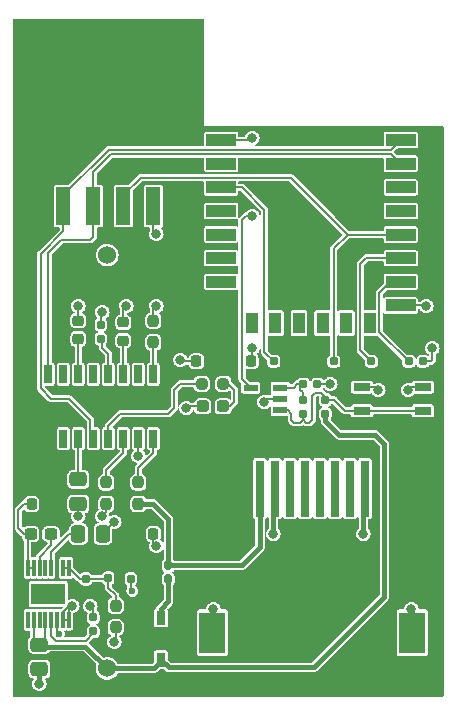
<source format=gbr>
%TF.GenerationSoftware,KiCad,Pcbnew,6.0.0-d3dd2cf0fa~116~ubuntu20.04.1*%
%TF.CreationDate,2022-01-26T20:55:18+01:00*%
%TF.ProjectId,han_to_wifi_board,68616e5f-746f-45f7-9769-66695f626f61,rev?*%
%TF.SameCoordinates,Original*%
%TF.FileFunction,Copper,L1,Top*%
%TF.FilePolarity,Positive*%
%FSLAX46Y46*%
G04 Gerber Fmt 4.6, Leading zero omitted, Abs format (unit mm)*
G04 Created by KiCad (PCBNEW 6.0.0-d3dd2cf0fa~116~ubuntu20.04.1) date 2022-01-26 20:55:18*
%MOMM*%
%LPD*%
G01*
G04 APERTURE LIST*
G04 Aperture macros list*
%AMRoundRect*
0 Rectangle with rounded corners*
0 $1 Rounding radius*
0 $2 $3 $4 $5 $6 $7 $8 $9 X,Y pos of 4 corners*
0 Add a 4 corners polygon primitive as box body*
4,1,4,$2,$3,$4,$5,$6,$7,$8,$9,$2,$3,0*
0 Add four circle primitives for the rounded corners*
1,1,$1+$1,$2,$3*
1,1,$1+$1,$4,$5*
1,1,$1+$1,$6,$7*
1,1,$1+$1,$8,$9*
0 Add four rect primitives between the rounded corners*
20,1,$1+$1,$2,$3,$4,$5,0*
20,1,$1+$1,$4,$5,$6,$7,0*
20,1,$1+$1,$6,$7,$8,$9,0*
20,1,$1+$1,$8,$9,$2,$3,0*%
G04 Aperture macros list end*
%TA.AperFunction,SMDPad,CuDef*%
%ADD10R,1.270000X3.180000*%
%TD*%
%TA.AperFunction,ComponentPad*%
%ADD11C,1.524000*%
%TD*%
%TA.AperFunction,SMDPad,CuDef*%
%ADD12R,1.200000X0.600000*%
%TD*%
%TA.AperFunction,SMDPad,CuDef*%
%ADD13R,1.450000X0.700000*%
%TD*%
%TA.AperFunction,SMDPad,CuDef*%
%ADD14R,2.500000X1.000000*%
%TD*%
%TA.AperFunction,SMDPad,CuDef*%
%ADD15R,1.000000X1.800000*%
%TD*%
%TA.AperFunction,SMDPad,CuDef*%
%ADD16R,0.650000X1.550000*%
%TD*%
%TA.AperFunction,SMDPad,CuDef*%
%ADD17RoundRect,0.155000X-0.155000X0.212500X-0.155000X-0.212500X0.155000X-0.212500X0.155000X0.212500X0*%
%TD*%
%TA.AperFunction,SMDPad,CuDef*%
%ADD18RoundRect,0.225000X-0.225000X-0.250000X0.225000X-0.250000X0.225000X0.250000X-0.225000X0.250000X0*%
%TD*%
%TA.AperFunction,SMDPad,CuDef*%
%ADD19RoundRect,0.225000X-0.250000X0.225000X-0.250000X-0.225000X0.250000X-0.225000X0.250000X0.225000X0*%
%TD*%
%TA.AperFunction,SMDPad,CuDef*%
%ADD20RoundRect,0.225000X0.250000X-0.225000X0.250000X0.225000X-0.250000X0.225000X-0.250000X-0.225000X0*%
%TD*%
%TA.AperFunction,SMDPad,CuDef*%
%ADD21RoundRect,0.225000X0.225000X0.250000X-0.225000X0.250000X-0.225000X-0.250000X0.225000X-0.250000X0*%
%TD*%
%TA.AperFunction,SMDPad,CuDef*%
%ADD22RoundRect,0.237500X0.300000X0.237500X-0.300000X0.237500X-0.300000X-0.237500X0.300000X-0.237500X0*%
%TD*%
%TA.AperFunction,SMDPad,CuDef*%
%ADD23RoundRect,0.250000X0.475000X-0.337500X0.475000X0.337500X-0.475000X0.337500X-0.475000X-0.337500X0*%
%TD*%
%TA.AperFunction,SMDPad,CuDef*%
%ADD24RoundRect,0.250000X0.337500X0.475000X-0.337500X0.475000X-0.337500X-0.475000X0.337500X-0.475000X0*%
%TD*%
%TA.AperFunction,SMDPad,CuDef*%
%ADD25RoundRect,0.250000X-0.475000X0.337500X-0.475000X-0.337500X0.475000X-0.337500X0.475000X0.337500X0*%
%TD*%
%TA.AperFunction,SMDPad,CuDef*%
%ADD26RoundRect,0.160000X0.160000X-0.222500X0.160000X0.222500X-0.160000X0.222500X-0.160000X-0.222500X0*%
%TD*%
%TA.AperFunction,SMDPad,CuDef*%
%ADD27RoundRect,0.218750X-0.218750X-0.256250X0.218750X-0.256250X0.218750X0.256250X-0.218750X0.256250X0*%
%TD*%
%TA.AperFunction,SMDPad,CuDef*%
%ADD28RoundRect,0.237500X-0.287500X-0.237500X0.287500X-0.237500X0.287500X0.237500X-0.287500X0.237500X0*%
%TD*%
%TA.AperFunction,SMDPad,CuDef*%
%ADD29R,0.300000X1.400000*%
%TD*%
%TA.AperFunction,SMDPad,CuDef*%
%ADD30R,2.947000X1.753000*%
%TD*%
%TA.AperFunction,SMDPad,CuDef*%
%ADD31R,0.800000X1.150000*%
%TD*%
%TA.AperFunction,SMDPad,CuDef*%
%ADD32R,0.760000X4.750000*%
%TD*%
%TA.AperFunction,SMDPad,CuDef*%
%ADD33R,2.240000X3.510000*%
%TD*%
%TA.AperFunction,SMDPad,CuDef*%
%ADD34RoundRect,0.160000X-0.160000X0.197500X-0.160000X-0.197500X0.160000X-0.197500X0.160000X0.197500X0*%
%TD*%
%TA.AperFunction,SMDPad,CuDef*%
%ADD35RoundRect,0.160000X0.197500X0.160000X-0.197500X0.160000X-0.197500X-0.160000X0.197500X-0.160000X0*%
%TD*%
%TA.AperFunction,SMDPad,CuDef*%
%ADD36RoundRect,0.160000X0.160000X-0.197500X0.160000X0.197500X-0.160000X0.197500X-0.160000X-0.197500X0*%
%TD*%
%TA.AperFunction,SMDPad,CuDef*%
%ADD37RoundRect,0.160000X-0.197500X-0.160000X0.197500X-0.160000X0.197500X0.160000X-0.197500X0.160000X0*%
%TD*%
%TA.AperFunction,SMDPad,CuDef*%
%ADD38RoundRect,0.237500X0.250000X0.237500X-0.250000X0.237500X-0.250000X-0.237500X0.250000X-0.237500X0*%
%TD*%
%TA.AperFunction,SMDPad,CuDef*%
%ADD39RoundRect,0.237500X0.237500X-0.250000X0.237500X0.250000X-0.237500X0.250000X-0.237500X-0.250000X0*%
%TD*%
%TA.AperFunction,SMDPad,CuDef*%
%ADD40RoundRect,0.237500X-0.237500X0.250000X-0.237500X-0.250000X0.237500X-0.250000X0.237500X0.250000X0*%
%TD*%
%TA.AperFunction,ViaPad*%
%ADD41C,0.600000*%
%TD*%
%TA.AperFunction,ViaPad*%
%ADD42C,0.800000*%
%TD*%
%TA.AperFunction,Conductor*%
%ADD43C,0.400000*%
%TD*%
%TA.AperFunction,Conductor*%
%ADD44C,0.200000*%
%TD*%
G04 APERTURE END LIST*
D10*
%TO.P,J2,1,Pin_1*%
%TO.N,/ESP_Tx*%
X115570000Y-109423000D03*
%TO.P,J2,2,Pin_2*%
%TO.N,/ESP_Rx*%
X118110000Y-109423000D03*
%TO.P,J2,3,Pin_3*%
%TO.N,/GPIO0*%
X120650000Y-109423000D03*
%TO.P,J2,4,Pin_4*%
%TO.N,GND*%
X123190000Y-109423000D03*
%TD*%
D11*
%TO.P,C3,1*%
%TO.N,/24V*%
X119280000Y-148550000D03*
%TO.P,C3,2*%
%TO.N,GND*%
X119280000Y-113550000D03*
%TD*%
D12*
%TO.P,IC1,1,HTH*%
%TO.N,Net-(IC1-Pad1)*%
X133927500Y-126680000D03*
%TO.P,IC1,2,GND*%
%TO.N,GND*%
X133927500Y-125730000D03*
%TO.P,IC1,3,LTH*%
%TO.N,Net-(IC1-Pad3)*%
X133927500Y-124780000D03*
%TO.P,IC1,4,~{RST}*%
%TO.N,/~{RST}*%
X131427500Y-124780000D03*
%TO.P,IC1,5,VDD*%
%TO.N,+3V3*%
X131427500Y-126680000D03*
%TD*%
D13*
%TO.P,SW1,4,2*%
%TO.N,Net-(IC1-Pad1)*%
X146012500Y-126730000D03*
%TO.P,SW1,2,2*%
X140852500Y-126730000D03*
%TO.P,SW1,1,1*%
%TO.N,GND*%
X140852500Y-124730000D03*
%TO.P,SW1,3,1*%
X146012500Y-124730000D03*
%TD*%
D14*
%TO.P,U1,1,~{RST}*%
%TO.N,/~{RST}*%
X128925000Y-103815000D03*
%TO.P,U1,2,ADC*%
%TO.N,unconnected-(U1-Pad2)*%
X128925000Y-105815000D03*
%TO.P,U1,3,EN*%
%TO.N,Net-(R1-Pad1)*%
X128925000Y-107815000D03*
%TO.P,U1,4,GPIO16*%
%TO.N,unconnected-(U1-Pad4)*%
X128925000Y-109815000D03*
%TO.P,U1,5,GPIO14*%
%TO.N,unconnected-(U1-Pad5)*%
X128925000Y-111815000D03*
%TO.P,U1,6,GPIO12*%
%TO.N,unconnected-(U1-Pad6)*%
X128925000Y-113815000D03*
%TO.P,U1,7,GPIO13*%
%TO.N,unconnected-(U1-Pad7)*%
X128925000Y-115815000D03*
%TO.P,U1,8,VCC*%
%TO.N,+3V3*%
X128925000Y-117815000D03*
D15*
%TO.P,U1,9,CS0*%
%TO.N,unconnected-(U1-Pad9)*%
X131525000Y-119315000D03*
%TO.P,U1,10,MISO*%
%TO.N,unconnected-(U1-Pad10)*%
X133525000Y-119315000D03*
%TO.P,U1,11,GPIO9*%
%TO.N,unconnected-(U1-Pad11)*%
X135525000Y-119315000D03*
%TO.P,U1,12,GPIO10*%
%TO.N,unconnected-(U1-Pad12)*%
X137525000Y-119315000D03*
%TO.P,U1,13,MOSI*%
%TO.N,unconnected-(U1-Pad13)*%
X139525000Y-119315000D03*
%TO.P,U1,14,SCLK*%
%TO.N,unconnected-(U1-Pad14)*%
X141525000Y-119315000D03*
D14*
%TO.P,U1,15,GND*%
%TO.N,GND*%
X144125000Y-117815000D03*
%TO.P,U1,16,GPIO15*%
%TO.N,Net-(R2-Pad2)*%
X144125000Y-115815000D03*
%TO.P,U1,17,GPIO2*%
%TO.N,Net-(R4-Pad2)*%
X144125000Y-113815000D03*
%TO.P,U1,18,GPIO0*%
%TO.N,/GPIO0*%
X144125000Y-111815000D03*
%TO.P,U1,19,GPIO4*%
%TO.N,unconnected-(U1-Pad19)*%
X144125000Y-109815000D03*
%TO.P,U1,20,GPIO5*%
%TO.N,unconnected-(U1-Pad20)*%
X144125000Y-107815000D03*
%TO.P,U1,21,GPIO3/RXD*%
%TO.N,/ESP_Rx*%
X144125000Y-105815000D03*
%TO.P,U1,22,GPIO1/TXD*%
%TO.N,/ESP_Tx*%
X144125000Y-103815000D03*
%TD*%
D16*
%TO.P,U3,16,BUS1*%
%TO.N,Net-(R11-Pad1)*%
X123190000Y-129090000D03*
%TO.P,U3,15,GND*%
%TO.N,GND*%
X121920000Y-129090000D03*
%TO.P,U3,14,RIS*%
%TO.N,Net-(R12-Pad1)*%
X120650000Y-129090000D03*
%TO.P,U3,13,RXI*%
%TO.N,/~{HAN}*%
X119380000Y-129090000D03*
%TO.P,U3,12,RX*%
%TO.N,/ESP_Tx*%
X118110000Y-129090000D03*
%TO.P,U3,11,VDD*%
%TO.N,Net-(C11-Pad1)*%
X116840000Y-129090000D03*
%TO.P,U3,10,VS*%
%TO.N,unconnected-(U3-Pad10)*%
X115570000Y-129090000D03*
%TO.P,U3,9,VIO*%
%TO.N,+3V3*%
X114300000Y-129090000D03*
%TO.P,U3,8,TX*%
%TO.N,/ESP_Rx*%
X114300000Y-123640000D03*
%TO.P,U3,7,TXI*%
%TO.N,unconnected-(U3-Pad7)*%
X115570000Y-123640000D03*
%TO.P,U3,6,SC*%
%TO.N,Net-(C7-Pad2)*%
X116840000Y-123640000D03*
%TO.P,U3,5,PFb*%
%TO.N,/P_fail*%
X118110000Y-123640000D03*
%TO.P,U3,4,RIDD*%
%TO.N,Net-(R7-Pad1)*%
X119380000Y-123640000D03*
%TO.P,U3,3,STC*%
%TO.N,Net-(C6-Pad1)*%
X120650000Y-123640000D03*
%TO.P,U3,2,VB*%
%TO.N,unconnected-(U3-Pad2)*%
X121920000Y-123640000D03*
%TO.P,U3,1,BUS2*%
%TO.N,Net-(R9-Pad1)*%
X123190000Y-123640000D03*
%TD*%
D17*
%TO.P,C9,1*%
%TO.N,+3V3*%
X119380000Y-139767500D03*
%TO.P,C9,2*%
%TO.N,Net-(C9-Pad2)*%
X119380000Y-140902500D03*
%TD*%
D18*
%TO.P,C10,1*%
%TO.N,+3V3*%
X121640000Y-137160000D03*
%TO.P,C10,2*%
%TO.N,GND*%
X123190000Y-137160000D03*
%TD*%
D19*
%TO.P,C7,2*%
%TO.N,Net-(C7-Pad2)*%
X116840000Y-120650000D03*
%TO.P,C7,1*%
%TO.N,GND*%
X116840000Y-119100000D03*
%TD*%
D20*
%TO.P,C6,2*%
%TO.N,GND*%
X120650000Y-119240000D03*
%TO.P,C6,1*%
%TO.N,Net-(C6-Pad1)*%
X120650000Y-120790000D03*
%TD*%
D18*
%TO.P,C2,2*%
%TO.N,GND*%
X131445000Y-122555000D03*
%TO.P,C2,1*%
%TO.N,+3V3*%
X129895000Y-122555000D03*
%TD*%
D21*
%TO.P,C1,2*%
%TO.N,GND*%
X126822500Y-122555000D03*
%TO.P,C1,1*%
%TO.N,+3V3*%
X128372500Y-122555000D03*
%TD*%
D22*
%TO.P,C8,1*%
%TO.N,Net-(C8-Pad1)*%
X114527500Y-137160000D03*
%TO.P,C8,2*%
%TO.N,Net-(C8-Pad2)*%
X112802500Y-137160000D03*
%TD*%
D23*
%TO.P,C4,1*%
%TO.N,GND*%
X113538000Y-148611500D03*
%TO.P,C4,2*%
%TO.N,/24V*%
X113538000Y-146536500D03*
%TD*%
D24*
%TO.P,C5,1*%
%TO.N,GND*%
X118915000Y-137160000D03*
%TO.P,C5,2*%
%TO.N,Net-(C5-Pad2)*%
X116840000Y-137160000D03*
%TD*%
D25*
%TO.P,C11,2*%
%TO.N,GND*%
X116840000Y-134620000D03*
%TO.P,C11,1*%
%TO.N,Net-(C11-Pad1)*%
X116840000Y-132545000D03*
%TD*%
D26*
%TO.P,D2,1,K*%
%TO.N,Net-(D2-Pad1)*%
X124460000Y-140970000D03*
%TO.P,D2,2,A*%
%TO.N,HAN1*%
X124460000Y-139825000D03*
%TD*%
D27*
%TO.P,L1,1*%
%TO.N,Net-(C8-Pad2)*%
X112877500Y-134620000D03*
%TO.P,L1,2*%
%TO.N,+3V3*%
X114452500Y-134620000D03*
%TD*%
D28*
%TO.P,D3,1,K*%
%TO.N,GND*%
X127357500Y-126365000D03*
%TO.P,D3,2,A*%
%TO.N,Net-(D3-Pad2)*%
X129107500Y-126365000D03*
%TD*%
D29*
%TO.P,U2,1,NC*%
%TO.N,unconnected-(U2-Pad1)*%
X112550000Y-144440000D03*
%TO.P,U2,2,VIN*%
%TO.N,/24V*%
X113050000Y-144440000D03*
%TO.P,U2,3,NC*%
%TO.N,unconnected-(U2-Pad3)*%
X113550000Y-144440000D03*
%TO.P,U2,4,EN/UV*%
%TO.N,/24V*%
X114050000Y-144440000D03*
%TO.P,U2,5,RT*%
%TO.N,Net-(R6-Pad1)*%
X114550000Y-144440000D03*
%TO.P,U2,6,PG*%
%TO.N,Net-(R16-Pad2)*%
X115050000Y-144440000D03*
%TO.P,U2,7,SYNC*%
%TO.N,GND*%
X115550000Y-144440000D03*
%TO.P,U2,8,GND*%
X116050000Y-144440000D03*
%TO.P,U2,9,FB*%
%TO.N,Net-(C9-Pad2)*%
X116050000Y-140040000D03*
%TO.P,U2,10,FB*%
X115550000Y-140040000D03*
%TO.P,U2,11,BIAS*%
%TO.N,+3V3*%
X115050000Y-140040000D03*
%TO.P,U2,12,INTVcc*%
%TO.N,Net-(C5-Pad2)*%
X114550000Y-140040000D03*
%TO.P,U2,13,NC*%
%TO.N,unconnected-(U2-Pad13)*%
X114050000Y-140040000D03*
%TO.P,U2,14,BST*%
%TO.N,Net-(C8-Pad1)*%
X113550000Y-140040000D03*
%TO.P,U2,15,SW*%
%TO.N,Net-(C8-Pad2)*%
X113050000Y-140040000D03*
%TO.P,U2,16,SW*%
X112550000Y-140040000D03*
D30*
%TO.P,U2,17,GND*%
%TO.N,GND*%
X114300000Y-142240000D03*
%TD*%
D31*
%TO.P,D4,1*%
%TO.N,/24V*%
X123825000Y-147800000D03*
%TO.P,D4,2*%
%TO.N,Net-(D2-Pad1)*%
X123825000Y-144300000D03*
%TD*%
D32*
%TO.P,J1,1,1*%
%TO.N,HAN1*%
X132207000Y-133333000D03*
%TO.P,J1,2,2*%
%TO.N,GND*%
X133477000Y-133333000D03*
%TO.P,J1,3,3*%
%TO.N,unconnected-(J1-Pad3)*%
X134747000Y-133333000D03*
%TO.P,J1,4,4*%
%TO.N,unconnected-(J1-Pad4)*%
X136017000Y-133333000D03*
%TO.P,J1,5,5*%
%TO.N,unconnected-(J1-Pad5)*%
X137287000Y-133333000D03*
%TO.P,J1,6,6*%
%TO.N,/RS232_Tx*%
X138557000Y-133333000D03*
%TO.P,J1,7,7*%
%TO.N,/RS232_Rx*%
X139827000Y-133333000D03*
%TO.P,J1,8,8*%
%TO.N,GND*%
X141097000Y-133333000D03*
D33*
%TO.P,J1,MP1,MP1*%
X128192000Y-145513000D03*
%TO.P,J1,MP2,MP2*%
X145112000Y-145513000D03*
%TD*%
D34*
%TO.P,R16,1*%
%TO.N,+3V3*%
X121285000Y-139775000D03*
%TO.P,R16,2*%
%TO.N,Net-(R16-Pad2)*%
X121285000Y-140970000D03*
%TD*%
%TO.P,R14,1*%
%TO.N,+3V3*%
X117475000Y-139775000D03*
%TO.P,R14,2*%
%TO.N,Net-(C9-Pad2)*%
X117475000Y-140970000D03*
%TD*%
D35*
%TO.P,R13,1*%
%TO.N,GND*%
X137085000Y-124460000D03*
%TO.P,R13,2*%
%TO.N,Net-(IC1-Pad3)*%
X135890000Y-124460000D03*
%TD*%
D34*
%TO.P,R10,1*%
%TO.N,Net-(IC1-Pad3)*%
X135852500Y-125805000D03*
%TO.P,R10,2*%
%TO.N,Net-(IC1-Pad1)*%
X135852500Y-127000000D03*
%TD*%
D36*
%TO.P,R7,1*%
%TO.N,Net-(R7-Pad1)*%
X118745000Y-120650000D03*
%TO.P,R7,2*%
%TO.N,GND*%
X118745000Y-119455000D03*
%TD*%
%TO.P,R6,1*%
%TO.N,Net-(R6-Pad1)*%
X118110000Y-145415000D03*
%TO.P,R6,2*%
%TO.N,GND*%
X118110000Y-144220000D03*
%TD*%
D35*
%TO.P,R4,1*%
%TO.N,+3V3*%
X142837500Y-122555000D03*
%TO.P,R4,2*%
%TO.N,Net-(R4-Pad2)*%
X141642500Y-122555000D03*
%TD*%
D37*
%TO.P,R1,2*%
%TO.N,+3V3*%
X134582500Y-122555000D03*
%TO.P,R1,1*%
%TO.N,Net-(R1-Pad1)*%
X133387500Y-122555000D03*
%TD*%
D35*
%TO.P,R2,2*%
%TO.N,Net-(R2-Pad2)*%
X144817500Y-122555000D03*
%TO.P,R2,1*%
%TO.N,GND*%
X146012500Y-122555000D03*
%TD*%
%TO.P,R3,2*%
%TO.N,/GPIO0*%
X138467500Y-122555000D03*
%TO.P,R3,1*%
%TO.N,+3V3*%
X139662500Y-122555000D03*
%TD*%
D34*
%TO.P,R8,1*%
%TO.N,Net-(IC1-Pad1)*%
X137757500Y-125805000D03*
%TO.P,R8,2*%
%TO.N,/24V*%
X137757500Y-127000000D03*
%TD*%
D38*
%TO.P,R5,2*%
%TO.N,/~{HAN}*%
X127282500Y-124460000D03*
%TO.P,R5,1*%
%TO.N,Net-(D3-Pad2)*%
X129107500Y-124460000D03*
%TD*%
D39*
%TO.P,R9,2*%
%TO.N,GND*%
X123190000Y-119102500D03*
%TO.P,R9,1*%
%TO.N,Net-(R9-Pad1)*%
X123190000Y-120927500D03*
%TD*%
D40*
%TO.P,R11,2*%
%TO.N,HAN1*%
X121920000Y-134620000D03*
%TO.P,R11,1*%
%TO.N,Net-(R11-Pad1)*%
X121920000Y-132795000D03*
%TD*%
%TO.P,R12,2*%
%TO.N,GND*%
X119185000Y-134620000D03*
%TO.P,R12,1*%
%TO.N,Net-(R12-Pad1)*%
X119185000Y-132795000D03*
%TD*%
%TO.P,R15,1*%
%TO.N,Net-(C9-Pad2)*%
X120015000Y-143232500D03*
%TO.P,R15,2*%
%TO.N,GND*%
X120015000Y-145057500D03*
%TD*%
D41*
%TO.N,Net-(R16-Pad2)*%
X115189000Y-145592800D03*
D42*
%TO.N,GND*%
X116332000Y-143256000D03*
D41*
%TO.N,Net-(R16-Pad2)*%
X121412000Y-141986000D03*
%TO.N,GND*%
X114300000Y-142748000D03*
X114300000Y-141732000D03*
X115316000Y-142748000D03*
X113284000Y-142748000D03*
X115316000Y-141732000D03*
D42*
X133350000Y-137160000D03*
X123444000Y-111760000D03*
X132588000Y-125984000D03*
X138176000Y-124460000D03*
X131572000Y-121412000D03*
X125476000Y-122428000D03*
X123444000Y-117856000D03*
X120904000Y-117856000D03*
X118872000Y-118364000D03*
X116840000Y-117856000D03*
X125984000Y-126492000D03*
X121920000Y-130556000D03*
X116840000Y-135636000D03*
X118872000Y-135636000D03*
X123444000Y-138176000D03*
X119888000Y-136144000D03*
X119888000Y-146304000D03*
X117856000Y-143256000D03*
D41*
X113284000Y-141732000D03*
D42*
X113538000Y-149860000D03*
X128270000Y-143510000D03*
X145034000Y-143510000D03*
X140970000Y-137160000D03*
X144780000Y-124968000D03*
X142240000Y-124968000D03*
X146812000Y-121412000D03*
X146304000Y-117856000D03*
%TO.N,/~{RST}*%
X131572000Y-103632000D03*
X131572000Y-110236000D03*
%TD*%
D43*
%TO.N,GND*%
X140970000Y-137160000D02*
X140970000Y-133460000D01*
X140970000Y-133460000D02*
X141097000Y-133333000D01*
X133350000Y-137160000D02*
X133350000Y-133460000D01*
X133350000Y-133460000D02*
X133477000Y-133333000D01*
%TO.N,HAN1*%
X132207000Y-138303000D02*
X132207000Y-133333000D01*
%TO.N,/24V*%
X124488000Y-148463000D02*
X136779000Y-148463000D01*
X123825000Y-147800000D02*
X124488000Y-148463000D01*
X136779000Y-148463000D02*
X142748000Y-142494000D01*
X142748000Y-142494000D02*
X142748000Y-129540000D01*
D44*
%TO.N,/ESP_Tx*%
X118110000Y-129090000D02*
X118110000Y-128640000D01*
X114554000Y-125730000D02*
X113639600Y-124815600D01*
X113639600Y-113436400D02*
X115570000Y-111506000D01*
X118110000Y-128640000D02*
X117856000Y-128386000D01*
X117856000Y-128386000D02*
X117856000Y-127508000D01*
X117856000Y-127508000D02*
X116078000Y-125730000D01*
X116078000Y-125730000D02*
X114554000Y-125730000D01*
X113639600Y-124815600D02*
X113639600Y-113436400D01*
X115570000Y-111506000D02*
X115570000Y-109423000D01*
D43*
%TO.N,/24V*%
X119280000Y-148550000D02*
X117421831Y-146691831D01*
X117421831Y-146691831D02*
X113693331Y-146691831D01*
X113693331Y-146691831D02*
X113538000Y-146536500D01*
D44*
%TO.N,Net-(R6-Pad1)*%
X114940673Y-146192311D02*
X117459689Y-146192311D01*
X114550000Y-144440000D02*
X114550000Y-145801638D01*
X114550000Y-145801638D02*
X114940673Y-146192311D01*
X117459689Y-146192311D02*
X118110000Y-145542000D01*
X118110000Y-145542000D02*
X118110000Y-145415000D01*
%TO.N,Net-(R16-Pad2)*%
X115050000Y-144440000D02*
X115050000Y-145453800D01*
X115050000Y-145453800D02*
X115189000Y-145592800D01*
X121285000Y-140970000D02*
X121285000Y-141859000D01*
X121285000Y-141859000D02*
X121412000Y-141986000D01*
D43*
%TO.N,GND*%
X128192000Y-146021000D02*
X128192000Y-143588000D01*
X128192000Y-143588000D02*
X128270000Y-143510000D01*
X145112000Y-146021000D02*
X145112000Y-143588000D01*
X145112000Y-143588000D02*
X145034000Y-143510000D01*
%TO.N,HAN1*%
X130685000Y-139825000D02*
X132207000Y-138303000D01*
D44*
%TO.N,GND*%
X116050000Y-144440000D02*
X116050000Y-143538000D01*
X116050000Y-143538000D02*
X116332000Y-143256000D01*
X115550000Y-144440000D02*
X115550000Y-143784000D01*
X115550000Y-143784000D02*
X116078000Y-143256000D01*
X116078000Y-143256000D02*
X116332000Y-143256000D01*
D43*
X113538000Y-149860000D02*
X113538000Y-148611500D01*
D44*
%TO.N,/24V*%
X114050000Y-144440000D02*
X114050000Y-146024500D01*
X114050000Y-146024500D02*
X113538000Y-146536500D01*
X113050000Y-144440000D02*
X113050000Y-146048500D01*
X113050000Y-146048500D02*
X113538000Y-146536500D01*
%TO.N,/ESP_Rx*%
X114300000Y-123640000D02*
X114300000Y-113341006D01*
X115373006Y-112268000D02*
X117856000Y-112268000D01*
X114300000Y-113341006D02*
X115373006Y-112268000D01*
X117856000Y-112268000D02*
X118110000Y-112014000D01*
X118110000Y-112014000D02*
X118110000Y-109423000D01*
%TO.N,Net-(C5-Pad2)*%
X114550000Y-140040000D02*
X114550000Y-138655984D01*
X114550000Y-138655984D02*
X116045984Y-137160000D01*
X116045984Y-137160000D02*
X116840000Y-137160000D01*
%TO.N,GND*%
X133927500Y-125730000D02*
X132842000Y-125730000D01*
X132842000Y-125730000D02*
X132588000Y-125984000D01*
X127357500Y-126365000D02*
X126111000Y-126365000D01*
X126111000Y-126365000D02*
X125984000Y-126492000D01*
X121920000Y-129090000D02*
X121920000Y-130556000D01*
X123190000Y-137160000D02*
X123190000Y-137922000D01*
X123190000Y-137922000D02*
X123444000Y-138176000D01*
X118915000Y-137160000D02*
X118915000Y-137117000D01*
X118915000Y-137117000D02*
X119888000Y-136144000D01*
X119185000Y-134620000D02*
X119185000Y-135323000D01*
X119185000Y-135323000D02*
X118872000Y-135636000D01*
X116840000Y-134620000D02*
X116840000Y-135636000D01*
X118110000Y-144220000D02*
X118110000Y-143510000D01*
X118110000Y-143510000D02*
X117856000Y-143256000D01*
X115550000Y-144440000D02*
X115656000Y-144440000D01*
X115656000Y-144440000D02*
X116050000Y-144440000D01*
X120015000Y-145057500D02*
X120015000Y-146177000D01*
X120015000Y-146177000D02*
X119888000Y-146304000D01*
X144125000Y-117815000D02*
X146263000Y-117815000D01*
X146263000Y-117815000D02*
X146304000Y-117856000D01*
X146012500Y-122555000D02*
X146685000Y-122555000D01*
X146685000Y-122555000D02*
X146812000Y-122428000D01*
X146812000Y-122428000D02*
X146812000Y-121412000D01*
X146012500Y-124730000D02*
X145018000Y-124730000D01*
X145018000Y-124730000D02*
X144780000Y-124968000D01*
X140852500Y-124730000D02*
X142002000Y-124730000D01*
X142002000Y-124730000D02*
X142240000Y-124968000D01*
X137085000Y-124460000D02*
X138176000Y-124460000D01*
X131445000Y-122555000D02*
X131572000Y-122428000D01*
X131572000Y-122428000D02*
X131572000Y-121412000D01*
X126822500Y-122555000D02*
X125603000Y-122555000D01*
X125603000Y-122555000D02*
X125476000Y-122428000D01*
X116840000Y-119100000D02*
X116840000Y-117856000D01*
X118745000Y-119455000D02*
X118745000Y-118491000D01*
X118745000Y-118491000D02*
X118872000Y-118364000D01*
X120650000Y-119240000D02*
X120650000Y-118110000D01*
X120650000Y-118110000D02*
X120904000Y-117856000D01*
X123190000Y-119102500D02*
X123190000Y-118110000D01*
X123190000Y-118110000D02*
X123444000Y-117856000D01*
X123190000Y-109423000D02*
X123190000Y-111506000D01*
X123190000Y-111506000D02*
X123444000Y-111760000D01*
%TO.N,Net-(C8-Pad2)*%
X111760000Y-135128000D02*
X111760000Y-136652000D01*
X111760000Y-136652000D02*
X112268000Y-137160000D01*
X112877500Y-134620000D02*
X112268000Y-134620000D01*
X112268000Y-134620000D02*
X111760000Y-135128000D01*
X112268000Y-137160000D02*
X112802500Y-137160000D01*
X112802500Y-137160000D02*
X112550000Y-137412500D01*
X112550000Y-137412500D02*
X112550000Y-140040000D01*
X113050000Y-140040000D02*
X112550000Y-140040000D01*
%TO.N,Net-(C8-Pad1)*%
X114527500Y-137160000D02*
X114527500Y-138113478D01*
X113550000Y-139090978D02*
X113550000Y-140040000D01*
X114527500Y-138113478D02*
X113550000Y-139090978D01*
%TO.N,Net-(C9-Pad2)*%
X115550000Y-140040000D02*
X116050000Y-140040000D01*
X117475000Y-140970000D02*
X116980000Y-140970000D01*
X116980000Y-140970000D02*
X116050000Y-140040000D01*
X117475000Y-140970000D02*
X119312500Y-140970000D01*
X119312500Y-140970000D02*
X119380000Y-140902500D01*
X120015000Y-142367000D02*
X119380000Y-141732000D01*
X120015000Y-143232500D02*
X120015000Y-142367000D01*
X119380000Y-141732000D02*
X119380000Y-140902500D01*
%TO.N,/~{RST}*%
X128925000Y-103815000D02*
X131389000Y-103815000D01*
X131389000Y-103815000D02*
X131572000Y-103632000D01*
X131427500Y-124780000D02*
X130695480Y-124047980D01*
X130695480Y-124047980D02*
X130695480Y-110604520D01*
X131064000Y-110236000D02*
X131572000Y-110236000D01*
X130695480Y-110604520D02*
X131064000Y-110236000D01*
%TO.N,Net-(R2-Pad2)*%
X143265000Y-115815000D02*
X142324511Y-116755489D01*
X144125000Y-115815000D02*
X143265000Y-115815000D01*
X142324511Y-116755489D02*
X142324511Y-120062011D01*
X142324511Y-120062011D02*
X144817500Y-122555000D01*
%TO.N,Net-(R4-Pad2)*%
X141224000Y-113792000D02*
X140716000Y-114300000D01*
X143375000Y-113815000D02*
X143352000Y-113792000D01*
X144125000Y-113815000D02*
X143375000Y-113815000D01*
X140716000Y-114300000D02*
X140716000Y-121628500D01*
X143352000Y-113792000D02*
X141224000Y-113792000D01*
X140716000Y-121628500D02*
X141642500Y-122555000D01*
%TO.N,/GPIO0*%
X120650000Y-109423000D02*
X120650000Y-108468000D01*
X120650000Y-108468000D02*
X122102511Y-107015489D01*
X122102511Y-107015489D02*
X134845489Y-107015489D01*
X134845489Y-107015489D02*
X139645000Y-111815000D01*
%TO.N,/ESP_Rx*%
X118110000Y-106493006D02*
X119588975Y-105014031D01*
X118110000Y-109423000D02*
X118110000Y-106493006D01*
X119588975Y-105014031D02*
X143324031Y-105014031D01*
X143324031Y-105014031D02*
X144125000Y-105815000D01*
%TO.N,/ESP_Tx*%
X115570000Y-109423000D02*
X115570000Y-108468000D01*
X115570000Y-108468000D02*
X119423489Y-104614511D01*
X119423489Y-104614511D02*
X143325489Y-104614511D01*
X143325489Y-104614511D02*
X144125000Y-103815000D01*
%TO.N,/GPIO0*%
X138467500Y-122555000D02*
X138467500Y-112992500D01*
X138467500Y-112992500D02*
X139645000Y-111815000D01*
X139645000Y-111815000D02*
X144125000Y-111815000D01*
%TO.N,Net-(R1-Pad1)*%
X132588000Y-121755500D02*
X132588000Y-109728000D01*
X133387500Y-122555000D02*
X132588000Y-121755500D01*
X132588000Y-109728000D02*
X130675000Y-107815000D01*
X130675000Y-107815000D02*
X128925000Y-107815000D01*
%TO.N,Net-(R7-Pad1)*%
X118872000Y-121412000D02*
X119380000Y-121920000D01*
X118745000Y-120650000D02*
X118872000Y-120777000D01*
X118872000Y-120777000D02*
X118872000Y-121412000D01*
X119380000Y-121920000D02*
X119380000Y-123640000D01*
%TO.N,Net-(R9-Pad1)*%
X123190000Y-120927500D02*
X123190000Y-123640000D01*
%TO.N,Net-(C6-Pad1)*%
X120650000Y-120790000D02*
X120650000Y-123640000D01*
%TO.N,Net-(C7-Pad2)*%
X116840000Y-120650000D02*
X116840000Y-123640000D01*
%TO.N,Net-(R11-Pad1)*%
X123190000Y-130302000D02*
X121920000Y-131572000D01*
X123190000Y-129090000D02*
X123190000Y-130302000D01*
X121920000Y-131572000D02*
X121920000Y-132795000D01*
%TO.N,Net-(R12-Pad1)*%
X119185000Y-132795000D02*
X119185000Y-131767000D01*
X119185000Y-131767000D02*
X120650000Y-130302000D01*
X120650000Y-130302000D02*
X120650000Y-129090000D01*
%TO.N,Net-(C11-Pad1)*%
X116840000Y-132545000D02*
X116840000Y-129090000D01*
%TO.N,/~{HAN}*%
X120396000Y-127000000D02*
X124460000Y-127000000D01*
X124460000Y-127000000D02*
X124968000Y-126492000D01*
X124968000Y-124968000D02*
X125476000Y-124460000D01*
X119380000Y-129090000D02*
X119380000Y-128016000D01*
X124968000Y-126492000D02*
X124968000Y-124968000D01*
X119380000Y-128016000D02*
X120396000Y-127000000D01*
X125476000Y-124460000D02*
X127282500Y-124460000D01*
%TO.N,Net-(D3-Pad2)*%
X129667000Y-126365000D02*
X130048000Y-125984000D01*
X130048000Y-124968000D02*
X129540000Y-124460000D01*
X129107500Y-126365000D02*
X129667000Y-126365000D01*
X130048000Y-125984000D02*
X130048000Y-124968000D01*
X129540000Y-124460000D02*
X129107500Y-124460000D01*
%TO.N,Net-(IC1-Pad1)*%
X135128000Y-127762000D02*
X135636000Y-127762000D01*
X134874000Y-127000000D02*
X134874000Y-127508000D01*
X134874000Y-127508000D02*
X135128000Y-127762000D01*
X133927500Y-126680000D02*
X134554000Y-126680000D01*
X134554000Y-126680000D02*
X134874000Y-127000000D01*
X135636000Y-127762000D02*
X135852500Y-127545500D01*
X135852500Y-127545500D02*
X135852500Y-127000000D01*
%TO.N,Net-(IC1-Pad3)*%
X135062000Y-124780000D02*
X135382000Y-124460000D01*
X133927500Y-124780000D02*
X135062000Y-124780000D01*
X135382000Y-124460000D02*
X135890000Y-124460000D01*
X135852500Y-125805000D02*
X135852500Y-125184500D01*
X135852500Y-125184500D02*
X135636000Y-124968000D01*
X135636000Y-124968000D02*
X135636000Y-124714000D01*
X135636000Y-124714000D02*
X135890000Y-124460000D01*
%TO.N,Net-(IC1-Pad1)*%
X135852500Y-127000000D02*
X135852500Y-127470500D01*
X136144000Y-127762000D02*
X136398000Y-127762000D01*
X135852500Y-127470500D02*
X136144000Y-127762000D01*
X137414000Y-125222000D02*
X137757500Y-125565500D01*
X136398000Y-127762000D02*
X136652000Y-127508000D01*
X136652000Y-127508000D02*
X136652000Y-125476000D01*
X136652000Y-125476000D02*
X136906000Y-125222000D01*
X136906000Y-125222000D02*
X137414000Y-125222000D01*
X137757500Y-125565500D02*
X137757500Y-125805000D01*
X137757500Y-125805000D02*
X138505000Y-125805000D01*
X138505000Y-125805000D02*
X139430000Y-126730000D01*
X139430000Y-126730000D02*
X140852500Y-126730000D01*
X146012500Y-126730000D02*
X140852500Y-126730000D01*
D43*
%TO.N,/24V*%
X141986000Y-128778000D02*
X138938000Y-128778000D01*
X142748000Y-129540000D02*
X141986000Y-128778000D01*
X138938000Y-128778000D02*
X137757500Y-127597500D01*
X137757500Y-127597500D02*
X137757500Y-127000000D01*
X123825000Y-147800000D02*
X123825000Y-147955000D01*
X123825000Y-147955000D02*
X123230000Y-148550000D01*
X123230000Y-148550000D02*
X119280000Y-148550000D01*
%TO.N,Net-(D2-Pad1)*%
X124460000Y-142875000D02*
X123825000Y-143510000D01*
X124460000Y-140970000D02*
X124460000Y-142875000D01*
X123825000Y-143510000D02*
X123825000Y-144300000D01*
%TO.N,HAN1*%
X123190000Y-134620000D02*
X124460000Y-135890000D01*
X121920000Y-134620000D02*
X123190000Y-134620000D01*
X124460000Y-135890000D02*
X124460000Y-139825000D01*
X124460000Y-139825000D02*
X130685000Y-139825000D01*
%TD*%
%TA.AperFunction,Conductor*%
%TO.N,+3V3*%
G36*
X127489255Y-93563745D02*
G01*
X127508000Y-93609000D01*
X127508000Y-102616000D01*
X147691000Y-102616000D01*
X147736255Y-102634745D01*
X147755000Y-102680000D01*
X147755000Y-150866000D01*
X147736255Y-150911255D01*
X147691000Y-150930000D01*
X111389000Y-150930000D01*
X111343745Y-150911255D01*
X111325000Y-150866000D01*
X111325000Y-149002834D01*
X112612500Y-149002834D01*
X112615481Y-149034369D01*
X112616772Y-149038047D01*
X112616773Y-149038049D01*
X112640207Y-149104779D01*
X112660366Y-149162184D01*
X112663206Y-149166029D01*
X112663207Y-149166031D01*
X112723766Y-149248020D01*
X112740850Y-149271150D01*
X112744699Y-149273993D01*
X112845969Y-149348793D01*
X112845971Y-149348794D01*
X112849816Y-149351634D01*
X112854328Y-149353219D01*
X112854329Y-149353219D01*
X112973951Y-149395227D01*
X112973953Y-149395228D01*
X112977631Y-149396519D01*
X112992801Y-149397953D01*
X113007663Y-149399358D01*
X113007665Y-149399358D01*
X113009166Y-149399500D01*
X113009121Y-149399972D01*
X113052155Y-149420224D01*
X113068746Y-149466312D01*
X113055592Y-149502255D01*
X113016019Y-149553828D01*
X113016016Y-149553833D01*
X113013464Y-149557159D01*
X112952956Y-149703238D01*
X112932318Y-149860000D01*
X112952956Y-150016762D01*
X113013464Y-150162841D01*
X113109718Y-150288282D01*
X113235159Y-150384536D01*
X113381238Y-150445044D01*
X113385394Y-150445591D01*
X113385397Y-150445592D01*
X113533838Y-150465134D01*
X113538000Y-150465682D01*
X113542162Y-150465134D01*
X113690603Y-150445592D01*
X113690606Y-150445591D01*
X113694762Y-150445044D01*
X113840841Y-150384536D01*
X113966282Y-150288282D01*
X114062536Y-150162841D01*
X114123044Y-150016762D01*
X114143682Y-149860000D01*
X114123044Y-149703238D01*
X114062536Y-149557159D01*
X114059984Y-149553833D01*
X114059981Y-149553828D01*
X114020408Y-149502255D01*
X114007731Y-149454941D01*
X114032223Y-149412520D01*
X114066866Y-149399842D01*
X114066834Y-149399500D01*
X114068136Y-149399377D01*
X114068335Y-149399358D01*
X114068337Y-149399358D01*
X114083199Y-149397953D01*
X114098369Y-149396519D01*
X114102047Y-149395228D01*
X114102049Y-149395227D01*
X114221671Y-149353219D01*
X114221672Y-149353219D01*
X114226184Y-149351634D01*
X114230029Y-149348794D01*
X114230031Y-149348793D01*
X114331301Y-149273993D01*
X114335150Y-149271150D01*
X114352234Y-149248020D01*
X114412793Y-149166031D01*
X114412794Y-149166029D01*
X114415634Y-149162184D01*
X114435793Y-149104779D01*
X114459227Y-149038049D01*
X114459228Y-149038047D01*
X114460519Y-149034369D01*
X114463500Y-149002834D01*
X114463500Y-148220166D01*
X114460519Y-148188631D01*
X114446778Y-148149500D01*
X114417219Y-148065329D01*
X114417219Y-148065328D01*
X114415634Y-148060816D01*
X114403033Y-148043755D01*
X114337993Y-147955699D01*
X114335150Y-147951850D01*
X114331301Y-147949007D01*
X114230031Y-147874207D01*
X114230029Y-147874206D01*
X114226184Y-147871366D01*
X114212365Y-147866513D01*
X114102049Y-147827773D01*
X114102047Y-147827772D01*
X114098369Y-147826481D01*
X114066834Y-147823500D01*
X113009166Y-147823500D01*
X112977631Y-147826481D01*
X112973953Y-147827772D01*
X112973951Y-147827773D01*
X112863635Y-147866513D01*
X112849816Y-147871366D01*
X112845971Y-147874206D01*
X112845969Y-147874207D01*
X112744699Y-147949007D01*
X112740850Y-147951850D01*
X112738007Y-147955699D01*
X112672968Y-148043755D01*
X112660366Y-148060816D01*
X112658781Y-148065328D01*
X112658781Y-148065329D01*
X112629223Y-148149500D01*
X112615481Y-148188631D01*
X112612500Y-148220166D01*
X112612500Y-149002834D01*
X111325000Y-149002834D01*
X111325000Y-145159748D01*
X112199500Y-145159748D01*
X112211133Y-145218231D01*
X112255448Y-145284552D01*
X112321769Y-145328867D01*
X112350500Y-145334582D01*
X112377164Y-145339886D01*
X112377166Y-145339886D01*
X112380252Y-145340500D01*
X112685500Y-145340500D01*
X112730755Y-145359245D01*
X112749500Y-145404500D01*
X112749500Y-145844066D01*
X112736980Y-145882089D01*
X112660366Y-145985816D01*
X112615481Y-146113631D01*
X112612500Y-146145166D01*
X112612500Y-146927834D01*
X112615481Y-146959369D01*
X112616772Y-146963047D01*
X112616773Y-146963049D01*
X112658781Y-147082671D01*
X112660366Y-147087184D01*
X112663206Y-147091029D01*
X112663207Y-147091031D01*
X112704376Y-147146769D01*
X112740850Y-147196150D01*
X112744699Y-147198993D01*
X112845969Y-147273793D01*
X112845971Y-147273794D01*
X112849816Y-147276634D01*
X112854328Y-147278219D01*
X112854329Y-147278219D01*
X112973951Y-147320227D01*
X112973953Y-147320228D01*
X112977631Y-147321519D01*
X113009166Y-147324500D01*
X114066834Y-147324500D01*
X114098369Y-147321519D01*
X114102047Y-147320228D01*
X114102049Y-147320227D01*
X114221671Y-147278219D01*
X114221672Y-147278219D01*
X114226184Y-147276634D01*
X114230029Y-147273794D01*
X114230031Y-147273793D01*
X114331301Y-147198993D01*
X114335150Y-147196150D01*
X114367055Y-147152954D01*
X114392646Y-147118307D01*
X114434611Y-147093042D01*
X114444126Y-147092331D01*
X117229428Y-147092331D01*
X117274683Y-147111076D01*
X118349461Y-148185854D01*
X118368206Y-148231109D01*
X118365210Y-148250460D01*
X118333978Y-148348917D01*
X118312937Y-148536496D01*
X118328732Y-148724590D01*
X118329593Y-148727592D01*
X118359704Y-148832601D01*
X118380760Y-148906034D01*
X118398139Y-148939850D01*
X118444720Y-149030486D01*
X118467040Y-149073917D01*
X118584285Y-149221844D01*
X118586668Y-149223872D01*
X118725652Y-149342157D01*
X118725657Y-149342161D01*
X118728030Y-149344180D01*
X118730755Y-149345703D01*
X118730758Y-149345705D01*
X118890064Y-149434738D01*
X118892800Y-149436267D01*
X118895778Y-149437235D01*
X118895779Y-149437235D01*
X119069346Y-149493630D01*
X119069349Y-149493631D01*
X119072317Y-149494595D01*
X119075420Y-149494965D01*
X119256638Y-149516575D01*
X119256643Y-149516575D01*
X119259745Y-149516945D01*
X119262865Y-149516705D01*
X119262868Y-149516705D01*
X119444818Y-149502705D01*
X119444822Y-149502704D01*
X119447945Y-149502464D01*
X119450961Y-149501622D01*
X119450966Y-149501621D01*
X119626734Y-149452545D01*
X119626738Y-149452543D01*
X119629748Y-149451703D01*
X119632535Y-149450295D01*
X119632538Y-149450294D01*
X119795436Y-149368009D01*
X119795437Y-149368008D01*
X119798229Y-149366598D01*
X119946970Y-149250388D01*
X120070307Y-149107501D01*
X120141097Y-148982888D01*
X120179749Y-148952798D01*
X120196745Y-148950500D01*
X123293433Y-148950500D01*
X123298224Y-148948943D01*
X123298226Y-148948943D01*
X123318992Y-148942195D01*
X123328758Y-148939850D01*
X123355304Y-148935646D01*
X123359793Y-148933359D01*
X123359795Y-148933358D01*
X123369521Y-148928402D01*
X123379250Y-148923445D01*
X123388523Y-148919603D01*
X123398914Y-148916227D01*
X123409302Y-148912852D01*
X123409304Y-148912851D01*
X123414090Y-148911296D01*
X123418164Y-148908336D01*
X123418166Y-148908335D01*
X123435835Y-148895498D01*
X123444398Y-148890251D01*
X123463852Y-148880339D01*
X123463858Y-148880335D01*
X123468342Y-148878050D01*
X123490905Y-148855487D01*
X123490909Y-148855484D01*
X123752148Y-148594245D01*
X123797403Y-148575500D01*
X124007597Y-148575500D01*
X124052852Y-148594245D01*
X124227091Y-148768484D01*
X124227095Y-148768487D01*
X124249658Y-148791050D01*
X124254143Y-148793335D01*
X124273608Y-148803253D01*
X124282171Y-148808501D01*
X124303911Y-148824296D01*
X124308700Y-148825852D01*
X124308702Y-148825853D01*
X124319531Y-148829371D01*
X124329475Y-148832602D01*
X124338748Y-148836444D01*
X124348478Y-148841401D01*
X124358205Y-148846358D01*
X124358207Y-148846359D01*
X124362696Y-148848646D01*
X124389242Y-148852850D01*
X124399007Y-148855195D01*
X124399919Y-148855491D01*
X124419774Y-148861943D01*
X124419776Y-148861943D01*
X124424567Y-148863500D01*
X136842433Y-148863500D01*
X136847224Y-148861943D01*
X136847226Y-148861943D01*
X136867081Y-148855491D01*
X136867993Y-148855195D01*
X136877758Y-148852850D01*
X136904304Y-148848646D01*
X136908793Y-148846359D01*
X136908795Y-148846358D01*
X136918521Y-148841402D01*
X136928250Y-148836445D01*
X136937523Y-148832603D01*
X136947914Y-148829227D01*
X136958302Y-148825852D01*
X136958304Y-148825851D01*
X136963090Y-148824296D01*
X136967164Y-148821336D01*
X136967166Y-148821335D01*
X136984835Y-148808498D01*
X136993398Y-148803251D01*
X137012852Y-148793339D01*
X137012858Y-148793335D01*
X137017342Y-148791050D01*
X137039905Y-148768487D01*
X137039909Y-148768484D01*
X138520645Y-147287748D01*
X143791500Y-147287748D01*
X143803133Y-147346231D01*
X143847448Y-147412552D01*
X143913769Y-147456867D01*
X143946087Y-147463295D01*
X143969164Y-147467886D01*
X143969166Y-147467886D01*
X143972252Y-147468500D01*
X146251748Y-147468500D01*
X146254834Y-147467886D01*
X146254836Y-147467886D01*
X146277913Y-147463295D01*
X146310231Y-147456867D01*
X146376552Y-147412552D01*
X146420867Y-147346231D01*
X146432500Y-147287748D01*
X146432500Y-143738252D01*
X146420867Y-143679769D01*
X146376552Y-143613448D01*
X146310231Y-143569133D01*
X146272456Y-143561619D01*
X146254836Y-143558114D01*
X146254834Y-143558114D01*
X146251748Y-143557500D01*
X145702062Y-143557500D01*
X145656807Y-143538755D01*
X145638610Y-143501854D01*
X145619592Y-143357397D01*
X145619591Y-143357394D01*
X145619044Y-143353238D01*
X145577043Y-143251838D01*
X145560142Y-143211036D01*
X145560142Y-143211035D01*
X145558536Y-143207159D01*
X145472752Y-143095363D01*
X145464835Y-143085045D01*
X145462282Y-143081718D01*
X145438105Y-143063166D01*
X145340168Y-142988017D01*
X145340169Y-142988017D01*
X145336841Y-142985464D01*
X145223299Y-142938433D01*
X145194637Y-142926561D01*
X145194636Y-142926561D01*
X145190762Y-142924956D01*
X145186606Y-142924409D01*
X145186603Y-142924408D01*
X145038162Y-142904866D01*
X145034000Y-142904318D01*
X145029838Y-142904866D01*
X144881397Y-142924408D01*
X144881394Y-142924409D01*
X144877238Y-142924956D01*
X144873364Y-142926561D01*
X144873363Y-142926561D01*
X144844702Y-142938433D01*
X144731159Y-142985464D01*
X144727831Y-142988017D01*
X144727832Y-142988017D01*
X144629896Y-143063166D01*
X144605718Y-143081718D01*
X144603165Y-143085045D01*
X144595248Y-143095363D01*
X144509464Y-143207159D01*
X144507858Y-143211035D01*
X144507858Y-143211036D01*
X144490957Y-143251838D01*
X144448956Y-143353238D01*
X144448409Y-143357394D01*
X144448408Y-143357397D01*
X144429390Y-143501854D01*
X144404899Y-143544275D01*
X144365938Y-143557500D01*
X143972252Y-143557500D01*
X143969166Y-143558114D01*
X143969164Y-143558114D01*
X143951544Y-143561619D01*
X143913769Y-143569133D01*
X143847448Y-143613448D01*
X143803133Y-143679769D01*
X143791500Y-143738252D01*
X143791500Y-147287748D01*
X138520645Y-147287748D01*
X143053484Y-142754909D01*
X143053487Y-142754905D01*
X143076050Y-142732342D01*
X143088253Y-142708392D01*
X143093501Y-142699829D01*
X143106334Y-142682166D01*
X143106334Y-142682165D01*
X143109296Y-142678089D01*
X143117602Y-142652525D01*
X143121445Y-142643249D01*
X143131358Y-142623795D01*
X143131359Y-142623793D01*
X143133646Y-142619304D01*
X143137850Y-142592758D01*
X143140195Y-142582992D01*
X143146943Y-142562226D01*
X143146943Y-142562224D01*
X143148500Y-142557433D01*
X143148500Y-129476567D01*
X143140195Y-129451007D01*
X143137850Y-129441241D01*
X143134434Y-129419674D01*
X143133646Y-129414696D01*
X143121444Y-129390748D01*
X143117601Y-129381472D01*
X143110853Y-129360702D01*
X143110852Y-129360700D01*
X143109296Y-129355911D01*
X143093501Y-129334171D01*
X143088253Y-129325608D01*
X143078335Y-129306143D01*
X143076050Y-129301658D01*
X143053487Y-129279095D01*
X143053484Y-129279091D01*
X142246909Y-128472516D01*
X142246905Y-128472513D01*
X142224342Y-128449950D01*
X142219858Y-128447665D01*
X142219852Y-128447661D01*
X142200398Y-128437749D01*
X142191835Y-128432502D01*
X142174166Y-128419665D01*
X142174164Y-128419664D01*
X142170090Y-128416704D01*
X142165304Y-128415149D01*
X142165302Y-128415148D01*
X142152547Y-128411004D01*
X142144523Y-128408397D01*
X142135250Y-128404555D01*
X142125521Y-128399598D01*
X142115795Y-128394642D01*
X142115793Y-128394641D01*
X142111304Y-128392354D01*
X142084758Y-128388150D01*
X142074992Y-128385805D01*
X142054226Y-128379057D01*
X142054224Y-128379057D01*
X142049433Y-128377500D01*
X139130402Y-128377500D01*
X139085147Y-128358755D01*
X138219880Y-127493487D01*
X138201135Y-127448232D01*
X138212707Y-127412082D01*
X138215047Y-127409738D01*
X138227859Y-127383529D01*
X138240817Y-127357019D01*
X138267753Y-127301915D01*
X138278000Y-127231672D01*
X138278000Y-126768328D01*
X138277147Y-126762532D01*
X138268295Y-126702396D01*
X138268294Y-126702393D01*
X138267570Y-126697474D01*
X138236617Y-126634430D01*
X138217008Y-126594492D01*
X138217007Y-126594491D01*
X138214676Y-126589743D01*
X138210933Y-126586007D01*
X138210932Y-126586005D01*
X138133485Y-126508693D01*
X138133483Y-126508692D01*
X138129738Y-126504953D01*
X138106742Y-126493712D01*
X138037856Y-126460039D01*
X138005430Y-126423324D01*
X138008464Y-126374435D01*
X138037755Y-126345093D01*
X138130257Y-126299676D01*
X138133993Y-126295933D01*
X138133995Y-126295932D01*
X138211307Y-126218485D01*
X138211308Y-126218483D01*
X138215047Y-126214738D01*
X138235838Y-126172206D01*
X138250899Y-126141394D01*
X138287614Y-126108969D01*
X138308397Y-126105500D01*
X138354019Y-126105500D01*
X138399274Y-126124245D01*
X139178630Y-126903601D01*
X139182568Y-126908163D01*
X139184575Y-126912269D01*
X139188906Y-126916286D01*
X139188907Y-126916288D01*
X139221320Y-126946355D01*
X139223050Y-126948021D01*
X139237277Y-126962248D01*
X139239709Y-126963917D01*
X139241971Y-126965796D01*
X139241905Y-126965876D01*
X139245232Y-126968537D01*
X139266646Y-126988401D01*
X139280953Y-126994109D01*
X139293439Y-127000776D01*
X139301275Y-127006152D01*
X139301277Y-127006153D01*
X139306146Y-127009493D01*
X139311890Y-127010856D01*
X139311892Y-127010857D01*
X139325067Y-127013983D01*
X139334569Y-127016238D01*
X139343497Y-127019062D01*
X139370622Y-127029883D01*
X139375230Y-127030335D01*
X139375361Y-127030348D01*
X139375368Y-127030348D01*
X139376915Y-127030500D01*
X139387179Y-127030500D01*
X139401956Y-127032229D01*
X139415066Y-127035340D01*
X139420923Y-127034543D01*
X139420924Y-127034543D01*
X139446331Y-127031085D01*
X139454961Y-127030500D01*
X139863000Y-127030500D01*
X139908255Y-127049245D01*
X139926580Y-127093485D01*
X139926692Y-127093474D01*
X139926729Y-127093845D01*
X139927000Y-127094500D01*
X139927000Y-127099748D01*
X139938633Y-127158231D01*
X139982948Y-127224552D01*
X140049269Y-127268867D01*
X140081587Y-127275295D01*
X140104664Y-127279886D01*
X140104666Y-127279886D01*
X140107752Y-127280500D01*
X141597248Y-127280500D01*
X141600334Y-127279886D01*
X141600336Y-127279886D01*
X141623413Y-127275295D01*
X141655731Y-127268867D01*
X141722052Y-127224552D01*
X141766367Y-127158231D01*
X141778000Y-127099748D01*
X141778000Y-127094500D01*
X141778271Y-127093845D01*
X141778308Y-127093474D01*
X141778420Y-127093485D01*
X141796745Y-127049245D01*
X141842000Y-127030500D01*
X145023000Y-127030500D01*
X145068255Y-127049245D01*
X145086580Y-127093485D01*
X145086692Y-127093474D01*
X145086729Y-127093845D01*
X145087000Y-127094500D01*
X145087000Y-127099748D01*
X145098633Y-127158231D01*
X145142948Y-127224552D01*
X145209269Y-127268867D01*
X145241587Y-127275295D01*
X145264664Y-127279886D01*
X145264666Y-127279886D01*
X145267752Y-127280500D01*
X146757248Y-127280500D01*
X146760334Y-127279886D01*
X146760336Y-127279886D01*
X146783413Y-127275295D01*
X146815731Y-127268867D01*
X146882052Y-127224552D01*
X146926367Y-127158231D01*
X146938000Y-127099748D01*
X146938000Y-126360252D01*
X146936509Y-126352753D01*
X146927597Y-126307954D01*
X146926367Y-126301769D01*
X146882052Y-126235448D01*
X146815731Y-126191133D01*
X146783413Y-126184705D01*
X146760336Y-126180114D01*
X146760334Y-126180114D01*
X146757248Y-126179500D01*
X145267752Y-126179500D01*
X145264666Y-126180114D01*
X145264664Y-126180114D01*
X145241587Y-126184705D01*
X145209269Y-126191133D01*
X145142948Y-126235448D01*
X145098633Y-126301769D01*
X145097403Y-126307954D01*
X145088492Y-126352753D01*
X145087000Y-126360252D01*
X145087000Y-126365500D01*
X145086729Y-126366155D01*
X145086692Y-126366526D01*
X145086580Y-126366515D01*
X145068255Y-126410755D01*
X145023000Y-126429500D01*
X141842000Y-126429500D01*
X141796745Y-126410755D01*
X141778420Y-126366515D01*
X141778308Y-126366526D01*
X141778271Y-126366155D01*
X141778000Y-126365500D01*
X141778000Y-126360252D01*
X141776509Y-126352753D01*
X141767597Y-126307954D01*
X141766367Y-126301769D01*
X141722052Y-126235448D01*
X141655731Y-126191133D01*
X141623413Y-126184705D01*
X141600336Y-126180114D01*
X141600334Y-126180114D01*
X141597248Y-126179500D01*
X140107752Y-126179500D01*
X140104666Y-126180114D01*
X140104664Y-126180114D01*
X140081587Y-126184705D01*
X140049269Y-126191133D01*
X139982948Y-126235448D01*
X139938633Y-126301769D01*
X139937403Y-126307954D01*
X139928492Y-126352753D01*
X139927000Y-126360252D01*
X139927000Y-126365500D01*
X139926729Y-126366155D01*
X139926692Y-126366526D01*
X139926580Y-126366515D01*
X139908255Y-126410755D01*
X139863000Y-126429500D01*
X139580982Y-126429500D01*
X139535727Y-126410755D01*
X138756370Y-125631399D01*
X138752432Y-125626837D01*
X138750425Y-125622731D01*
X138746094Y-125618714D01*
X138746093Y-125618712D01*
X138713680Y-125588645D01*
X138711950Y-125586979D01*
X138697723Y-125572752D01*
X138695291Y-125571083D01*
X138693029Y-125569204D01*
X138693095Y-125569124D01*
X138689768Y-125566463D01*
X138681771Y-125559045D01*
X138668354Y-125546599D01*
X138662868Y-125544410D01*
X138662866Y-125544409D01*
X138654044Y-125540889D01*
X138641558Y-125534222D01*
X138633727Y-125528850D01*
X138633724Y-125528848D01*
X138628854Y-125525508D01*
X138600439Y-125518765D01*
X138591501Y-125515938D01*
X138568574Y-125506791D01*
X138564378Y-125505117D01*
X138559883Y-125504676D01*
X138559882Y-125504676D01*
X138559639Y-125504652D01*
X138559632Y-125504652D01*
X138558085Y-125504500D01*
X138547821Y-125504500D01*
X138533043Y-125502770D01*
X138525689Y-125501025D01*
X138525685Y-125501025D01*
X138519934Y-125499660D01*
X138514077Y-125500457D01*
X138514076Y-125500457D01*
X138488669Y-125503915D01*
X138480039Y-125504500D01*
X138308440Y-125504500D01*
X138263185Y-125485755D01*
X138250991Y-125468707D01*
X138243696Y-125453850D01*
X138214676Y-125394743D01*
X138210933Y-125391007D01*
X138210932Y-125391005D01*
X138133485Y-125313693D01*
X138133483Y-125313692D01*
X138129738Y-125309953D01*
X138021915Y-125257247D01*
X137951672Y-125247000D01*
X137890481Y-125247000D01*
X137845226Y-125228255D01*
X137716719Y-125099748D01*
X139927000Y-125099748D01*
X139927614Y-125102834D01*
X139927614Y-125102836D01*
X139930826Y-125118981D01*
X139938633Y-125158231D01*
X139982948Y-125224552D01*
X140049269Y-125268867D01*
X140075919Y-125274168D01*
X140104664Y-125279886D01*
X140104666Y-125279886D01*
X140107752Y-125280500D01*
X141597248Y-125280500D01*
X141600334Y-125279886D01*
X141600336Y-125279886D01*
X141629081Y-125274168D01*
X141655731Y-125268867D01*
X141656503Y-125268351D01*
X141702748Y-125268353D01*
X141729028Y-125288519D01*
X141811718Y-125396282D01*
X141815045Y-125398835D01*
X141825900Y-125407164D01*
X141937159Y-125492536D01*
X141941035Y-125494142D01*
X141941036Y-125494142D01*
X142062391Y-125544409D01*
X142083238Y-125553044D01*
X142087394Y-125553591D01*
X142087397Y-125553592D01*
X142235838Y-125573134D01*
X142240000Y-125573682D01*
X142244162Y-125573134D01*
X142392603Y-125553592D01*
X142392606Y-125553591D01*
X142396762Y-125553044D01*
X142417609Y-125544409D01*
X142538964Y-125494142D01*
X142538965Y-125494142D01*
X142542841Y-125492536D01*
X142654100Y-125407164D01*
X142664955Y-125398835D01*
X142668282Y-125396282D01*
X142764536Y-125270841D01*
X142785881Y-125219311D01*
X142823439Y-125128637D01*
X142823439Y-125128636D01*
X142825044Y-125124762D01*
X142825806Y-125118981D01*
X142845134Y-124972162D01*
X142845682Y-124968000D01*
X144174318Y-124968000D01*
X144174866Y-124972162D01*
X144194195Y-125118981D01*
X144194956Y-125124762D01*
X144196561Y-125128636D01*
X144196561Y-125128637D01*
X144234120Y-125219311D01*
X144255464Y-125270841D01*
X144351718Y-125396282D01*
X144355045Y-125398835D01*
X144365900Y-125407164D01*
X144477159Y-125492536D01*
X144481035Y-125494142D01*
X144481036Y-125494142D01*
X144602391Y-125544409D01*
X144623238Y-125553044D01*
X144627394Y-125553591D01*
X144627397Y-125553592D01*
X144775838Y-125573134D01*
X144780000Y-125573682D01*
X144784162Y-125573134D01*
X144932603Y-125553592D01*
X144932606Y-125553591D01*
X144936762Y-125553044D01*
X144957609Y-125544409D01*
X145078964Y-125494142D01*
X145078965Y-125494142D01*
X145082841Y-125492536D01*
X145194100Y-125407164D01*
X145204955Y-125398835D01*
X145208282Y-125396282D01*
X145277911Y-125305539D01*
X145320332Y-125281048D01*
X145328686Y-125280500D01*
X146757248Y-125280500D01*
X146760334Y-125279886D01*
X146760336Y-125279886D01*
X146789081Y-125274168D01*
X146815731Y-125268867D01*
X146882052Y-125224552D01*
X146926367Y-125158231D01*
X146934174Y-125118981D01*
X146937386Y-125102836D01*
X146937386Y-125102834D01*
X146938000Y-125099748D01*
X146938000Y-124360252D01*
X146926367Y-124301769D01*
X146882052Y-124235448D01*
X146815731Y-124191133D01*
X146774301Y-124182892D01*
X146760336Y-124180114D01*
X146760334Y-124180114D01*
X146757248Y-124179500D01*
X145267752Y-124179500D01*
X145264666Y-124180114D01*
X145264664Y-124180114D01*
X145250699Y-124182892D01*
X145209269Y-124191133D01*
X145142948Y-124235448D01*
X145098633Y-124301769D01*
X145087000Y-124360252D01*
X145085643Y-124359982D01*
X145064635Y-124399297D01*
X145017763Y-124413523D01*
X144999537Y-124408958D01*
X144936762Y-124382956D01*
X144932606Y-124382409D01*
X144932603Y-124382408D01*
X144784162Y-124362866D01*
X144780000Y-124362318D01*
X144775838Y-124362866D01*
X144627397Y-124382408D01*
X144627394Y-124382409D01*
X144623238Y-124382956D01*
X144619364Y-124384561D01*
X144619363Y-124384561D01*
X144562888Y-124407954D01*
X144477159Y-124443464D01*
X144351718Y-124539718D01*
X144255464Y-124665159D01*
X144253858Y-124669035D01*
X144253858Y-124669036D01*
X144196561Y-124807363D01*
X144194956Y-124811238D01*
X144194409Y-124815394D01*
X144194408Y-124815397D01*
X144181009Y-124917176D01*
X144174318Y-124968000D01*
X142845682Y-124968000D01*
X142838991Y-124917176D01*
X142825592Y-124815397D01*
X142825591Y-124815394D01*
X142825044Y-124811238D01*
X142823439Y-124807363D01*
X142766142Y-124669036D01*
X142766142Y-124669035D01*
X142764536Y-124665159D01*
X142668282Y-124539718D01*
X142542841Y-124443464D01*
X142457113Y-124407954D01*
X142400637Y-124384561D01*
X142400636Y-124384561D01*
X142396762Y-124382956D01*
X142392606Y-124382409D01*
X142392603Y-124382408D01*
X142244162Y-124362866D01*
X142240000Y-124362318D01*
X142235838Y-124362866D01*
X142087397Y-124382408D01*
X142087394Y-124382409D01*
X142083238Y-124382956D01*
X142079364Y-124384561D01*
X142079363Y-124384561D01*
X141982633Y-124424628D01*
X141958141Y-124429500D01*
X141842000Y-124429500D01*
X141796745Y-124410755D01*
X141778420Y-124366515D01*
X141778308Y-124366526D01*
X141778271Y-124366155D01*
X141778000Y-124365500D01*
X141778000Y-124360252D01*
X141766367Y-124301769D01*
X141722052Y-124235448D01*
X141655731Y-124191133D01*
X141614301Y-124182892D01*
X141600336Y-124180114D01*
X141600334Y-124180114D01*
X141597248Y-124179500D01*
X140107752Y-124179500D01*
X140104666Y-124180114D01*
X140104664Y-124180114D01*
X140090699Y-124182892D01*
X140049269Y-124191133D01*
X139982948Y-124235448D01*
X139938633Y-124301769D01*
X139927000Y-124360252D01*
X139927000Y-125099748D01*
X137716719Y-125099748D01*
X137665370Y-125048399D01*
X137661432Y-125043837D01*
X137659425Y-125039731D01*
X137655094Y-125035714D01*
X137655093Y-125035712D01*
X137622680Y-125005645D01*
X137620950Y-125003979D01*
X137606723Y-124989752D01*
X137604291Y-124988083D01*
X137602029Y-124986204D01*
X137602095Y-124986124D01*
X137598768Y-124983463D01*
X137586405Y-124971995D01*
X137577354Y-124963599D01*
X137571868Y-124961410D01*
X137566871Y-124958251D01*
X137568391Y-124955846D01*
X137540565Y-124928745D01*
X137539918Y-124879766D01*
X137554070Y-124858260D01*
X137580047Y-124832238D01*
X137583185Y-124825818D01*
X137584195Y-124824926D01*
X137585442Y-124823178D01*
X137585847Y-124823467D01*
X137619898Y-124793393D01*
X137668788Y-124796425D01*
X137691457Y-124814963D01*
X137745161Y-124884951D01*
X137745165Y-124884955D01*
X137747718Y-124888282D01*
X137751045Y-124890835D01*
X137805567Y-124932671D01*
X137873159Y-124984536D01*
X137877035Y-124986142D01*
X137877036Y-124986142D01*
X138010206Y-125041303D01*
X138019238Y-125045044D01*
X138023394Y-125045591D01*
X138023397Y-125045592D01*
X138148845Y-125062107D01*
X138162503Y-125063905D01*
X138171838Y-125065134D01*
X138176000Y-125065682D01*
X138180162Y-125065134D01*
X138189498Y-125063905D01*
X138203155Y-125062107D01*
X138328603Y-125045592D01*
X138328606Y-125045591D01*
X138332762Y-125045044D01*
X138341794Y-125041303D01*
X138474964Y-124986142D01*
X138474965Y-124986142D01*
X138478841Y-124984536D01*
X138546433Y-124932671D01*
X138600955Y-124890835D01*
X138604282Y-124888282D01*
X138646635Y-124833087D01*
X138670421Y-124802088D01*
X138700536Y-124762841D01*
X138761044Y-124616762D01*
X138781682Y-124460000D01*
X138773326Y-124396527D01*
X138761592Y-124307397D01*
X138761591Y-124307394D01*
X138761044Y-124303238D01*
X138755779Y-124290528D01*
X138702142Y-124161036D01*
X138702142Y-124161035D01*
X138700536Y-124157159D01*
X138604282Y-124031718D01*
X138588679Y-124019745D01*
X138500300Y-123951930D01*
X138478841Y-123935464D01*
X138424942Y-123913138D01*
X138336637Y-123876561D01*
X138336636Y-123876561D01*
X138332762Y-123874956D01*
X138328606Y-123874409D01*
X138328603Y-123874408D01*
X138180162Y-123854866D01*
X138176000Y-123854318D01*
X138171838Y-123854866D01*
X138023397Y-123874408D01*
X138023394Y-123874409D01*
X138019238Y-123874956D01*
X138015364Y-123876561D01*
X138015363Y-123876561D01*
X137927059Y-123913138D01*
X137873159Y-123935464D01*
X137851700Y-123951930D01*
X137763322Y-124019745D01*
X137747718Y-124031718D01*
X137745165Y-124035045D01*
X137691396Y-124105118D01*
X137648975Y-124129609D01*
X137601660Y-124116932D01*
X137583171Y-124094362D01*
X137582007Y-124091990D01*
X137582006Y-124091989D01*
X137579676Y-124087243D01*
X137575932Y-124083506D01*
X137575931Y-124083504D01*
X137498485Y-124006193D01*
X137498483Y-124006192D01*
X137494738Y-124002453D01*
X137485046Y-123997715D01*
X137461138Y-123986029D01*
X137386915Y-123949747D01*
X137316672Y-123939500D01*
X136853328Y-123939500D01*
X136851028Y-123939839D01*
X136851022Y-123939839D01*
X136787396Y-123949205D01*
X136787393Y-123949206D01*
X136782474Y-123949930D01*
X136731463Y-123974976D01*
X136679492Y-124000492D01*
X136679491Y-124000493D01*
X136674743Y-124002824D01*
X136671007Y-124006567D01*
X136671005Y-124006568D01*
X136593693Y-124084015D01*
X136589953Y-124087762D01*
X136587629Y-124092517D01*
X136587628Y-124092518D01*
X136545039Y-124179644D01*
X136508324Y-124212070D01*
X136459435Y-124209036D01*
X136430092Y-124179744D01*
X136430043Y-124179644D01*
X136384676Y-124087243D01*
X136380933Y-124083507D01*
X136380932Y-124083505D01*
X136303485Y-124006193D01*
X136303483Y-124006192D01*
X136299738Y-124002453D01*
X136290046Y-123997715D01*
X136266138Y-123986029D01*
X136191915Y-123949747D01*
X136121672Y-123939500D01*
X135658328Y-123939500D01*
X135656028Y-123939839D01*
X135656022Y-123939839D01*
X135592396Y-123949205D01*
X135592393Y-123949206D01*
X135587474Y-123949930D01*
X135536463Y-123974976D01*
X135484492Y-124000492D01*
X135484491Y-124000493D01*
X135479743Y-124002824D01*
X135476007Y-124006567D01*
X135476005Y-124006568D01*
X135398693Y-124084015D01*
X135394953Y-124087762D01*
X135392629Y-124092517D01*
X135392628Y-124092518D01*
X135376418Y-124125680D01*
X135339703Y-124158105D01*
X135321321Y-124161529D01*
X135321140Y-124161536D01*
X135320695Y-124161552D01*
X135320693Y-124161552D01*
X135314791Y-124161774D01*
X135303499Y-124166626D01*
X135300635Y-124167856D01*
X135287089Y-124171971D01*
X135271947Y-124174791D01*
X135247079Y-124190120D01*
X135238783Y-124194430D01*
X135211937Y-124205964D01*
X135207051Y-124209978D01*
X135199792Y-124217237D01*
X135188121Y-124226463D01*
X135176652Y-124233532D01*
X135173078Y-124238232D01*
X135173077Y-124238233D01*
X135157552Y-124258650D01*
X135151863Y-124265166D01*
X134956274Y-124460755D01*
X134911019Y-124479500D01*
X134784352Y-124479500D01*
X134739097Y-124460755D01*
X134721582Y-124427986D01*
X134717597Y-124407954D01*
X134716367Y-124401769D01*
X134672052Y-124335448D01*
X134605731Y-124291133D01*
X134573413Y-124284705D01*
X134550336Y-124280114D01*
X134550334Y-124280114D01*
X134547248Y-124279500D01*
X133307752Y-124279500D01*
X133304666Y-124280114D01*
X133304664Y-124280114D01*
X133281587Y-124284705D01*
X133249269Y-124291133D01*
X133182948Y-124335448D01*
X133138633Y-124401769D01*
X133137403Y-124407954D01*
X133129832Y-124446017D01*
X133127000Y-124460252D01*
X133127000Y-125099748D01*
X133127614Y-125102834D01*
X133127614Y-125102836D01*
X133130826Y-125118981D01*
X133138633Y-125158231D01*
X133151123Y-125176923D01*
X133179534Y-125219443D01*
X133189090Y-125267485D01*
X133179534Y-125290557D01*
X133138633Y-125351769D01*
X133137403Y-125357954D01*
X133133418Y-125377986D01*
X133106204Y-125418714D01*
X133070648Y-125429500D01*
X132896990Y-125429500D01*
X132890980Y-125429059D01*
X132886658Y-125427575D01*
X132836572Y-125429455D01*
X132834171Y-125429500D01*
X132831232Y-125429500D01*
X132806740Y-125424628D01*
X132748637Y-125400561D01*
X132744762Y-125398956D01*
X132740606Y-125398409D01*
X132740603Y-125398408D01*
X132592162Y-125378866D01*
X132588000Y-125378318D01*
X132583838Y-125378866D01*
X132435397Y-125398408D01*
X132435394Y-125398409D01*
X132431238Y-125398956D01*
X132427364Y-125400561D01*
X132427363Y-125400561D01*
X132306781Y-125450508D01*
X132285159Y-125459464D01*
X132269344Y-125471599D01*
X132163185Y-125553058D01*
X132159718Y-125555718D01*
X132157165Y-125559045D01*
X132134452Y-125588645D01*
X132063464Y-125681159D01*
X132002956Y-125827238D01*
X132002409Y-125831394D01*
X132002408Y-125831397D01*
X131991232Y-125916288D01*
X131982318Y-125984000D01*
X131982866Y-125988162D01*
X132001940Y-126133043D01*
X132002956Y-126140762D01*
X132004561Y-126144636D01*
X132004561Y-126144637D01*
X132044293Y-126240557D01*
X132063464Y-126286841D01*
X132070896Y-126296527D01*
X132141595Y-126388663D01*
X132159718Y-126412282D01*
X132163045Y-126414835D01*
X132205972Y-126447774D01*
X132285159Y-126508536D01*
X132289035Y-126510142D01*
X132289036Y-126510142D01*
X132400517Y-126556319D01*
X132431238Y-126569044D01*
X132435394Y-126569591D01*
X132435397Y-126569592D01*
X132583838Y-126589134D01*
X132588000Y-126589682D01*
X132592162Y-126589134D01*
X132740603Y-126569592D01*
X132740606Y-126569591D01*
X132744762Y-126569044D01*
X132775483Y-126556319D01*
X132886964Y-126510142D01*
X132886965Y-126510142D01*
X132890841Y-126508536D01*
X132970028Y-126447774D01*
X133012955Y-126414835D01*
X133016282Y-126412282D01*
X133018117Y-126409891D01*
X133063000Y-126391300D01*
X133108255Y-126410045D01*
X133127000Y-126455300D01*
X133127000Y-126999748D01*
X133127614Y-127002834D01*
X133127614Y-127002836D01*
X133130280Y-127016237D01*
X133138633Y-127058231D01*
X133182948Y-127124552D01*
X133249269Y-127168867D01*
X133281499Y-127175278D01*
X133304664Y-127179886D01*
X133304666Y-127179886D01*
X133307752Y-127180500D01*
X134509500Y-127180500D01*
X134554755Y-127199245D01*
X134573500Y-127244500D01*
X134573500Y-127453010D01*
X134573059Y-127459020D01*
X134571575Y-127463342D01*
X134572707Y-127493487D01*
X134573455Y-127513427D01*
X134573500Y-127515828D01*
X134573500Y-127535948D01*
X134574039Y-127538842D01*
X134574310Y-127541781D01*
X134574207Y-127541790D01*
X134574678Y-127546024D01*
X134575244Y-127561085D01*
X134575774Y-127575208D01*
X134578105Y-127580634D01*
X134578106Y-127580638D01*
X134581855Y-127589364D01*
X134585970Y-127602907D01*
X134588791Y-127618053D01*
X134604120Y-127642921D01*
X134608430Y-127651217D01*
X134619964Y-127678063D01*
X134623978Y-127682949D01*
X134631237Y-127690208D01*
X134640463Y-127701879D01*
X134647532Y-127713348D01*
X134652232Y-127716922D01*
X134652233Y-127716923D01*
X134672650Y-127732448D01*
X134679166Y-127738137D01*
X134876633Y-127935605D01*
X134880569Y-127940165D01*
X134882575Y-127944269D01*
X134886906Y-127948286D01*
X134886907Y-127948288D01*
X134919307Y-127978343D01*
X134921037Y-127980009D01*
X134935276Y-127994248D01*
X134937706Y-127995914D01*
X134939976Y-127997801D01*
X134939909Y-127997881D01*
X134943239Y-128000543D01*
X134964646Y-128020401D01*
X134970136Y-128022591D01*
X134970139Y-128022593D01*
X134978957Y-128026111D01*
X134991442Y-128032777D01*
X135004146Y-128041492D01*
X135032561Y-128048235D01*
X135041499Y-128051062D01*
X135064426Y-128060209D01*
X135068622Y-128061883D01*
X135073117Y-128062324D01*
X135073118Y-128062324D01*
X135073361Y-128062348D01*
X135073368Y-128062348D01*
X135074915Y-128062500D01*
X135085179Y-128062500D01*
X135099957Y-128064230D01*
X135107311Y-128065975D01*
X135107315Y-128065975D01*
X135113066Y-128067340D01*
X135118923Y-128066543D01*
X135118924Y-128066543D01*
X135144331Y-128063085D01*
X135152961Y-128062500D01*
X135581010Y-128062500D01*
X135587020Y-128062941D01*
X135591342Y-128064425D01*
X135641427Y-128062545D01*
X135643828Y-128062500D01*
X135663948Y-128062500D01*
X135666842Y-128061961D01*
X135669781Y-128061690D01*
X135669790Y-128061793D01*
X135674024Y-128061322D01*
X135697305Y-128060448D01*
X135697307Y-128060448D01*
X135703208Y-128060226D01*
X135708634Y-128057895D01*
X135708638Y-128057894D01*
X135717364Y-128054145D01*
X135730907Y-128050030D01*
X135732577Y-128049719D01*
X135746053Y-128047209D01*
X135770921Y-128031880D01*
X135779217Y-128027570D01*
X135806063Y-128016036D01*
X135810949Y-128012022D01*
X135818208Y-128004763D01*
X135829880Y-127995537D01*
X135835350Y-127992165D01*
X135841348Y-127988468D01*
X135844923Y-127983766D01*
X135849302Y-127979796D01*
X135851425Y-127982137D01*
X135884282Y-127962977D01*
X135931651Y-127975449D01*
X135938166Y-127981138D01*
X135951276Y-127994248D01*
X135953706Y-127995914D01*
X135955976Y-127997801D01*
X135955909Y-127997881D01*
X135959239Y-128000543D01*
X135980646Y-128020401D01*
X135986136Y-128022591D01*
X135986139Y-128022593D01*
X135994957Y-128026111D01*
X136007442Y-128032777D01*
X136020146Y-128041492D01*
X136048561Y-128048235D01*
X136057499Y-128051062D01*
X136080426Y-128060209D01*
X136084622Y-128061883D01*
X136089117Y-128062324D01*
X136089118Y-128062324D01*
X136089361Y-128062348D01*
X136089368Y-128062348D01*
X136090915Y-128062500D01*
X136101179Y-128062500D01*
X136115957Y-128064230D01*
X136123311Y-128065975D01*
X136123315Y-128065975D01*
X136129066Y-128067340D01*
X136134923Y-128066543D01*
X136134924Y-128066543D01*
X136160331Y-128063085D01*
X136168961Y-128062500D01*
X136343010Y-128062500D01*
X136349020Y-128062941D01*
X136353342Y-128064425D01*
X136403427Y-128062545D01*
X136405828Y-128062500D01*
X136425948Y-128062500D01*
X136428842Y-128061961D01*
X136431781Y-128061690D01*
X136431790Y-128061793D01*
X136436024Y-128061322D01*
X136459305Y-128060448D01*
X136459307Y-128060448D01*
X136465208Y-128060226D01*
X136470634Y-128057895D01*
X136470638Y-128057894D01*
X136479364Y-128054145D01*
X136492907Y-128050030D01*
X136494577Y-128049719D01*
X136508053Y-128047209D01*
X136532921Y-128031880D01*
X136541217Y-128027570D01*
X136568063Y-128016036D01*
X136572949Y-128012022D01*
X136580208Y-128004763D01*
X136591880Y-127995537D01*
X136597350Y-127992165D01*
X136603348Y-127988468D01*
X136609781Y-127980009D01*
X136622448Y-127963350D01*
X136628137Y-127956834D01*
X136825605Y-127759367D01*
X136830165Y-127755431D01*
X136834269Y-127753425D01*
X136868343Y-127716693D01*
X136870009Y-127714963D01*
X136884248Y-127700724D01*
X136885914Y-127698294D01*
X136887801Y-127696024D01*
X136887881Y-127696091D01*
X136890546Y-127692757D01*
X136910401Y-127671354D01*
X136912591Y-127665864D01*
X136912593Y-127665861D01*
X136916111Y-127657043D01*
X136922777Y-127644558D01*
X136928150Y-127636725D01*
X136931492Y-127631854D01*
X136938235Y-127603439D01*
X136941062Y-127594501D01*
X136950209Y-127571574D01*
X136951883Y-127567378D01*
X136952500Y-127561085D01*
X136952500Y-127550821D01*
X136954230Y-127536043D01*
X136955975Y-127528689D01*
X136955975Y-127528685D01*
X136957340Y-127522934D01*
X136956210Y-127514626D01*
X136953085Y-127491669D01*
X136952500Y-127483039D01*
X136952500Y-125626981D01*
X136971246Y-125581726D01*
X137011728Y-125541245D01*
X137056982Y-125522500D01*
X137173000Y-125522500D01*
X137218255Y-125541245D01*
X137237000Y-125586500D01*
X137237000Y-126036672D01*
X137237339Y-126038972D01*
X137237339Y-126038978D01*
X137242889Y-126076675D01*
X137247430Y-126107526D01*
X137261706Y-126136603D01*
X137288480Y-126191133D01*
X137300324Y-126215257D01*
X137304067Y-126218993D01*
X137304068Y-126218995D01*
X137381515Y-126296307D01*
X137385262Y-126300047D01*
X137390017Y-126302371D01*
X137390018Y-126302372D01*
X137477144Y-126344961D01*
X137509570Y-126381676D01*
X137506536Y-126430565D01*
X137477245Y-126459907D01*
X137384743Y-126505324D01*
X137381007Y-126509067D01*
X137381005Y-126509068D01*
X137303693Y-126586515D01*
X137299953Y-126590262D01*
X137247247Y-126698085D01*
X137237000Y-126768328D01*
X137237000Y-127231672D01*
X137237339Y-127233972D01*
X137237339Y-127233978D01*
X137246454Y-127295894D01*
X137247430Y-127302526D01*
X137255639Y-127319245D01*
X137297134Y-127403759D01*
X137300324Y-127410257D01*
X137304067Y-127413993D01*
X137304068Y-127413995D01*
X137338215Y-127448082D01*
X137357000Y-127493376D01*
X137357000Y-127660933D01*
X137358557Y-127665724D01*
X137358557Y-127665726D01*
X137365305Y-127686492D01*
X137367650Y-127696258D01*
X137371854Y-127722804D01*
X137374141Y-127727293D01*
X137374142Y-127727295D01*
X137384054Y-127746747D01*
X137387897Y-127756023D01*
X137388983Y-127759367D01*
X137394033Y-127774907D01*
X137396204Y-127781590D01*
X137399164Y-127785664D01*
X137399165Y-127785666D01*
X137412002Y-127803335D01*
X137417249Y-127811898D01*
X137427161Y-127831352D01*
X137427165Y-127831358D01*
X137429450Y-127835842D01*
X137452013Y-127858405D01*
X137452016Y-127858409D01*
X138609950Y-129016342D01*
X138699658Y-129106050D01*
X138713875Y-129113294D01*
X138723605Y-129118252D01*
X138732167Y-129123499D01*
X138753910Y-129139296D01*
X138758699Y-129140852D01*
X138758701Y-129140853D01*
X138769538Y-129144374D01*
X138779477Y-129147603D01*
X138788750Y-129151445D01*
X138798479Y-129156402D01*
X138808205Y-129161358D01*
X138808207Y-129161359D01*
X138812696Y-129163646D01*
X138839242Y-129167850D01*
X138849008Y-129170195D01*
X138869774Y-129176943D01*
X138869776Y-129176943D01*
X138874567Y-129178500D01*
X141793597Y-129178500D01*
X141838852Y-129197245D01*
X142328755Y-129687148D01*
X142347500Y-129732403D01*
X142347500Y-142301597D01*
X142328755Y-142346852D01*
X136631852Y-148043755D01*
X136586597Y-148062500D01*
X124680403Y-148062500D01*
X124635148Y-148043755D01*
X124444245Y-147852852D01*
X124425500Y-147807597D01*
X124425500Y-147287748D01*
X126871500Y-147287748D01*
X126883133Y-147346231D01*
X126927448Y-147412552D01*
X126993769Y-147456867D01*
X127026087Y-147463295D01*
X127049164Y-147467886D01*
X127049166Y-147467886D01*
X127052252Y-147468500D01*
X129331748Y-147468500D01*
X129334834Y-147467886D01*
X129334836Y-147467886D01*
X129357913Y-147463295D01*
X129390231Y-147456867D01*
X129456552Y-147412552D01*
X129500867Y-147346231D01*
X129512500Y-147287748D01*
X129512500Y-143738252D01*
X129500867Y-143679769D01*
X129456552Y-143613448D01*
X129390231Y-143569133D01*
X129352456Y-143561619D01*
X129334836Y-143558114D01*
X129334834Y-143558114D01*
X129331748Y-143557500D01*
X128938062Y-143557500D01*
X128892807Y-143538755D01*
X128874610Y-143501854D01*
X128855592Y-143357397D01*
X128855591Y-143357394D01*
X128855044Y-143353238D01*
X128813043Y-143251838D01*
X128796142Y-143211036D01*
X128796142Y-143211035D01*
X128794536Y-143207159D01*
X128708752Y-143095363D01*
X128700835Y-143085045D01*
X128698282Y-143081718D01*
X128674105Y-143063166D01*
X128576168Y-142988017D01*
X128576169Y-142988017D01*
X128572841Y-142985464D01*
X128459299Y-142938433D01*
X128430637Y-142926561D01*
X128430636Y-142926561D01*
X128426762Y-142924956D01*
X128422606Y-142924409D01*
X128422603Y-142924408D01*
X128274162Y-142904866D01*
X128270000Y-142904318D01*
X128265838Y-142904866D01*
X128117397Y-142924408D01*
X128117394Y-142924409D01*
X128113238Y-142924956D01*
X128109364Y-142926561D01*
X128109363Y-142926561D01*
X128080702Y-142938433D01*
X127967159Y-142985464D01*
X127963831Y-142988017D01*
X127963832Y-142988017D01*
X127865896Y-143063166D01*
X127841718Y-143081718D01*
X127839165Y-143085045D01*
X127831248Y-143095363D01*
X127745464Y-143207159D01*
X127743858Y-143211035D01*
X127743858Y-143211036D01*
X127726957Y-143251838D01*
X127684956Y-143353238D01*
X127684409Y-143357394D01*
X127684408Y-143357397D01*
X127665390Y-143501854D01*
X127640899Y-143544275D01*
X127601938Y-143557500D01*
X127052252Y-143557500D01*
X127049166Y-143558114D01*
X127049164Y-143558114D01*
X127031544Y-143561619D01*
X126993769Y-143569133D01*
X126927448Y-143613448D01*
X126883133Y-143679769D01*
X126871500Y-143738252D01*
X126871500Y-147287748D01*
X124425500Y-147287748D01*
X124425500Y-147205252D01*
X124423690Y-147196150D01*
X124415097Y-147152954D01*
X124413867Y-147146769D01*
X124369552Y-147080448D01*
X124303231Y-147036133D01*
X124270913Y-147029705D01*
X124247836Y-147025114D01*
X124247834Y-147025114D01*
X124244748Y-147024500D01*
X123405252Y-147024500D01*
X123402166Y-147025114D01*
X123402164Y-147025114D01*
X123379087Y-147029705D01*
X123346769Y-147036133D01*
X123280448Y-147080448D01*
X123236133Y-147146769D01*
X123234903Y-147152954D01*
X123226311Y-147196150D01*
X123224500Y-147205252D01*
X123224500Y-147962597D01*
X123205755Y-148007852D01*
X123082852Y-148130755D01*
X123037597Y-148149500D01*
X120195651Y-148149500D01*
X120150396Y-148130755D01*
X120139142Y-148115546D01*
X120112442Y-148065329D01*
X120085566Y-148014783D01*
X119966266Y-147868508D01*
X119820827Y-147748191D01*
X119654788Y-147658414D01*
X119474474Y-147602597D01*
X119286752Y-147582867D01*
X119283642Y-147583150D01*
X119283641Y-147583150D01*
X119241878Y-147586951D01*
X119098773Y-147599974D01*
X119095774Y-147600857D01*
X119095772Y-147600857D01*
X119055414Y-147612735D01*
X118978847Y-147635271D01*
X118930142Y-147630066D01*
X118915523Y-147619130D01*
X117731937Y-146435544D01*
X117713192Y-146390289D01*
X117731937Y-146345034D01*
X117772971Y-146304000D01*
X119282318Y-146304000D01*
X119282866Y-146308162D01*
X119293680Y-146390300D01*
X119302956Y-146460762D01*
X119363464Y-146606841D01*
X119459718Y-146732282D01*
X119585159Y-146828536D01*
X119731238Y-146889044D01*
X119735394Y-146889591D01*
X119735397Y-146889592D01*
X119883838Y-146909134D01*
X119888000Y-146909682D01*
X119892162Y-146909134D01*
X120040603Y-146889592D01*
X120040606Y-146889591D01*
X120044762Y-146889044D01*
X120190841Y-146828536D01*
X120316282Y-146732282D01*
X120412536Y-146606841D01*
X120473044Y-146460762D01*
X120482321Y-146390300D01*
X120493134Y-146308162D01*
X120493682Y-146304000D01*
X120473044Y-146147238D01*
X120412536Y-146001159D01*
X120328725Y-145891934D01*
X120315500Y-145852973D01*
X120315500Y-145794981D01*
X120334245Y-145749726D01*
X120358293Y-145734597D01*
X120459768Y-145698961D01*
X120565711Y-145620711D01*
X120577202Y-145605154D01*
X120641118Y-145518617D01*
X120643961Y-145514768D01*
X120687601Y-145390500D01*
X120687969Y-145386613D01*
X120690358Y-145361334D01*
X120690500Y-145359833D01*
X120690499Y-144755168D01*
X120687601Y-144724500D01*
X120643961Y-144600232D01*
X120565711Y-144494289D01*
X120459768Y-144416039D01*
X120455255Y-144414454D01*
X120339177Y-144373690D01*
X120339175Y-144373690D01*
X120335500Y-144372399D01*
X120331620Y-144372032D01*
X120331619Y-144372032D01*
X120318165Y-144370760D01*
X120304833Y-144369500D01*
X120015193Y-144369500D01*
X119725168Y-144369501D01*
X119723668Y-144369643D01*
X119723663Y-144369643D01*
X119713186Y-144370633D01*
X119694500Y-144372399D01*
X119570232Y-144416039D01*
X119464289Y-144494289D01*
X119386039Y-144600232D01*
X119384454Y-144604744D01*
X119384454Y-144604745D01*
X119345719Y-144715047D01*
X119342399Y-144724500D01*
X119342032Y-144728380D01*
X119342032Y-144728381D01*
X119340760Y-144741835D01*
X119339500Y-144755167D01*
X119339501Y-145359832D01*
X119342399Y-145390500D01*
X119386039Y-145514768D01*
X119388882Y-145518617D01*
X119452799Y-145605154D01*
X119464289Y-145620711D01*
X119468138Y-145623554D01*
X119468140Y-145623556D01*
X119562915Y-145693557D01*
X119588181Y-145735522D01*
X119576372Y-145783060D01*
X119563853Y-145795812D01*
X119489360Y-145852973D01*
X119459718Y-145875718D01*
X119363464Y-146001159D01*
X119302956Y-146147238D01*
X119282318Y-146304000D01*
X117772971Y-146304000D01*
X118085226Y-145991745D01*
X118130481Y-145973000D01*
X118304172Y-145973000D01*
X118306472Y-145972661D01*
X118306478Y-145972661D01*
X118370104Y-145963295D01*
X118370107Y-145963294D01*
X118375026Y-145962570D01*
X118426037Y-145937524D01*
X118478008Y-145912008D01*
X118478009Y-145912007D01*
X118482757Y-145909676D01*
X118486493Y-145905933D01*
X118486495Y-145905932D01*
X118563807Y-145828485D01*
X118563808Y-145828483D01*
X118567547Y-145824738D01*
X118620253Y-145716915D01*
X118630500Y-145646672D01*
X118630500Y-145183328D01*
X118630161Y-145181022D01*
X118620795Y-145117396D01*
X118620794Y-145117393D01*
X118620070Y-145112474D01*
X118594485Y-145060364D01*
X118569508Y-145009492D01*
X118569507Y-145009491D01*
X118567176Y-145004743D01*
X118563433Y-145001007D01*
X118563432Y-145001005D01*
X118485985Y-144923693D01*
X118485983Y-144923692D01*
X118482238Y-144919953D01*
X118477482Y-144917628D01*
X118390356Y-144875039D01*
X118357930Y-144838324D01*
X118360964Y-144789435D01*
X118390255Y-144760093D01*
X118482757Y-144714676D01*
X118486493Y-144710933D01*
X118486495Y-144710932D01*
X118563807Y-144633485D01*
X118563808Y-144633483D01*
X118567547Y-144629738D01*
X118620253Y-144521915D01*
X118630500Y-144451672D01*
X118630500Y-143988328D01*
X118620070Y-143917474D01*
X118593587Y-143863535D01*
X118569508Y-143814492D01*
X118569507Y-143814491D01*
X118567176Y-143809743D01*
X118563433Y-143806007D01*
X118563432Y-143806005D01*
X118485985Y-143728693D01*
X118485983Y-143728692D01*
X118482238Y-143724953D01*
X118477486Y-143722630D01*
X118477483Y-143722628D01*
X118455654Y-143711958D01*
X118446394Y-143707432D01*
X118413969Y-143670718D01*
X118410500Y-143649934D01*
X118410500Y-143564990D01*
X118410941Y-143558980D01*
X118412425Y-143554658D01*
X118410545Y-143504572D01*
X118410500Y-143502171D01*
X118410500Y-143499232D01*
X118415372Y-143474740D01*
X118439439Y-143416637D01*
X118441044Y-143412762D01*
X118445331Y-143380205D01*
X118461134Y-143260162D01*
X118461682Y-143256000D01*
X118446323Y-143139336D01*
X118441592Y-143103397D01*
X118441591Y-143103394D01*
X118441044Y-143099238D01*
X118433419Y-143080829D01*
X118382142Y-142957036D01*
X118382142Y-142957035D01*
X118380536Y-142953159D01*
X118284282Y-142827718D01*
X118158841Y-142731464D01*
X118103141Y-142708392D01*
X118016637Y-142672561D01*
X118016636Y-142672561D01*
X118012762Y-142670956D01*
X118008606Y-142670409D01*
X118008603Y-142670408D01*
X117860162Y-142650866D01*
X117856000Y-142650318D01*
X117851838Y-142650866D01*
X117703397Y-142670408D01*
X117703394Y-142670409D01*
X117699238Y-142670956D01*
X117695364Y-142672561D01*
X117695363Y-142672561D01*
X117608860Y-142708392D01*
X117553159Y-142731464D01*
X117427718Y-142827718D01*
X117331464Y-142953159D01*
X117329858Y-142957035D01*
X117329858Y-142957036D01*
X117278581Y-143080829D01*
X117270956Y-143099238D01*
X117270409Y-143103394D01*
X117270408Y-143103397D01*
X117265677Y-143139336D01*
X117250318Y-143256000D01*
X117250866Y-143260162D01*
X117266670Y-143380205D01*
X117270956Y-143412762D01*
X117272561Y-143416636D01*
X117272561Y-143416637D01*
X117325431Y-143544275D01*
X117331464Y-143558841D01*
X117427718Y-143684282D01*
X117431045Y-143686835D01*
X117435021Y-143689886D01*
X117553159Y-143780536D01*
X117557035Y-143782142D01*
X117557036Y-143782142D01*
X117584908Y-143793687D01*
X117619544Y-143828323D01*
X117617914Y-143880920D01*
X117599747Y-143918085D01*
X117589500Y-143988328D01*
X117589500Y-144451672D01*
X117589839Y-144453972D01*
X117589839Y-144453978D01*
X117595355Y-144491446D01*
X117599930Y-144522526D01*
X117652824Y-144630257D01*
X117656567Y-144633993D01*
X117656568Y-144633995D01*
X117734015Y-144711307D01*
X117737762Y-144715047D01*
X117742517Y-144717371D01*
X117742518Y-144717372D01*
X117829644Y-144759961D01*
X117862070Y-144796676D01*
X117859036Y-144845565D01*
X117829745Y-144874907D01*
X117737243Y-144920324D01*
X117733507Y-144924067D01*
X117733505Y-144924068D01*
X117656193Y-145001515D01*
X117652453Y-145005262D01*
X117599747Y-145113085D01*
X117589500Y-145183328D01*
X117589500Y-145611018D01*
X117570755Y-145656273D01*
X117353963Y-145873066D01*
X117308708Y-145891811D01*
X115702447Y-145891811D01*
X115657192Y-145873066D01*
X115638447Y-145827811D01*
X115644851Y-145799906D01*
X115668723Y-145750635D01*
X115668724Y-145750633D01*
X115670710Y-145746533D01*
X115694496Y-145605154D01*
X115694647Y-145592800D01*
X115694297Y-145590356D01*
X115674969Y-145455390D01*
X115674968Y-145455387D01*
X115674323Y-145450882D01*
X115672439Y-145446738D01*
X115672438Y-145446735D01*
X115665116Y-145430632D01*
X115663450Y-145381677D01*
X115696888Y-145345882D01*
X115716920Y-145340500D01*
X115719748Y-145340500D01*
X115778231Y-145328867D01*
X115778536Y-145328663D01*
X115821464Y-145328663D01*
X115821769Y-145328867D01*
X115850500Y-145334582D01*
X115877164Y-145339886D01*
X115877166Y-145339886D01*
X115880252Y-145340500D01*
X116219748Y-145340500D01*
X116222834Y-145339886D01*
X116222836Y-145339886D01*
X116249500Y-145334582D01*
X116278231Y-145328867D01*
X116344552Y-145284552D01*
X116388867Y-145218231D01*
X116400500Y-145159748D01*
X116400500Y-143908790D01*
X116419245Y-143863535D01*
X116456146Y-143845338D01*
X116484603Y-143841592D01*
X116484606Y-143841591D01*
X116488762Y-143841044D01*
X116564329Y-143809743D01*
X116630964Y-143782142D01*
X116630965Y-143782142D01*
X116634841Y-143780536D01*
X116752979Y-143689886D01*
X116756955Y-143686835D01*
X116760282Y-143684282D01*
X116856536Y-143558841D01*
X116862570Y-143544275D01*
X116915439Y-143416637D01*
X116915439Y-143416636D01*
X116917044Y-143412762D01*
X116921331Y-143380205D01*
X116937134Y-143260162D01*
X116937682Y-143256000D01*
X116922323Y-143139336D01*
X116917592Y-143103397D01*
X116917591Y-143103394D01*
X116917044Y-143099238D01*
X116909419Y-143080829D01*
X116858142Y-142957036D01*
X116858142Y-142957035D01*
X116856536Y-142953159D01*
X116760282Y-142827718D01*
X116634841Y-142731464D01*
X116579141Y-142708392D01*
X116492637Y-142672561D01*
X116492636Y-142672561D01*
X116488762Y-142670956D01*
X116484606Y-142670409D01*
X116484603Y-142670408D01*
X116336162Y-142650866D01*
X116332000Y-142650318D01*
X116327838Y-142650866D01*
X116179397Y-142670408D01*
X116179394Y-142670409D01*
X116175238Y-142670956D01*
X116171364Y-142672561D01*
X116171363Y-142672561D01*
X116062492Y-142717657D01*
X116013508Y-142717657D01*
X115978872Y-142683021D01*
X115974000Y-142658529D01*
X115974000Y-141343752D01*
X115962367Y-141285269D01*
X115918052Y-141218948D01*
X115851731Y-141174633D01*
X115819413Y-141168205D01*
X115796336Y-141163614D01*
X115796334Y-141163614D01*
X115793248Y-141163000D01*
X112806752Y-141163000D01*
X112803666Y-141163614D01*
X112803664Y-141163614D01*
X112780587Y-141168205D01*
X112748269Y-141174633D01*
X112681948Y-141218948D01*
X112637633Y-141285269D01*
X112626000Y-141343752D01*
X112626000Y-143136248D01*
X112637633Y-143194731D01*
X112681948Y-143261052D01*
X112748269Y-143305367D01*
X112780587Y-143311795D01*
X112803664Y-143316386D01*
X112803666Y-143316386D01*
X112806752Y-143317000D01*
X115437519Y-143317000D01*
X115482774Y-143335745D01*
X115501519Y-143381000D01*
X115482774Y-143426255D01*
X115380594Y-143528435D01*
X115347825Y-143545950D01*
X115321769Y-143551133D01*
X115321464Y-143551337D01*
X115278536Y-143551337D01*
X115278231Y-143551133D01*
X115243754Y-143544275D01*
X115222836Y-143540114D01*
X115222834Y-143540114D01*
X115219748Y-143539500D01*
X114880252Y-143539500D01*
X114877166Y-143540114D01*
X114877164Y-143540114D01*
X114856246Y-143544275D01*
X114821769Y-143551133D01*
X114821464Y-143551337D01*
X114778536Y-143551337D01*
X114778231Y-143551133D01*
X114743754Y-143544275D01*
X114722836Y-143540114D01*
X114722834Y-143540114D01*
X114719748Y-143539500D01*
X114380252Y-143539500D01*
X114377166Y-143540114D01*
X114377164Y-143540114D01*
X114356246Y-143544275D01*
X114321769Y-143551133D01*
X114321464Y-143551337D01*
X114278536Y-143551337D01*
X114278231Y-143551133D01*
X114243754Y-143544275D01*
X114222836Y-143540114D01*
X114222834Y-143540114D01*
X114219748Y-143539500D01*
X113880252Y-143539500D01*
X113877166Y-143540114D01*
X113877164Y-143540114D01*
X113856246Y-143544275D01*
X113821769Y-143551133D01*
X113821464Y-143551337D01*
X113778536Y-143551337D01*
X113778231Y-143551133D01*
X113743754Y-143544275D01*
X113722836Y-143540114D01*
X113722834Y-143540114D01*
X113719748Y-143539500D01*
X113380252Y-143539500D01*
X113377166Y-143540114D01*
X113377164Y-143540114D01*
X113356246Y-143544275D01*
X113321769Y-143551133D01*
X113321464Y-143551337D01*
X113278536Y-143551337D01*
X113278231Y-143551133D01*
X113243754Y-143544275D01*
X113222836Y-143540114D01*
X113222834Y-143540114D01*
X113219748Y-143539500D01*
X112880252Y-143539500D01*
X112877166Y-143540114D01*
X112877164Y-143540114D01*
X112856246Y-143544275D01*
X112821769Y-143551133D01*
X112821464Y-143551337D01*
X112778536Y-143551337D01*
X112778231Y-143551133D01*
X112743754Y-143544275D01*
X112722836Y-143540114D01*
X112722834Y-143540114D01*
X112719748Y-143539500D01*
X112380252Y-143539500D01*
X112377166Y-143540114D01*
X112377164Y-143540114D01*
X112356246Y-143544275D01*
X112321769Y-143551133D01*
X112255448Y-143595448D01*
X112211133Y-143661769D01*
X112199500Y-143720252D01*
X112199500Y-145159748D01*
X111325000Y-145159748D01*
X111325000Y-135113066D01*
X111454660Y-135113066D01*
X111455457Y-135118923D01*
X111455457Y-135118924D01*
X111458915Y-135144331D01*
X111459500Y-135152961D01*
X111459500Y-136597010D01*
X111459059Y-136603020D01*
X111457575Y-136607342D01*
X111459297Y-136653218D01*
X111459455Y-136657427D01*
X111459500Y-136659828D01*
X111459500Y-136679948D01*
X111460039Y-136682842D01*
X111460310Y-136685781D01*
X111460207Y-136685790D01*
X111460678Y-136690024D01*
X111461774Y-136719208D01*
X111464105Y-136724634D01*
X111464106Y-136724638D01*
X111467855Y-136733364D01*
X111471970Y-136746907D01*
X111474791Y-136762053D01*
X111490120Y-136786921D01*
X111494430Y-136795217D01*
X111505964Y-136822063D01*
X111509978Y-136826949D01*
X111517237Y-136834208D01*
X111526463Y-136845879D01*
X111533532Y-136857348D01*
X111538232Y-136860922D01*
X111538233Y-136860923D01*
X111558650Y-136876448D01*
X111565166Y-136882137D01*
X112016630Y-137333601D01*
X112020568Y-137338163D01*
X112022575Y-137342269D01*
X112026906Y-137346286D01*
X112026907Y-137346288D01*
X112044027Y-137362169D01*
X112064501Y-137409089D01*
X112064501Y-137449832D01*
X112067399Y-137480500D01*
X112068692Y-137484182D01*
X112105250Y-137588282D01*
X112111039Y-137604768D01*
X112189289Y-137710711D01*
X112193138Y-137713554D01*
X112193140Y-137713556D01*
X112223523Y-137735996D01*
X112248789Y-137777960D01*
X112249500Y-137787476D01*
X112249500Y-139184935D01*
X112238714Y-139220492D01*
X112211133Y-139261769D01*
X112199500Y-139320252D01*
X112199500Y-140759748D01*
X112211133Y-140818231D01*
X112255448Y-140884552D01*
X112321769Y-140928867D01*
X112354087Y-140935295D01*
X112377164Y-140939886D01*
X112377166Y-140939886D01*
X112380252Y-140940500D01*
X112719748Y-140940500D01*
X112722834Y-140939886D01*
X112722836Y-140939886D01*
X112745913Y-140935295D01*
X112778231Y-140928867D01*
X112778536Y-140928663D01*
X112821464Y-140928663D01*
X112821769Y-140928867D01*
X112854087Y-140935295D01*
X112877164Y-140939886D01*
X112877166Y-140939886D01*
X112880252Y-140940500D01*
X113219748Y-140940500D01*
X113222834Y-140939886D01*
X113222836Y-140939886D01*
X113245913Y-140935295D01*
X113278231Y-140928867D01*
X113278536Y-140928663D01*
X113321464Y-140928663D01*
X113321769Y-140928867D01*
X113354087Y-140935295D01*
X113377164Y-140939886D01*
X113377166Y-140939886D01*
X113380252Y-140940500D01*
X113719748Y-140940500D01*
X113722834Y-140939886D01*
X113722836Y-140939886D01*
X113745913Y-140935295D01*
X113778231Y-140928867D01*
X113778536Y-140928663D01*
X113821464Y-140928663D01*
X113821769Y-140928867D01*
X113854087Y-140935295D01*
X113877164Y-140939886D01*
X113877166Y-140939886D01*
X113880252Y-140940500D01*
X114219748Y-140940500D01*
X114222834Y-140939886D01*
X114222836Y-140939886D01*
X114245913Y-140935295D01*
X114278231Y-140928867D01*
X114278536Y-140928663D01*
X114321464Y-140928663D01*
X114321769Y-140928867D01*
X114354087Y-140935295D01*
X114377164Y-140939886D01*
X114377166Y-140939886D01*
X114380252Y-140940500D01*
X114719748Y-140940500D01*
X114722834Y-140939886D01*
X114722836Y-140939886D01*
X114745913Y-140935295D01*
X114778231Y-140928867D01*
X114844552Y-140884552D01*
X114888867Y-140818231D01*
X114900500Y-140759748D01*
X115199500Y-140759748D01*
X115211133Y-140818231D01*
X115255448Y-140884552D01*
X115321769Y-140928867D01*
X115354087Y-140935295D01*
X115377164Y-140939886D01*
X115377166Y-140939886D01*
X115380252Y-140940500D01*
X115719748Y-140940500D01*
X115722834Y-140939886D01*
X115722836Y-140939886D01*
X115745913Y-140935295D01*
X115778231Y-140928867D01*
X115778536Y-140928663D01*
X115821464Y-140928663D01*
X115821769Y-140928867D01*
X115854087Y-140935295D01*
X115877164Y-140939886D01*
X115877166Y-140939886D01*
X115880252Y-140940500D01*
X116219748Y-140940500D01*
X116222834Y-140939886D01*
X116222836Y-140939886D01*
X116245913Y-140935295D01*
X116278231Y-140928867D01*
X116344552Y-140884552D01*
X116351306Y-140874444D01*
X116392034Y-140847231D01*
X116440077Y-140856787D01*
X116449775Y-140864746D01*
X116728630Y-141143601D01*
X116732568Y-141148163D01*
X116734575Y-141152269D01*
X116738906Y-141156286D01*
X116738907Y-141156288D01*
X116771320Y-141186355D01*
X116773050Y-141188021D01*
X116787277Y-141202248D01*
X116789709Y-141203917D01*
X116791971Y-141205796D01*
X116791905Y-141205876D01*
X116795232Y-141208537D01*
X116812288Y-141224358D01*
X116816646Y-141228401D01*
X116830953Y-141234109D01*
X116843439Y-141240776D01*
X116851275Y-141246152D01*
X116851277Y-141246153D01*
X116856146Y-141249493D01*
X116861890Y-141250856D01*
X116861892Y-141250857D01*
X116875879Y-141254176D01*
X116884569Y-141256238D01*
X116893497Y-141259062D01*
X116920622Y-141269883D01*
X116925278Y-141270339D01*
X116925363Y-141270348D01*
X116925366Y-141270348D01*
X116926915Y-141270500D01*
X116927251Y-141270500D01*
X116928749Y-141271208D01*
X116929509Y-141271393D01*
X116929471Y-141271549D01*
X116971397Y-141291361D01*
X116981439Y-141306149D01*
X117017824Y-141380257D01*
X117021567Y-141383993D01*
X117021568Y-141383995D01*
X117099015Y-141461307D01*
X117102762Y-141465047D01*
X117210585Y-141517753D01*
X117280828Y-141528000D01*
X117669172Y-141528000D01*
X117671472Y-141527661D01*
X117671478Y-141527661D01*
X117735104Y-141518295D01*
X117735107Y-141518294D01*
X117740026Y-141517570D01*
X117791037Y-141492524D01*
X117843008Y-141467008D01*
X117843009Y-141467007D01*
X117847757Y-141464676D01*
X117851493Y-141460933D01*
X117851495Y-141460932D01*
X117928807Y-141383485D01*
X117928808Y-141383483D01*
X117932547Y-141379738D01*
X117968399Y-141306394D01*
X118005114Y-141273969D01*
X118025897Y-141270500D01*
X118865407Y-141270500D01*
X118910662Y-141289245D01*
X118922856Y-141306294D01*
X118931945Y-141324806D01*
X118935688Y-141328542D01*
X118935689Y-141328544D01*
X119011958Y-141404680D01*
X119015705Y-141408420D01*
X119043606Y-141422059D01*
X119076031Y-141458772D01*
X119079500Y-141479556D01*
X119079500Y-141677010D01*
X119079059Y-141683020D01*
X119077575Y-141687342D01*
X119077797Y-141693248D01*
X119079455Y-141737427D01*
X119079500Y-141739828D01*
X119079500Y-141759948D01*
X119080039Y-141762842D01*
X119080310Y-141765781D01*
X119080207Y-141765790D01*
X119080678Y-141770024D01*
X119081774Y-141799208D01*
X119084105Y-141804634D01*
X119084106Y-141804638D01*
X119087855Y-141813364D01*
X119091970Y-141826907D01*
X119094791Y-141842053D01*
X119110120Y-141866921D01*
X119114430Y-141875217D01*
X119125964Y-141902063D01*
X119129978Y-141906949D01*
X119137237Y-141914208D01*
X119146463Y-141925879D01*
X119153532Y-141937348D01*
X119158232Y-141940922D01*
X119158233Y-141940923D01*
X119178650Y-141956448D01*
X119185166Y-141962137D01*
X119678761Y-142455732D01*
X119697506Y-142500987D01*
X119678761Y-142546242D01*
X119654711Y-142561372D01*
X119574747Y-142589453D01*
X119574745Y-142589454D01*
X119570232Y-142591039D01*
X119464289Y-142669289D01*
X119386039Y-142775232D01*
X119342399Y-142899500D01*
X119342032Y-142903380D01*
X119342032Y-142903381D01*
X119341892Y-142904866D01*
X119339500Y-142930167D01*
X119339501Y-143534832D01*
X119342399Y-143565500D01*
X119343692Y-143569182D01*
X119382528Y-143679769D01*
X119386039Y-143689768D01*
X119464289Y-143795711D01*
X119468138Y-143798554D01*
X119517260Y-143834836D01*
X119570232Y-143873961D01*
X119574744Y-143875546D01*
X119574745Y-143875546D01*
X119690823Y-143916310D01*
X119690825Y-143916310D01*
X119694500Y-143917601D01*
X119698380Y-143917968D01*
X119698381Y-143917968D01*
X119711835Y-143919240D01*
X119725167Y-143920500D01*
X120014807Y-143920500D01*
X120304832Y-143920499D01*
X120306332Y-143920357D01*
X120306337Y-143920357D01*
X120316814Y-143919367D01*
X120335500Y-143917601D01*
X120459768Y-143873961D01*
X120512739Y-143834836D01*
X120561862Y-143798554D01*
X120565711Y-143795711D01*
X120643961Y-143689768D01*
X120647056Y-143680955D01*
X120686310Y-143569177D01*
X120686310Y-143569175D01*
X120687601Y-143565500D01*
X120687969Y-143561613D01*
X120690358Y-143536334D01*
X120690500Y-143534833D01*
X120690499Y-142930168D01*
X120690007Y-142924956D01*
X120687968Y-142903387D01*
X120687601Y-142899500D01*
X120643961Y-142775232D01*
X120565711Y-142669289D01*
X120459768Y-142591039D01*
X120358293Y-142555404D01*
X120321807Y-142522723D01*
X120315500Y-142495019D01*
X120315500Y-142421996D01*
X120315941Y-142415983D01*
X120317426Y-142411658D01*
X120315545Y-142361557D01*
X120315500Y-142359157D01*
X120315500Y-142339052D01*
X120314960Y-142336151D01*
X120314689Y-142333219D01*
X120314792Y-142333209D01*
X120314322Y-142328977D01*
X120313448Y-142305695D01*
X120313448Y-142305693D01*
X120313226Y-142299792D01*
X120310895Y-142294366D01*
X120310894Y-142294362D01*
X120307145Y-142285636D01*
X120303030Y-142272093D01*
X120301291Y-142262757D01*
X120300209Y-142256947D01*
X120284883Y-142232083D01*
X120280562Y-142223764D01*
X120270820Y-142201090D01*
X120269036Y-142196938D01*
X120265023Y-142192051D01*
X120257761Y-142184789D01*
X120248535Y-142173116D01*
X120244569Y-142166682D01*
X120244568Y-142166680D01*
X120241468Y-142161652D01*
X120216353Y-142142554D01*
X120209837Y-142136865D01*
X119970885Y-141897913D01*
X119699245Y-141626274D01*
X119680500Y-141581019D01*
X119680500Y-141479503D01*
X119699245Y-141434248D01*
X119716292Y-141422055D01*
X119744806Y-141408055D01*
X119748542Y-141404312D01*
X119748544Y-141404311D01*
X119824680Y-141328042D01*
X119824681Y-141328040D01*
X119828420Y-141324295D01*
X119880395Y-141217967D01*
X119882772Y-141201672D01*
X120764500Y-141201672D01*
X120764839Y-141203972D01*
X120764839Y-141203978D01*
X120772692Y-141257322D01*
X120774930Y-141272526D01*
X120791559Y-141306394D01*
X120808385Y-141340664D01*
X120827824Y-141380257D01*
X120831567Y-141383993D01*
X120831568Y-141383995D01*
X120909015Y-141461307D01*
X120912762Y-141465047D01*
X120917514Y-141467370D01*
X120917517Y-141467372D01*
X120939346Y-141478042D01*
X120948606Y-141482568D01*
X120981031Y-141519282D01*
X120984500Y-141540066D01*
X120984500Y-141704498D01*
X120978433Y-141731698D01*
X120928447Y-141838163D01*
X120927058Y-141847084D01*
X120909145Y-141962137D01*
X120906391Y-141979823D01*
X120924980Y-142121979D01*
X120982720Y-142253203D01*
X120985654Y-142256694D01*
X120985655Y-142256695D01*
X120998635Y-142272136D01*
X121074970Y-142362948D01*
X121194313Y-142442390D01*
X121218864Y-142450060D01*
X121326802Y-142483782D01*
X121326806Y-142483783D01*
X121331157Y-142485142D01*
X121335716Y-142485226D01*
X121335719Y-142485226D01*
X121398083Y-142486369D01*
X121474499Y-142487770D01*
X121575172Y-142460323D01*
X121608416Y-142451260D01*
X121608417Y-142451260D01*
X121612817Y-142450060D01*
X121734991Y-142375045D01*
X121831200Y-142268754D01*
X121834106Y-142262757D01*
X121891723Y-142143835D01*
X121891724Y-142143833D01*
X121893710Y-142139733D01*
X121917496Y-141998354D01*
X121917647Y-141986000D01*
X121906127Y-141905557D01*
X121897969Y-141848590D01*
X121897968Y-141848587D01*
X121897323Y-141844082D01*
X121895439Y-141839938D01*
X121895438Y-141839935D01*
X121839871Y-141717722D01*
X121839871Y-141717721D01*
X121837984Y-141713572D01*
X121830166Y-141704498D01*
X121747376Y-141608417D01*
X121744400Y-141604963D01*
X121740575Y-141602484D01*
X121740573Y-141602482D01*
X121673088Y-141558741D01*
X121645308Y-141518397D01*
X121654193Y-141470226D01*
X121662604Y-141459821D01*
X121738807Y-141383485D01*
X121738808Y-141383483D01*
X121742547Y-141379738D01*
X121795253Y-141271915D01*
X121805500Y-141201672D01*
X121805500Y-140738328D01*
X121805161Y-140736022D01*
X121795795Y-140672396D01*
X121795794Y-140672393D01*
X121795070Y-140667474D01*
X121757986Y-140591944D01*
X121744508Y-140564492D01*
X121744507Y-140564490D01*
X121742176Y-140559743D01*
X121738433Y-140556007D01*
X121738432Y-140556005D01*
X121660985Y-140478693D01*
X121660983Y-140478692D01*
X121657238Y-140474953D01*
X121549415Y-140422247D01*
X121479172Y-140412000D01*
X121090828Y-140412000D01*
X121088528Y-140412339D01*
X121088522Y-140412339D01*
X121024896Y-140421705D01*
X121024893Y-140421706D01*
X121019974Y-140422430D01*
X120995055Y-140434665D01*
X120916992Y-140472992D01*
X120916991Y-140472993D01*
X120912243Y-140475324D01*
X120908508Y-140479066D01*
X120908505Y-140479068D01*
X120831193Y-140556515D01*
X120827453Y-140560262D01*
X120774747Y-140668085D01*
X120764500Y-140738328D01*
X120764500Y-141201672D01*
X119882772Y-141201672D01*
X119889393Y-141156288D01*
X119890167Y-141150985D01*
X119890167Y-141150978D01*
X119890500Y-141148699D01*
X119890499Y-140656302D01*
X119880215Y-140586431D01*
X119869443Y-140564490D01*
X119865527Y-140556515D01*
X119828055Y-140480194D01*
X119824312Y-140476458D01*
X119824311Y-140476456D01*
X119748042Y-140400320D01*
X119748040Y-140400319D01*
X119744295Y-140396580D01*
X119637967Y-140344605D01*
X119603983Y-140339647D01*
X119570985Y-140334833D01*
X119570978Y-140334833D01*
X119568699Y-140334500D01*
X119380934Y-140334500D01*
X119191302Y-140334501D01*
X119121431Y-140344785D01*
X119015194Y-140396945D01*
X119011458Y-140400688D01*
X119011456Y-140400689D01*
X118935320Y-140476958D01*
X118931580Y-140480705D01*
X118879605Y-140587033D01*
X118878889Y-140591941D01*
X118878888Y-140591944D01*
X118875563Y-140614739D01*
X118850481Y-140656814D01*
X118812233Y-140669500D01*
X118025940Y-140669500D01*
X117980685Y-140650755D01*
X117968491Y-140633707D01*
X117947695Y-140591352D01*
X117932176Y-140559743D01*
X117928433Y-140556007D01*
X117928432Y-140556005D01*
X117850985Y-140478693D01*
X117850983Y-140478692D01*
X117847238Y-140474953D01*
X117739415Y-140422247D01*
X117669172Y-140412000D01*
X117280828Y-140412000D01*
X117278528Y-140412339D01*
X117278522Y-140412339D01*
X117214896Y-140421705D01*
X117214893Y-140421706D01*
X117209974Y-140422430D01*
X117185055Y-140434665D01*
X117106992Y-140472992D01*
X117106991Y-140472993D01*
X117102243Y-140475324D01*
X117051607Y-140526048D01*
X117006370Y-140544832D01*
X116961059Y-140526087D01*
X116419245Y-139984274D01*
X116400500Y-139939019D01*
X116400500Y-139320252D01*
X116388867Y-139261769D01*
X116344552Y-139195448D01*
X116278231Y-139151133D01*
X116245913Y-139144705D01*
X116222836Y-139140114D01*
X116222834Y-139140114D01*
X116219748Y-139139500D01*
X115880252Y-139139500D01*
X115877166Y-139140114D01*
X115877164Y-139140114D01*
X115854087Y-139144705D01*
X115821769Y-139151133D01*
X115821464Y-139151337D01*
X115778536Y-139151337D01*
X115778231Y-139151133D01*
X115745913Y-139144705D01*
X115722836Y-139140114D01*
X115722834Y-139140114D01*
X115719748Y-139139500D01*
X115380252Y-139139500D01*
X115377166Y-139140114D01*
X115377164Y-139140114D01*
X115354087Y-139144705D01*
X115321769Y-139151133D01*
X115255448Y-139195448D01*
X115211133Y-139261769D01*
X115199500Y-139320252D01*
X115199500Y-140759748D01*
X114900500Y-140759748D01*
X114900500Y-139320252D01*
X114888867Y-139261769D01*
X114861286Y-139220492D01*
X114850500Y-139184935D01*
X114850500Y-138806965D01*
X114869245Y-138761710D01*
X115946695Y-137684260D01*
X115991950Y-137665515D01*
X116037205Y-137684260D01*
X116054463Y-137715798D01*
X116054614Y-137716486D01*
X116054981Y-137720369D01*
X116069185Y-137760816D01*
X116095362Y-137835357D01*
X116099866Y-137848184D01*
X116102706Y-137852029D01*
X116102707Y-137852031D01*
X116162341Y-137932768D01*
X116180350Y-137957150D01*
X116184199Y-137959993D01*
X116285469Y-138034793D01*
X116285471Y-138034794D01*
X116289316Y-138037634D01*
X116293828Y-138039219D01*
X116293829Y-138039219D01*
X116413451Y-138081227D01*
X116413453Y-138081228D01*
X116417131Y-138082519D01*
X116448666Y-138085500D01*
X117231334Y-138085500D01*
X117262869Y-138082519D01*
X117266547Y-138081228D01*
X117266549Y-138081227D01*
X117386171Y-138039219D01*
X117386172Y-138039219D01*
X117390684Y-138037634D01*
X117394529Y-138034794D01*
X117394531Y-138034793D01*
X117495801Y-137959993D01*
X117499650Y-137957150D01*
X117517659Y-137932768D01*
X117577293Y-137852031D01*
X117577294Y-137852029D01*
X117580134Y-137848184D01*
X117584589Y-137835499D01*
X117623727Y-137724049D01*
X117623728Y-137724047D01*
X117625019Y-137720369D01*
X117628000Y-137688834D01*
X118127000Y-137688834D01*
X118129981Y-137720369D01*
X118131272Y-137724047D01*
X118131273Y-137724049D01*
X118170411Y-137835499D01*
X118174866Y-137848184D01*
X118177706Y-137852029D01*
X118177707Y-137852031D01*
X118237341Y-137932768D01*
X118255350Y-137957150D01*
X118259199Y-137959993D01*
X118360469Y-138034793D01*
X118360471Y-138034794D01*
X118364316Y-138037634D01*
X118368828Y-138039219D01*
X118368829Y-138039219D01*
X118488451Y-138081227D01*
X118488453Y-138081228D01*
X118492131Y-138082519D01*
X118523666Y-138085500D01*
X119306334Y-138085500D01*
X119337869Y-138082519D01*
X119341547Y-138081228D01*
X119341549Y-138081227D01*
X119461171Y-138039219D01*
X119461172Y-138039219D01*
X119465684Y-138037634D01*
X119469529Y-138034794D01*
X119469531Y-138034793D01*
X119570801Y-137959993D01*
X119574650Y-137957150D01*
X119592659Y-137932768D01*
X119652293Y-137852031D01*
X119652294Y-137852029D01*
X119655134Y-137848184D01*
X119659589Y-137835499D01*
X119698727Y-137724049D01*
X119698728Y-137724047D01*
X119700019Y-137720369D01*
X119703000Y-137688834D01*
X119703000Y-136798304D01*
X119721745Y-136753049D01*
X119767000Y-136734304D01*
X119775354Y-136734852D01*
X119883837Y-136749134D01*
X119883838Y-136749134D01*
X119888000Y-136749682D01*
X119892162Y-136749134D01*
X120040603Y-136729592D01*
X120040606Y-136729591D01*
X120044762Y-136729044D01*
X120051633Y-136726198D01*
X120186964Y-136670142D01*
X120186965Y-136670142D01*
X120190841Y-136668536D01*
X120270591Y-136607342D01*
X120312955Y-136574835D01*
X120316282Y-136572282D01*
X120326333Y-136559184D01*
X120383530Y-136484642D01*
X120412536Y-136446841D01*
X120473044Y-136300762D01*
X120481424Y-136237114D01*
X120493134Y-136148162D01*
X120493682Y-136144000D01*
X120482749Y-136060955D01*
X120473592Y-135991397D01*
X120473591Y-135991394D01*
X120473044Y-135987238D01*
X120440430Y-135908500D01*
X120414142Y-135845036D01*
X120414142Y-135845035D01*
X120412536Y-135841159D01*
X120339712Y-135746253D01*
X120318835Y-135719045D01*
X120316282Y-135715718D01*
X120190841Y-135619464D01*
X120044762Y-135558956D01*
X120040606Y-135558409D01*
X120040603Y-135558408D01*
X119892162Y-135538866D01*
X119888000Y-135538318D01*
X119883838Y-135538866D01*
X119735397Y-135558408D01*
X119735394Y-135558409D01*
X119731238Y-135558956D01*
X119585159Y-135619464D01*
X119581834Y-135622015D01*
X119581831Y-135622017D01*
X119573511Y-135628402D01*
X119526197Y-135641081D01*
X119483775Y-135616590D01*
X119471097Y-135585984D01*
X119457540Y-135483007D01*
X119462287Y-135450070D01*
X119464493Y-135446854D01*
X119471238Y-135418431D01*
X119474062Y-135409503D01*
X119484883Y-135382378D01*
X119485500Y-135376085D01*
X119485500Y-135365821D01*
X119487229Y-135351044D01*
X119489388Y-135341946D01*
X119518076Y-135302242D01*
X119530453Y-135296338D01*
X119532840Y-135295500D01*
X119629768Y-135261461D01*
X119702531Y-135207718D01*
X119731862Y-135186054D01*
X119735711Y-135183211D01*
X119813961Y-135077268D01*
X119826522Y-135041499D01*
X119856310Y-134956677D01*
X119856310Y-134956675D01*
X119857601Y-134953000D01*
X119857969Y-134949113D01*
X119860358Y-134923834D01*
X119860500Y-134922333D01*
X119860499Y-134317668D01*
X119860499Y-134317667D01*
X121244500Y-134317667D01*
X121244501Y-134922332D01*
X121247399Y-134953000D01*
X121248692Y-134956682D01*
X121276945Y-135037133D01*
X121291039Y-135077268D01*
X121369289Y-135183211D01*
X121373138Y-135186054D01*
X121402469Y-135207718D01*
X121475232Y-135261461D01*
X121479744Y-135263046D01*
X121479745Y-135263046D01*
X121595823Y-135303810D01*
X121595825Y-135303810D01*
X121599500Y-135305101D01*
X121603380Y-135305468D01*
X121603381Y-135305468D01*
X121616835Y-135306740D01*
X121630167Y-135308000D01*
X121919807Y-135308000D01*
X122209832Y-135307999D01*
X122211332Y-135307857D01*
X122211337Y-135307857D01*
X122221814Y-135306867D01*
X122240500Y-135305101D01*
X122267840Y-135295500D01*
X122360255Y-135263046D01*
X122360256Y-135263046D01*
X122364768Y-135261461D01*
X122437531Y-135207718D01*
X122466862Y-135186054D01*
X122470711Y-135183211D01*
X122548961Y-135077268D01*
X122550546Y-135072755D01*
X122550548Y-135072751D01*
X122553868Y-135063296D01*
X122586548Y-135026807D01*
X122614253Y-135020500D01*
X122997597Y-135020500D01*
X123042852Y-135039245D01*
X124040755Y-136037147D01*
X124059500Y-136082402D01*
X124059500Y-137803167D01*
X124040755Y-137848422D01*
X123995500Y-137867167D01*
X123950245Y-137848422D01*
X123944725Y-137842128D01*
X123939639Y-137835499D01*
X123885646Y-137765134D01*
X123874835Y-137751045D01*
X123872282Y-137747718D01*
X123819038Y-137706862D01*
X123805372Y-137696376D01*
X123780881Y-137653955D01*
X123787308Y-137616548D01*
X123824719Y-137543126D01*
X123840500Y-137443488D01*
X123840500Y-136876512D01*
X123824719Y-136776874D01*
X123763528Y-136656780D01*
X123668220Y-136561472D01*
X123548126Y-136500281D01*
X123481701Y-136489760D01*
X123450976Y-136484894D01*
X123450975Y-136484894D01*
X123448488Y-136484500D01*
X122931512Y-136484500D01*
X122929025Y-136484894D01*
X122929024Y-136484894D01*
X122898299Y-136489760D01*
X122831874Y-136500281D01*
X122711780Y-136561472D01*
X122616472Y-136656780D01*
X122555281Y-136776874D01*
X122539500Y-136876512D01*
X122539500Y-137443488D01*
X122555281Y-137543126D01*
X122616472Y-137663220D01*
X122711780Y-137758528D01*
X122831874Y-137819719D01*
X122836850Y-137820507D01*
X122841641Y-137822064D01*
X122840887Y-137824385D01*
X122875524Y-137845607D01*
X122887706Y-137880830D01*
X122889455Y-137927428D01*
X122889500Y-137929828D01*
X122889500Y-137932768D01*
X122884628Y-137957260D01*
X122858956Y-138019238D01*
X122858409Y-138023394D01*
X122858408Y-138023397D01*
X122850251Y-138085358D01*
X122838318Y-138176000D01*
X122858956Y-138332762D01*
X122860561Y-138336636D01*
X122860561Y-138336637D01*
X122887536Y-138401759D01*
X122919464Y-138478841D01*
X123015718Y-138604282D01*
X123141159Y-138700536D01*
X123287238Y-138761044D01*
X123291394Y-138761591D01*
X123291397Y-138761592D01*
X123439838Y-138781134D01*
X123444000Y-138781682D01*
X123448162Y-138781134D01*
X123596603Y-138761592D01*
X123596606Y-138761591D01*
X123600762Y-138761044D01*
X123746841Y-138700536D01*
X123872282Y-138604282D01*
X123944725Y-138509872D01*
X123987146Y-138485381D01*
X124034461Y-138498058D01*
X124058952Y-138540479D01*
X124059500Y-138548833D01*
X124059500Y-139306639D01*
X124040794Y-139351854D01*
X124006705Y-139386003D01*
X124002453Y-139390262D01*
X123949747Y-139498085D01*
X123939500Y-139568328D01*
X123939500Y-140081672D01*
X123939839Y-140083972D01*
X123939839Y-140083978D01*
X123946686Y-140130487D01*
X123949930Y-140152526D01*
X123970589Y-140194602D01*
X123977343Y-140208358D01*
X124002824Y-140260257D01*
X124006567Y-140263993D01*
X124006568Y-140263995D01*
X124084017Y-140341309D01*
X124087762Y-140345047D01*
X124090306Y-140346291D01*
X124115703Y-140386937D01*
X124104682Y-140434665D01*
X124090788Y-140448584D01*
X124087243Y-140450324D01*
X124058551Y-140479066D01*
X124006703Y-140531005D01*
X124002453Y-140535262D01*
X124000129Y-140540017D01*
X124000128Y-140540018D01*
X123988166Y-140564490D01*
X123949747Y-140643085D01*
X123939500Y-140713328D01*
X123939500Y-141226672D01*
X123939839Y-141228972D01*
X123939839Y-141228978D01*
X123948126Y-141285269D01*
X123949930Y-141297526D01*
X123952124Y-141301994D01*
X123990295Y-141379738D01*
X124002824Y-141405257D01*
X124006567Y-141408993D01*
X124006568Y-141408995D01*
X124040715Y-141443082D01*
X124059500Y-141488376D01*
X124059500Y-142682597D01*
X124040755Y-142727852D01*
X123519516Y-143249091D01*
X123519513Y-143249095D01*
X123496950Y-143271658D01*
X123494665Y-143276142D01*
X123494661Y-143276148D01*
X123484749Y-143295602D01*
X123479502Y-143304165D01*
X123466665Y-143321834D01*
X123463704Y-143325910D01*
X123462149Y-143330696D01*
X123462148Y-143330698D01*
X123455398Y-143351474D01*
X123451555Y-143360750D01*
X123439354Y-143384696D01*
X123438566Y-143389674D01*
X123435150Y-143411241D01*
X123432805Y-143421007D01*
X123424500Y-143446567D01*
X123424500Y-143468148D01*
X123405755Y-143513403D01*
X123372986Y-143530918D01*
X123367213Y-143532066D01*
X123346769Y-143536133D01*
X123280448Y-143580448D01*
X123236133Y-143646769D01*
X123224500Y-143705252D01*
X123224500Y-144894748D01*
X123236133Y-144953231D01*
X123280448Y-145019552D01*
X123346769Y-145063867D01*
X123379087Y-145070295D01*
X123402164Y-145074886D01*
X123402166Y-145074886D01*
X123405252Y-145075500D01*
X124244748Y-145075500D01*
X124247834Y-145074886D01*
X124247836Y-145074886D01*
X124270913Y-145070295D01*
X124303231Y-145063867D01*
X124369552Y-145019552D01*
X124413867Y-144953231D01*
X124425500Y-144894748D01*
X124425500Y-143705252D01*
X124413867Y-143646769D01*
X124391602Y-143613448D01*
X124379264Y-143594982D01*
X124369708Y-143546939D01*
X124387223Y-143514170D01*
X124765484Y-143135909D01*
X124765487Y-143135905D01*
X124788050Y-143113342D01*
X124800253Y-143089392D01*
X124805501Y-143080829D01*
X124818334Y-143063166D01*
X124818334Y-143063165D01*
X124821296Y-143059089D01*
X124829602Y-143033525D01*
X124833445Y-143024249D01*
X124843358Y-143004795D01*
X124843359Y-143004793D01*
X124845646Y-143000304D01*
X124849850Y-142973758D01*
X124852195Y-142963992D01*
X124858943Y-142943226D01*
X124858943Y-142943224D01*
X124860500Y-142938433D01*
X124860500Y-141488361D01*
X124879206Y-141443146D01*
X124913807Y-141408485D01*
X124913808Y-141408483D01*
X124917547Y-141404738D01*
X124929768Y-141379738D01*
X124947358Y-141343752D01*
X124970253Y-141296915D01*
X124980500Y-141226672D01*
X124980500Y-140713328D01*
X124974475Y-140672396D01*
X124970795Y-140647396D01*
X124970794Y-140647393D01*
X124970070Y-140642474D01*
X124937033Y-140575186D01*
X124919508Y-140539492D01*
X124919507Y-140539491D01*
X124917176Y-140534743D01*
X124913433Y-140531007D01*
X124913432Y-140531005D01*
X124835983Y-140453691D01*
X124835981Y-140453690D01*
X124832238Y-140449953D01*
X124829694Y-140448709D01*
X124804297Y-140408063D01*
X124815318Y-140360335D01*
X124829212Y-140346416D01*
X124832757Y-140344676D01*
X124917547Y-140259738D01*
X124919871Y-140254983D01*
X124921761Y-140252334D01*
X124963302Y-140226378D01*
X124973864Y-140225500D01*
X130748433Y-140225500D01*
X130753224Y-140223943D01*
X130753226Y-140223943D01*
X130773992Y-140217195D01*
X130783758Y-140214850D01*
X130810304Y-140210646D01*
X130814793Y-140208359D01*
X130814795Y-140208358D01*
X130824521Y-140203402D01*
X130834250Y-140198445D01*
X130843523Y-140194603D01*
X130853914Y-140191227D01*
X130864302Y-140187852D01*
X130864304Y-140187851D01*
X130869090Y-140186296D01*
X130873164Y-140183336D01*
X130873166Y-140183335D01*
X130890835Y-140170498D01*
X130899398Y-140165251D01*
X130918852Y-140155339D01*
X130918858Y-140155335D01*
X130923342Y-140153050D01*
X130945905Y-140130487D01*
X130945909Y-140130484D01*
X132512484Y-138563909D01*
X132512487Y-138563905D01*
X132535050Y-138541342D01*
X132537335Y-138536858D01*
X132537339Y-138536852D01*
X132547251Y-138517398D01*
X132552498Y-138508835D01*
X132565335Y-138491166D01*
X132565336Y-138491164D01*
X132568296Y-138487090D01*
X132569896Y-138482168D01*
X132576602Y-138461526D01*
X132580446Y-138452247D01*
X132590358Y-138432795D01*
X132590359Y-138432793D01*
X132592646Y-138428304D01*
X132596850Y-138401758D01*
X132599195Y-138391992D01*
X132605943Y-138371226D01*
X132605943Y-138371224D01*
X132607500Y-138366433D01*
X132607500Y-135960873D01*
X132626245Y-135915618D01*
X132653460Y-135901073D01*
X132653226Y-135900508D01*
X132658959Y-135898133D01*
X132659016Y-135898103D01*
X132665231Y-135896867D01*
X132731552Y-135852552D01*
X132775867Y-135786231D01*
X132779230Y-135769324D01*
X132806443Y-135728596D01*
X132854486Y-135719040D01*
X132895214Y-135746253D01*
X132904770Y-135769324D01*
X132908133Y-135786231D01*
X132911636Y-135791473D01*
X132938714Y-135831998D01*
X132949500Y-135867555D01*
X132949500Y-136678838D01*
X132930755Y-136724093D01*
X132925569Y-136728641D01*
X132925045Y-136729165D01*
X132921718Y-136731718D01*
X132825464Y-136857159D01*
X132823858Y-136861035D01*
X132823858Y-136861036D01*
X132796757Y-136926463D01*
X132764956Y-137003238D01*
X132744318Y-137160000D01*
X132764956Y-137316762D01*
X132766561Y-137320636D01*
X132766561Y-137320637D01*
X132802027Y-137406258D01*
X132825464Y-137462841D01*
X132873591Y-137525561D01*
X132883851Y-137538932D01*
X132921718Y-137588282D01*
X132925045Y-137590835D01*
X132943203Y-137604768D01*
X133047159Y-137684536D01*
X133051035Y-137686142D01*
X133051036Y-137686142D01*
X133142554Y-137724050D01*
X133193238Y-137745044D01*
X133197394Y-137745591D01*
X133197397Y-137745592D01*
X133345838Y-137765134D01*
X133350000Y-137765682D01*
X133354162Y-137765134D01*
X133502603Y-137745592D01*
X133502606Y-137745591D01*
X133506762Y-137745044D01*
X133557446Y-137724050D01*
X133648964Y-137686142D01*
X133648965Y-137686142D01*
X133652841Y-137684536D01*
X133756797Y-137604768D01*
X133774955Y-137590835D01*
X133778282Y-137588282D01*
X133816150Y-137538932D01*
X133826409Y-137525561D01*
X133874536Y-137462841D01*
X133897974Y-137406258D01*
X133933439Y-137320637D01*
X133933439Y-137320636D01*
X133935044Y-137316762D01*
X133955682Y-137160000D01*
X133935044Y-137003238D01*
X133903243Y-136926463D01*
X133876142Y-136861036D01*
X133876142Y-136861035D01*
X133874536Y-136857159D01*
X133778282Y-136731718D01*
X133774955Y-136729165D01*
X133771988Y-136726198D01*
X133772989Y-136725197D01*
X133751047Y-136687188D01*
X133750500Y-136678838D01*
X133750500Y-135972500D01*
X133769245Y-135927245D01*
X133814500Y-135908500D01*
X133876748Y-135908500D01*
X133879834Y-135907886D01*
X133879836Y-135907886D01*
X133911165Y-135901654D01*
X133935231Y-135896867D01*
X134001552Y-135852552D01*
X134045867Y-135786231D01*
X134049230Y-135769324D01*
X134076443Y-135728596D01*
X134124486Y-135719040D01*
X134165214Y-135746253D01*
X134174770Y-135769324D01*
X134178133Y-135786231D01*
X134222448Y-135852552D01*
X134288769Y-135896867D01*
X134312835Y-135901654D01*
X134344164Y-135907886D01*
X134344166Y-135907886D01*
X134347252Y-135908500D01*
X135146748Y-135908500D01*
X135149834Y-135907886D01*
X135149836Y-135907886D01*
X135181165Y-135901654D01*
X135205231Y-135896867D01*
X135271552Y-135852552D01*
X135315867Y-135786231D01*
X135319230Y-135769324D01*
X135346443Y-135728596D01*
X135394486Y-135719040D01*
X135435214Y-135746253D01*
X135444770Y-135769324D01*
X135448133Y-135786231D01*
X135492448Y-135852552D01*
X135558769Y-135896867D01*
X135582835Y-135901654D01*
X135614164Y-135907886D01*
X135614166Y-135907886D01*
X135617252Y-135908500D01*
X136416748Y-135908500D01*
X136419834Y-135907886D01*
X136419836Y-135907886D01*
X136451165Y-135901654D01*
X136475231Y-135896867D01*
X136541552Y-135852552D01*
X136585867Y-135786231D01*
X136589230Y-135769324D01*
X136616443Y-135728596D01*
X136664486Y-135719040D01*
X136705214Y-135746253D01*
X136714770Y-135769324D01*
X136718133Y-135786231D01*
X136762448Y-135852552D01*
X136828769Y-135896867D01*
X136852835Y-135901654D01*
X136884164Y-135907886D01*
X136884166Y-135907886D01*
X136887252Y-135908500D01*
X137686748Y-135908500D01*
X137689834Y-135907886D01*
X137689836Y-135907886D01*
X137721165Y-135901654D01*
X137745231Y-135896867D01*
X137811552Y-135852552D01*
X137855867Y-135786231D01*
X137859230Y-135769324D01*
X137886443Y-135728596D01*
X137934486Y-135719040D01*
X137975214Y-135746253D01*
X137984770Y-135769324D01*
X137988133Y-135786231D01*
X138032448Y-135852552D01*
X138098769Y-135896867D01*
X138122835Y-135901654D01*
X138154164Y-135907886D01*
X138154166Y-135907886D01*
X138157252Y-135908500D01*
X138956748Y-135908500D01*
X138959834Y-135907886D01*
X138959836Y-135907886D01*
X138991165Y-135901654D01*
X139015231Y-135896867D01*
X139081552Y-135852552D01*
X139125867Y-135786231D01*
X139129230Y-135769324D01*
X139156443Y-135728596D01*
X139204486Y-135719040D01*
X139245214Y-135746253D01*
X139254770Y-135769324D01*
X139258133Y-135786231D01*
X139302448Y-135852552D01*
X139368769Y-135896867D01*
X139392835Y-135901654D01*
X139424164Y-135907886D01*
X139424166Y-135907886D01*
X139427252Y-135908500D01*
X140226748Y-135908500D01*
X140229834Y-135907886D01*
X140229836Y-135907886D01*
X140261165Y-135901654D01*
X140285231Y-135896867D01*
X140351552Y-135852552D01*
X140395867Y-135786231D01*
X140399230Y-135769324D01*
X140426443Y-135728596D01*
X140474486Y-135719040D01*
X140515214Y-135746253D01*
X140524770Y-135769324D01*
X140528133Y-135786231D01*
X140531636Y-135791473D01*
X140558714Y-135831998D01*
X140569500Y-135867555D01*
X140569500Y-136678838D01*
X140550755Y-136724093D01*
X140545569Y-136728641D01*
X140545045Y-136729165D01*
X140541718Y-136731718D01*
X140445464Y-136857159D01*
X140443858Y-136861035D01*
X140443858Y-136861036D01*
X140416757Y-136926463D01*
X140384956Y-137003238D01*
X140364318Y-137160000D01*
X140384956Y-137316762D01*
X140386561Y-137320636D01*
X140386561Y-137320637D01*
X140422027Y-137406258D01*
X140445464Y-137462841D01*
X140493591Y-137525561D01*
X140503851Y-137538932D01*
X140541718Y-137588282D01*
X140545045Y-137590835D01*
X140563203Y-137604768D01*
X140667159Y-137684536D01*
X140671035Y-137686142D01*
X140671036Y-137686142D01*
X140762554Y-137724050D01*
X140813238Y-137745044D01*
X140817394Y-137745591D01*
X140817397Y-137745592D01*
X140965838Y-137765134D01*
X140970000Y-137765682D01*
X140974162Y-137765134D01*
X141122603Y-137745592D01*
X141122606Y-137745591D01*
X141126762Y-137745044D01*
X141177446Y-137724050D01*
X141268964Y-137686142D01*
X141268965Y-137686142D01*
X141272841Y-137684536D01*
X141376797Y-137604768D01*
X141394955Y-137590835D01*
X141398282Y-137588282D01*
X141436150Y-137538932D01*
X141446409Y-137525561D01*
X141494536Y-137462841D01*
X141517974Y-137406258D01*
X141553439Y-137320637D01*
X141553439Y-137320636D01*
X141555044Y-137316762D01*
X141575682Y-137160000D01*
X141555044Y-137003238D01*
X141523243Y-136926463D01*
X141496142Y-136861036D01*
X141496142Y-136861035D01*
X141494536Y-136857159D01*
X141398282Y-136731718D01*
X141394955Y-136729165D01*
X141391988Y-136726198D01*
X141392989Y-136725197D01*
X141371047Y-136687188D01*
X141370500Y-136678838D01*
X141370500Y-135972500D01*
X141389245Y-135927245D01*
X141434500Y-135908500D01*
X141496748Y-135908500D01*
X141499834Y-135907886D01*
X141499836Y-135907886D01*
X141531165Y-135901654D01*
X141555231Y-135896867D01*
X141621552Y-135852552D01*
X141665867Y-135786231D01*
X141675807Y-135736260D01*
X141676886Y-135730836D01*
X141676886Y-135730834D01*
X141677500Y-135727748D01*
X141677500Y-130938252D01*
X141665867Y-130879769D01*
X141621552Y-130813448D01*
X141555231Y-130769133D01*
X141522913Y-130762705D01*
X141499836Y-130758114D01*
X141499834Y-130758114D01*
X141496748Y-130757500D01*
X140697252Y-130757500D01*
X140694166Y-130758114D01*
X140694164Y-130758114D01*
X140671087Y-130762705D01*
X140638769Y-130769133D01*
X140572448Y-130813448D01*
X140528133Y-130879769D01*
X140526903Y-130885954D01*
X140524770Y-130896676D01*
X140497557Y-130937404D01*
X140449514Y-130946960D01*
X140408786Y-130919747D01*
X140399230Y-130896676D01*
X140397097Y-130885954D01*
X140395867Y-130879769D01*
X140351552Y-130813448D01*
X140285231Y-130769133D01*
X140252913Y-130762705D01*
X140229836Y-130758114D01*
X140229834Y-130758114D01*
X140226748Y-130757500D01*
X139427252Y-130757500D01*
X139424166Y-130758114D01*
X139424164Y-130758114D01*
X139401087Y-130762705D01*
X139368769Y-130769133D01*
X139302448Y-130813448D01*
X139258133Y-130879769D01*
X139256903Y-130885954D01*
X139254770Y-130896676D01*
X139227557Y-130937404D01*
X139179514Y-130946960D01*
X139138786Y-130919747D01*
X139129230Y-130896676D01*
X139127097Y-130885954D01*
X139125867Y-130879769D01*
X139081552Y-130813448D01*
X139015231Y-130769133D01*
X138982913Y-130762705D01*
X138959836Y-130758114D01*
X138959834Y-130758114D01*
X138956748Y-130757500D01*
X138157252Y-130757500D01*
X138154166Y-130758114D01*
X138154164Y-130758114D01*
X138131087Y-130762705D01*
X138098769Y-130769133D01*
X138032448Y-130813448D01*
X137988133Y-130879769D01*
X137986903Y-130885954D01*
X137984770Y-130896676D01*
X137957557Y-130937404D01*
X137909514Y-130946960D01*
X137868786Y-130919747D01*
X137859230Y-130896676D01*
X137857097Y-130885954D01*
X137855867Y-130879769D01*
X137811552Y-130813448D01*
X137745231Y-130769133D01*
X137712913Y-130762705D01*
X137689836Y-130758114D01*
X137689834Y-130758114D01*
X137686748Y-130757500D01*
X136887252Y-130757500D01*
X136884166Y-130758114D01*
X136884164Y-130758114D01*
X136861087Y-130762705D01*
X136828769Y-130769133D01*
X136762448Y-130813448D01*
X136718133Y-130879769D01*
X136716903Y-130885954D01*
X136714770Y-130896676D01*
X136687557Y-130937404D01*
X136639514Y-130946960D01*
X136598786Y-130919747D01*
X136589230Y-130896676D01*
X136587097Y-130885954D01*
X136585867Y-130879769D01*
X136541552Y-130813448D01*
X136475231Y-130769133D01*
X136442913Y-130762705D01*
X136419836Y-130758114D01*
X136419834Y-130758114D01*
X136416748Y-130757500D01*
X135617252Y-130757500D01*
X135614166Y-130758114D01*
X135614164Y-130758114D01*
X135591087Y-130762705D01*
X135558769Y-130769133D01*
X135492448Y-130813448D01*
X135448133Y-130879769D01*
X135446903Y-130885954D01*
X135444770Y-130896676D01*
X135417557Y-130937404D01*
X135369514Y-130946960D01*
X135328786Y-130919747D01*
X135319230Y-130896676D01*
X135317097Y-130885954D01*
X135315867Y-130879769D01*
X135271552Y-130813448D01*
X135205231Y-130769133D01*
X135172913Y-130762705D01*
X135149836Y-130758114D01*
X135149834Y-130758114D01*
X135146748Y-130757500D01*
X134347252Y-130757500D01*
X134344166Y-130758114D01*
X134344164Y-130758114D01*
X134321087Y-130762705D01*
X134288769Y-130769133D01*
X134222448Y-130813448D01*
X134178133Y-130879769D01*
X134176903Y-130885954D01*
X134174770Y-130896676D01*
X134147557Y-130937404D01*
X134099514Y-130946960D01*
X134058786Y-130919747D01*
X134049230Y-130896676D01*
X134047097Y-130885954D01*
X134045867Y-130879769D01*
X134001552Y-130813448D01*
X133935231Y-130769133D01*
X133902913Y-130762705D01*
X133879836Y-130758114D01*
X133879834Y-130758114D01*
X133876748Y-130757500D01*
X133077252Y-130757500D01*
X133074166Y-130758114D01*
X133074164Y-130758114D01*
X133051087Y-130762705D01*
X133018769Y-130769133D01*
X132952448Y-130813448D01*
X132908133Y-130879769D01*
X132906903Y-130885954D01*
X132904770Y-130896676D01*
X132877557Y-130937404D01*
X132829514Y-130946960D01*
X132788786Y-130919747D01*
X132779230Y-130896676D01*
X132777097Y-130885954D01*
X132775867Y-130879769D01*
X132731552Y-130813448D01*
X132665231Y-130769133D01*
X132632913Y-130762705D01*
X132609836Y-130758114D01*
X132609834Y-130758114D01*
X132606748Y-130757500D01*
X131807252Y-130757500D01*
X131804166Y-130758114D01*
X131804164Y-130758114D01*
X131781087Y-130762705D01*
X131748769Y-130769133D01*
X131682448Y-130813448D01*
X131638133Y-130879769D01*
X131626500Y-130938252D01*
X131626500Y-135727748D01*
X131627114Y-135730834D01*
X131627114Y-135730836D01*
X131628193Y-135736260D01*
X131638133Y-135786231D01*
X131682448Y-135852552D01*
X131748769Y-135896867D01*
X131754984Y-135898103D01*
X131755010Y-135898121D01*
X131760774Y-135900508D01*
X131760299Y-135901654D01*
X131795712Y-135925313D01*
X131806500Y-135960873D01*
X131806500Y-138110597D01*
X131787755Y-138155852D01*
X130537852Y-139405755D01*
X130492597Y-139424500D01*
X124973883Y-139424500D01*
X124928628Y-139405755D01*
X124921845Y-139397757D01*
X124919508Y-139394493D01*
X124917176Y-139389743D01*
X124913431Y-139386005D01*
X124913430Y-139386003D01*
X124879285Y-139351918D01*
X124860500Y-139306624D01*
X124860500Y-135858481D01*
X124860499Y-135858475D01*
X124860499Y-135826567D01*
X124852195Y-135801009D01*
X124849851Y-135791245D01*
X124846434Y-135769669D01*
X124846433Y-135769667D01*
X124845646Y-135764696D01*
X124833444Y-135740748D01*
X124829601Y-135731471D01*
X124825562Y-135719040D01*
X124821296Y-135705910D01*
X124805499Y-135684167D01*
X124800252Y-135675605D01*
X124790336Y-135656145D01*
X124788050Y-135651658D01*
X124698342Y-135561950D01*
X123450909Y-134314516D01*
X123450905Y-134314513D01*
X123428342Y-134291950D01*
X123423858Y-134289665D01*
X123423852Y-134289661D01*
X123404398Y-134279749D01*
X123395835Y-134274502D01*
X123378166Y-134261665D01*
X123378164Y-134261664D01*
X123374090Y-134258704D01*
X123369304Y-134257149D01*
X123369302Y-134257148D01*
X123358914Y-134253773D01*
X123348523Y-134250397D01*
X123339250Y-134246555D01*
X123329521Y-134241598D01*
X123319795Y-134236642D01*
X123319793Y-134236641D01*
X123315304Y-134234354D01*
X123288758Y-134230150D01*
X123278992Y-134227805D01*
X123277023Y-134227165D01*
X123275792Y-134226765D01*
X123258226Y-134221057D01*
X123258224Y-134221057D01*
X123253433Y-134219500D01*
X122614253Y-134219500D01*
X122568998Y-134200755D01*
X122553868Y-134176704D01*
X122550548Y-134167249D01*
X122550546Y-134167245D01*
X122548961Y-134162732D01*
X122470711Y-134056789D01*
X122364768Y-133978539D01*
X122312974Y-133960350D01*
X122244177Y-133936190D01*
X122244175Y-133936190D01*
X122240500Y-133934899D01*
X122236620Y-133934532D01*
X122236619Y-133934532D01*
X122223165Y-133933260D01*
X122209833Y-133932000D01*
X121920193Y-133932000D01*
X121630168Y-133932001D01*
X121628668Y-133932143D01*
X121628663Y-133932143D01*
X121618186Y-133933133D01*
X121599500Y-133934899D01*
X121595818Y-133936192D01*
X121527884Y-133960049D01*
X121475232Y-133978539D01*
X121369289Y-134056789D01*
X121291039Y-134162732D01*
X121289454Y-134167244D01*
X121289454Y-134167245D01*
X121261603Y-134246554D01*
X121247399Y-134287000D01*
X121247032Y-134290880D01*
X121247032Y-134290881D01*
X121245760Y-134304335D01*
X121244500Y-134317667D01*
X119860499Y-134317667D01*
X119860201Y-134314509D01*
X119858405Y-134295510D01*
X119857601Y-134287000D01*
X119840236Y-134237553D01*
X119815546Y-134167245D01*
X119815546Y-134167244D01*
X119813961Y-134162732D01*
X119735711Y-134056789D01*
X119629768Y-133978539D01*
X119577974Y-133960350D01*
X119509177Y-133936190D01*
X119509175Y-133936190D01*
X119505500Y-133934899D01*
X119501620Y-133934532D01*
X119501619Y-133934532D01*
X119488165Y-133933260D01*
X119474833Y-133932000D01*
X119185193Y-133932000D01*
X118895168Y-133932001D01*
X118893668Y-133932143D01*
X118893663Y-133932143D01*
X118883186Y-133933133D01*
X118864500Y-133934899D01*
X118860818Y-133936192D01*
X118792884Y-133960049D01*
X118740232Y-133978539D01*
X118634289Y-134056789D01*
X118556039Y-134162732D01*
X118554454Y-134167244D01*
X118554454Y-134167245D01*
X118526603Y-134246554D01*
X118512399Y-134287000D01*
X118512032Y-134290880D01*
X118512032Y-134290881D01*
X118510760Y-134304335D01*
X118509500Y-134317667D01*
X118509501Y-134922332D01*
X118512399Y-134953000D01*
X118513692Y-134956682D01*
X118552919Y-135068384D01*
X118550227Y-135117294D01*
X118531494Y-135140365D01*
X118447048Y-135205162D01*
X118447045Y-135205165D01*
X118443718Y-135207718D01*
X118347464Y-135333159D01*
X118345858Y-135337035D01*
X118345858Y-135337036D01*
X118314035Y-135413863D01*
X118286956Y-135479238D01*
X118286409Y-135483394D01*
X118286408Y-135483397D01*
X118276067Y-135561950D01*
X118266318Y-135636000D01*
X118266866Y-135640162D01*
X118285282Y-135780046D01*
X118286956Y-135792762D01*
X118288561Y-135796636D01*
X118288561Y-135796637D01*
X118341861Y-135925313D01*
X118347464Y-135938841D01*
X118443718Y-136064282D01*
X118447045Y-136066835D01*
X118521304Y-136123816D01*
X118545795Y-136166237D01*
X118533118Y-136213552D01*
X118496059Y-136237104D01*
X118496013Y-136237114D01*
X118492131Y-136237481D01*
X118488453Y-136238772D01*
X118488451Y-136238773D01*
X118368829Y-136280781D01*
X118364316Y-136282366D01*
X118360471Y-136285206D01*
X118360469Y-136285207D01*
X118259199Y-136360007D01*
X118255350Y-136362850D01*
X118252507Y-136366699D01*
X118190856Y-136450168D01*
X118174866Y-136471816D01*
X118173281Y-136476328D01*
X118173281Y-136476329D01*
X118133255Y-136590309D01*
X118129981Y-136599631D01*
X118127000Y-136631166D01*
X118127000Y-137688834D01*
X117628000Y-137688834D01*
X117628000Y-136631166D01*
X117625019Y-136599631D01*
X117621746Y-136590309D01*
X117581719Y-136476329D01*
X117581719Y-136476328D01*
X117580134Y-136471816D01*
X117564145Y-136450168D01*
X117502493Y-136366699D01*
X117499650Y-136362850D01*
X117495801Y-136360007D01*
X117394531Y-136285207D01*
X117394529Y-136285206D01*
X117390684Y-136282366D01*
X117386171Y-136280781D01*
X117266549Y-136238773D01*
X117266547Y-136238772D01*
X117262869Y-136237481D01*
X117255292Y-136236765D01*
X117232840Y-136234642D01*
X117232832Y-136234642D01*
X117231334Y-136234500D01*
X117231344Y-136234398D01*
X117187435Y-136213729D01*
X117170848Y-136167639D01*
X117191710Y-136123320D01*
X117195816Y-136119887D01*
X117264955Y-136066835D01*
X117268282Y-136064282D01*
X117364536Y-135938841D01*
X117370140Y-135925313D01*
X117423439Y-135796637D01*
X117423439Y-135796636D01*
X117425044Y-135792762D01*
X117426719Y-135780046D01*
X117445134Y-135640162D01*
X117445682Y-135636000D01*
X117435933Y-135561950D01*
X117425592Y-135483397D01*
X117425591Y-135483394D01*
X117425044Y-135479238D01*
X117420948Y-135469349D01*
X117420949Y-135420366D01*
X117458871Y-135384475D01*
X117487518Y-135374415D01*
X117523672Y-135361719D01*
X117523675Y-135361717D01*
X117528184Y-135360134D01*
X117532029Y-135357294D01*
X117532031Y-135357293D01*
X117633301Y-135282493D01*
X117637150Y-135279650D01*
X117692168Y-135205162D01*
X117714793Y-135174531D01*
X117714794Y-135174529D01*
X117717634Y-135170684D01*
X117725379Y-135148630D01*
X117761227Y-135046549D01*
X117761228Y-135046547D01*
X117762519Y-135042869D01*
X117765500Y-135011334D01*
X117765500Y-134228666D01*
X117762519Y-134197131D01*
X117752026Y-134167249D01*
X117719219Y-134073829D01*
X117719219Y-134073828D01*
X117717634Y-134069316D01*
X117711225Y-134060638D01*
X117639993Y-133964199D01*
X117637150Y-133960350D01*
X117633301Y-133957507D01*
X117532031Y-133882707D01*
X117532029Y-133882706D01*
X117528184Y-133879866D01*
X117523671Y-133878281D01*
X117404049Y-133836273D01*
X117404047Y-133836272D01*
X117400369Y-133834981D01*
X117368834Y-133832000D01*
X116311166Y-133832000D01*
X116279631Y-133834981D01*
X116275953Y-133836272D01*
X116275951Y-133836273D01*
X116156329Y-133878281D01*
X116151816Y-133879866D01*
X116147971Y-133882706D01*
X116147969Y-133882707D01*
X116046699Y-133957507D01*
X116042850Y-133960350D01*
X116040007Y-133964199D01*
X115968776Y-134060638D01*
X115962366Y-134069316D01*
X115960781Y-134073828D01*
X115960781Y-134073829D01*
X115927975Y-134167249D01*
X115917481Y-134197131D01*
X115914500Y-134228666D01*
X115914500Y-135011334D01*
X115917481Y-135042869D01*
X115918772Y-135046547D01*
X115918773Y-135046549D01*
X115954621Y-135148630D01*
X115962366Y-135170684D01*
X115965206Y-135174529D01*
X115965207Y-135174531D01*
X115987832Y-135205162D01*
X116042850Y-135279650D01*
X116046699Y-135282493D01*
X116147969Y-135357293D01*
X116147971Y-135357294D01*
X116151816Y-135360134D01*
X116156325Y-135361717D01*
X116156328Y-135361719D01*
X116192482Y-135374415D01*
X116221129Y-135384475D01*
X116257616Y-135417155D01*
X116259052Y-135469349D01*
X116254956Y-135479238D01*
X116254409Y-135483394D01*
X116254408Y-135483397D01*
X116244067Y-135561950D01*
X116234318Y-135636000D01*
X116234866Y-135640162D01*
X116253282Y-135780046D01*
X116254956Y-135792762D01*
X116256561Y-135796636D01*
X116256561Y-135796637D01*
X116309861Y-135925313D01*
X116315464Y-135938841D01*
X116411718Y-136064282D01*
X116415045Y-136066835D01*
X116484184Y-136119887D01*
X116508675Y-136162308D01*
X116495998Y-136209623D01*
X116453577Y-136234114D01*
X116449263Y-136234500D01*
X116448666Y-136234500D01*
X116447168Y-136234642D01*
X116447160Y-136234642D01*
X116424708Y-136236765D01*
X116417131Y-136237481D01*
X116413453Y-136238772D01*
X116413451Y-136238773D01*
X116293829Y-136280781D01*
X116289316Y-136282366D01*
X116285471Y-136285206D01*
X116285469Y-136285207D01*
X116184199Y-136360007D01*
X116180350Y-136362850D01*
X116177507Y-136366699D01*
X116115856Y-136450168D01*
X116099866Y-136471816D01*
X116098281Y-136476328D01*
X116098281Y-136476329D01*
X116058255Y-136590309D01*
X116054981Y-136599631D01*
X116052000Y-136631166D01*
X116052000Y-136797383D01*
X116033255Y-136842638D01*
X115990400Y-136861338D01*
X115978776Y-136861774D01*
X115973350Y-136864105D01*
X115973346Y-136864106D01*
X115964620Y-136867855D01*
X115951077Y-136871970D01*
X115949407Y-136872281D01*
X115935931Y-136874791D01*
X115911063Y-136890120D01*
X115902767Y-136894430D01*
X115875921Y-136905964D01*
X115871035Y-136909978D01*
X115863776Y-136917237D01*
X115852105Y-136926463D01*
X115840636Y-136933532D01*
X115837062Y-136938232D01*
X115837061Y-136938233D01*
X115821536Y-136958650D01*
X115815847Y-136965166D01*
X115374755Y-137406258D01*
X115329500Y-137425003D01*
X115284245Y-137406258D01*
X115265500Y-137361003D01*
X115265499Y-136871678D01*
X115265499Y-136870168D01*
X115265281Y-136867855D01*
X115262968Y-136843387D01*
X115262601Y-136839500D01*
X115248134Y-136798304D01*
X115220546Y-136719745D01*
X115220546Y-136719744D01*
X115218961Y-136715232D01*
X115157983Y-136632674D01*
X115143554Y-136613138D01*
X115140711Y-136609289D01*
X115124087Y-136597010D01*
X115038617Y-136533882D01*
X115038618Y-136533882D01*
X115034768Y-136531039D01*
X114953698Y-136502569D01*
X114914177Y-136488690D01*
X114914175Y-136488690D01*
X114910500Y-136487399D01*
X114906620Y-136487032D01*
X114906619Y-136487032D01*
X114893165Y-136485760D01*
X114879833Y-136484500D01*
X114527734Y-136484500D01*
X114175168Y-136484501D01*
X114173668Y-136484643D01*
X114173663Y-136484643D01*
X114163186Y-136485633D01*
X114144500Y-136487399D01*
X114140818Y-136488692D01*
X114107818Y-136500281D01*
X114020232Y-136531039D01*
X114016382Y-136533882D01*
X114016383Y-136533882D01*
X113930914Y-136597010D01*
X113914289Y-136609289D01*
X113911446Y-136613138D01*
X113897017Y-136632674D01*
X113836039Y-136715232D01*
X113834454Y-136719744D01*
X113834454Y-136719745D01*
X113796421Y-136828048D01*
X113792399Y-136839500D01*
X113792032Y-136843380D01*
X113792032Y-136843381D01*
X113791796Y-136845880D01*
X113789500Y-136870167D01*
X113789501Y-137449832D01*
X113792399Y-137480500D01*
X113793692Y-137484182D01*
X113830250Y-137588282D01*
X113836039Y-137604768D01*
X113838882Y-137608617D01*
X113898131Y-137688834D01*
X113914289Y-137710711D01*
X114020232Y-137788961D01*
X114024744Y-137790546D01*
X114024745Y-137790546D01*
X114140823Y-137831310D01*
X114140825Y-137831310D01*
X114144500Y-137832601D01*
X114148380Y-137832968D01*
X114148381Y-137832968D01*
X114156289Y-137833715D01*
X114169023Y-137834919D01*
X114212313Y-137857840D01*
X114227000Y-137898635D01*
X114227000Y-137962496D01*
X114208255Y-138007751D01*
X113376399Y-138839608D01*
X113371837Y-138843546D01*
X113367731Y-138845553D01*
X113363714Y-138849884D01*
X113363712Y-138849885D01*
X113333645Y-138882298D01*
X113331979Y-138884028D01*
X113317752Y-138898255D01*
X113316083Y-138900687D01*
X113314204Y-138902949D01*
X113314124Y-138902883D01*
X113311463Y-138906210D01*
X113291599Y-138927624D01*
X113289410Y-138933110D01*
X113289409Y-138933112D01*
X113285889Y-138941934D01*
X113279222Y-138954420D01*
X113273850Y-138962251D01*
X113273848Y-138962254D01*
X113270508Y-138967124D01*
X113263765Y-138995539D01*
X113260938Y-139004477D01*
X113250117Y-139031600D01*
X113249500Y-139037893D01*
X113249500Y-139048157D01*
X113247770Y-139062935D01*
X113246025Y-139070290D01*
X113244660Y-139076044D01*
X113245147Y-139079621D01*
X113224684Y-139122911D01*
X113181693Y-139139500D01*
X112914500Y-139139500D01*
X112869245Y-139120755D01*
X112850500Y-139075500D01*
X112850500Y-137899499D01*
X112869245Y-137854244D01*
X112914500Y-137835499D01*
X113154832Y-137835499D01*
X113156332Y-137835357D01*
X113156337Y-137835357D01*
X113166814Y-137834367D01*
X113185500Y-137832601D01*
X113215505Y-137822064D01*
X113305255Y-137790546D01*
X113305256Y-137790546D01*
X113309768Y-137788961D01*
X113415711Y-137710711D01*
X113431870Y-137688834D01*
X113491118Y-137608617D01*
X113493961Y-137604768D01*
X113498854Y-137590835D01*
X113536310Y-137484177D01*
X113536310Y-137484175D01*
X113537601Y-137480500D01*
X113537969Y-137476613D01*
X113540358Y-137451334D01*
X113540500Y-137449833D01*
X113540499Y-136870168D01*
X113540281Y-136867855D01*
X113537968Y-136843387D01*
X113537601Y-136839500D01*
X113523134Y-136798304D01*
X113495546Y-136719745D01*
X113495546Y-136719744D01*
X113493961Y-136715232D01*
X113432983Y-136632674D01*
X113418554Y-136613138D01*
X113415711Y-136609289D01*
X113399087Y-136597010D01*
X113313617Y-136533882D01*
X113313618Y-136533882D01*
X113309768Y-136531039D01*
X113228698Y-136502569D01*
X113189177Y-136488690D01*
X113189175Y-136488690D01*
X113185500Y-136487399D01*
X113181620Y-136487032D01*
X113181619Y-136487032D01*
X113168165Y-136485760D01*
X113154833Y-136484500D01*
X112802734Y-136484500D01*
X112450168Y-136484501D01*
X112448668Y-136484643D01*
X112448663Y-136484643D01*
X112438186Y-136485633D01*
X112419500Y-136487399D01*
X112415818Y-136488692D01*
X112382818Y-136500281D01*
X112295232Y-136531039D01*
X112206558Y-136596534D01*
X112159020Y-136608343D01*
X112123280Y-136590309D01*
X112079245Y-136546274D01*
X112060500Y-136501019D01*
X112060500Y-135278981D01*
X112079245Y-135233726D01*
X112209807Y-135103164D01*
X112255062Y-135084419D01*
X112300317Y-135103164D01*
X112312084Y-135119359D01*
X112313054Y-135121261D01*
X112315342Y-135125751D01*
X112409249Y-135219658D01*
X112413734Y-135221943D01*
X112413735Y-135221944D01*
X112494402Y-135263046D01*
X112527580Y-135279951D01*
X112532551Y-135280738D01*
X112532553Y-135280739D01*
X112623266Y-135295106D01*
X112625754Y-135295500D01*
X113129246Y-135295500D01*
X113131734Y-135295106D01*
X113222447Y-135280739D01*
X113222449Y-135280738D01*
X113227420Y-135279951D01*
X113260598Y-135263046D01*
X113341265Y-135221944D01*
X113341266Y-135221943D01*
X113345751Y-135219658D01*
X113439658Y-135125751D01*
X113446122Y-135113066D01*
X113497665Y-135011907D01*
X113497665Y-135011906D01*
X113499951Y-135007420D01*
X113501242Y-134999273D01*
X113515106Y-134911734D01*
X113515106Y-134911733D01*
X113515500Y-134909246D01*
X113515500Y-134330754D01*
X113514078Y-134321775D01*
X113500739Y-134237553D01*
X113500738Y-134237551D01*
X113499951Y-134232580D01*
X113494080Y-134221057D01*
X113441944Y-134118735D01*
X113441943Y-134118734D01*
X113439658Y-134114249D01*
X113345751Y-134020342D01*
X113341266Y-134018057D01*
X113341265Y-134018056D01*
X113231907Y-133962335D01*
X113231906Y-133962335D01*
X113227420Y-133960049D01*
X113222449Y-133959262D01*
X113222447Y-133959261D01*
X113131734Y-133944894D01*
X113131733Y-133944894D01*
X113129246Y-133944500D01*
X112625754Y-133944500D01*
X112623267Y-133944894D01*
X112623266Y-133944894D01*
X112532553Y-133959261D01*
X112532551Y-133959262D01*
X112527580Y-133960049D01*
X112523094Y-133962335D01*
X112523093Y-133962335D01*
X112413735Y-134018056D01*
X112413734Y-134018057D01*
X112409249Y-134020342D01*
X112315342Y-134114249D01*
X112313057Y-134118734D01*
X112313056Y-134118735D01*
X112260920Y-134221057D01*
X112255049Y-134232580D01*
X112254262Y-134237551D01*
X112254261Y-134237553D01*
X112249016Y-134270669D01*
X112223422Y-134312434D01*
X112202962Y-134321693D01*
X112200791Y-134321775D01*
X112195361Y-134324108D01*
X112186642Y-134327854D01*
X112173095Y-134331970D01*
X112163756Y-134333709D01*
X112163755Y-134333709D01*
X112157947Y-134334791D01*
X112152918Y-134337891D01*
X112133087Y-134350115D01*
X112124767Y-134354437D01*
X112102088Y-134364180D01*
X112102085Y-134364182D01*
X112097937Y-134365964D01*
X112093051Y-134369978D01*
X112085792Y-134377237D01*
X112074121Y-134386463D01*
X112062652Y-134393532D01*
X112059078Y-134398232D01*
X112059077Y-134398233D01*
X112043552Y-134418650D01*
X112037863Y-134425166D01*
X111586399Y-134876630D01*
X111581837Y-134880568D01*
X111577731Y-134882575D01*
X111573714Y-134886906D01*
X111573712Y-134886907D01*
X111543645Y-134919320D01*
X111541979Y-134921050D01*
X111527752Y-134935277D01*
X111526083Y-134937709D01*
X111524204Y-134939971D01*
X111524124Y-134939905D01*
X111521463Y-134943232D01*
X111501599Y-134964646D01*
X111499410Y-134970132D01*
X111499409Y-134970134D01*
X111495889Y-134978956D01*
X111489222Y-134991442D01*
X111483850Y-134999273D01*
X111483848Y-134999276D01*
X111480508Y-135004146D01*
X111473765Y-135032561D01*
X111470938Y-135041499D01*
X111468923Y-135046549D01*
X111460117Y-135068622D01*
X111459500Y-135074915D01*
X111459500Y-135085179D01*
X111457770Y-135099957D01*
X111456025Y-135107311D01*
X111456025Y-135107315D01*
X111454660Y-135113066D01*
X111325000Y-135113066D01*
X111325000Y-132936334D01*
X115914500Y-132936334D01*
X115917481Y-132967869D01*
X115962366Y-133095684D01*
X115965206Y-133099529D01*
X115965207Y-133099531D01*
X116040007Y-133200801D01*
X116042850Y-133204650D01*
X116046699Y-133207493D01*
X116147969Y-133282293D01*
X116147971Y-133282294D01*
X116151816Y-133285134D01*
X116156328Y-133286719D01*
X116156329Y-133286719D01*
X116275951Y-133328727D01*
X116275953Y-133328728D01*
X116279631Y-133330019D01*
X116311166Y-133333000D01*
X117368834Y-133333000D01*
X117400369Y-133330019D01*
X117404047Y-133328728D01*
X117404049Y-133328727D01*
X117523671Y-133286719D01*
X117523672Y-133286719D01*
X117528184Y-133285134D01*
X117532029Y-133282294D01*
X117532031Y-133282293D01*
X117633301Y-133207493D01*
X117637150Y-133204650D01*
X117639993Y-133200801D01*
X117714793Y-133099531D01*
X117714794Y-133099529D01*
X117717634Y-133095684D01*
X117762519Y-132967869D01*
X117765500Y-132936334D01*
X117765500Y-132492667D01*
X118509500Y-132492667D01*
X118509501Y-133097332D01*
X118512399Y-133128000D01*
X118556039Y-133252268D01*
X118634289Y-133358211D01*
X118740232Y-133436461D01*
X118744744Y-133438046D01*
X118744745Y-133438046D01*
X118860823Y-133478810D01*
X118860825Y-133478810D01*
X118864500Y-133480101D01*
X118868380Y-133480468D01*
X118868381Y-133480468D01*
X118881835Y-133481740D01*
X118895167Y-133483000D01*
X119184807Y-133483000D01*
X119474832Y-133482999D01*
X119476332Y-133482857D01*
X119476337Y-133482857D01*
X119486814Y-133481867D01*
X119505500Y-133480101D01*
X119629768Y-133436461D01*
X119735711Y-133358211D01*
X119813961Y-133252268D01*
X119829685Y-133207493D01*
X119856310Y-133131677D01*
X119856310Y-133131675D01*
X119857601Y-133128000D01*
X119857969Y-133124113D01*
X119860358Y-133098834D01*
X119860500Y-133097333D01*
X119860499Y-132492668D01*
X119860499Y-132492667D01*
X121244500Y-132492667D01*
X121244501Y-133097332D01*
X121247399Y-133128000D01*
X121291039Y-133252268D01*
X121369289Y-133358211D01*
X121475232Y-133436461D01*
X121479744Y-133438046D01*
X121479745Y-133438046D01*
X121595823Y-133478810D01*
X121595825Y-133478810D01*
X121599500Y-133480101D01*
X121603380Y-133480468D01*
X121603381Y-133480468D01*
X121616835Y-133481740D01*
X121630167Y-133483000D01*
X121919807Y-133483000D01*
X122209832Y-133482999D01*
X122211332Y-133482857D01*
X122211337Y-133482857D01*
X122221814Y-133481867D01*
X122240500Y-133480101D01*
X122364768Y-133436461D01*
X122470711Y-133358211D01*
X122548961Y-133252268D01*
X122564685Y-133207493D01*
X122591310Y-133131677D01*
X122591310Y-133131675D01*
X122592601Y-133128000D01*
X122592969Y-133124113D01*
X122595358Y-133098834D01*
X122595500Y-133097333D01*
X122595499Y-132492668D01*
X122592601Y-132462000D01*
X122548961Y-132337732D01*
X122470711Y-132231789D01*
X122364768Y-132153539D01*
X122263293Y-132117904D01*
X122226807Y-132085223D01*
X122220500Y-132057519D01*
X122220500Y-131722981D01*
X122239245Y-131677726D01*
X123363605Y-130553367D01*
X123368165Y-130549431D01*
X123372269Y-130547425D01*
X123406355Y-130510680D01*
X123408008Y-130508964D01*
X123422248Y-130494724D01*
X123423914Y-130492294D01*
X123425801Y-130490024D01*
X123425881Y-130490091D01*
X123428546Y-130486757D01*
X123444064Y-130470029D01*
X123448401Y-130465354D01*
X123450591Y-130459864D01*
X123450593Y-130459861D01*
X123454111Y-130451043D01*
X123460777Y-130438558D01*
X123466150Y-130430725D01*
X123469492Y-130425854D01*
X123476235Y-130397439D01*
X123479062Y-130388501D01*
X123488209Y-130365574D01*
X123489883Y-130361378D01*
X123490500Y-130355085D01*
X123490500Y-130344821D01*
X123492230Y-130330043D01*
X123493975Y-130322689D01*
X123493975Y-130322684D01*
X123495340Y-130316934D01*
X123491085Y-130285668D01*
X123490500Y-130277039D01*
X123490500Y-130126825D01*
X123509245Y-130081570D01*
X123542014Y-130064055D01*
X123565491Y-130059385D01*
X123593231Y-130053867D01*
X123651510Y-130014926D01*
X123654311Y-130013054D01*
X123659552Y-130009552D01*
X123703867Y-129943231D01*
X123715500Y-129884748D01*
X123715500Y-128295252D01*
X123703867Y-128236769D01*
X123659552Y-128170448D01*
X123654307Y-128166943D01*
X123605082Y-128134052D01*
X123593231Y-128126133D01*
X123542013Y-128115945D01*
X123537836Y-128115114D01*
X123537834Y-128115114D01*
X123534748Y-128114500D01*
X122845252Y-128114500D01*
X122842166Y-128115114D01*
X122842164Y-128115114D01*
X122837987Y-128115945D01*
X122786769Y-128126133D01*
X122774918Y-128134052D01*
X122725694Y-128166943D01*
X122720448Y-128170448D01*
X122676133Y-128236769D01*
X122664500Y-128295252D01*
X122664500Y-129884748D01*
X122676133Y-129943231D01*
X122720448Y-130009552D01*
X122725689Y-130013054D01*
X122728490Y-130014926D01*
X122786769Y-130053867D01*
X122814509Y-130059385D01*
X122837986Y-130064055D01*
X122878714Y-130091269D01*
X122889500Y-130126825D01*
X122889500Y-130151019D01*
X122870755Y-130196274D01*
X122615745Y-130451284D01*
X122570490Y-130470029D01*
X122525235Y-130451284D01*
X122507038Y-130414384D01*
X122505592Y-130403402D01*
X122505044Y-130399238D01*
X122502404Y-130392863D01*
X122446142Y-130257036D01*
X122446142Y-130257035D01*
X122444536Y-130253159D01*
X122386503Y-130177529D01*
X122350835Y-130131045D01*
X122348282Y-130127718D01*
X122348134Y-130127604D01*
X122329912Y-130083612D01*
X122348657Y-130038357D01*
X122358355Y-130030399D01*
X122384308Y-130013057D01*
X122384311Y-130013054D01*
X122389552Y-130009552D01*
X122433867Y-129943231D01*
X122445500Y-129884748D01*
X122445500Y-128295252D01*
X122433867Y-128236769D01*
X122389552Y-128170448D01*
X122384307Y-128166943D01*
X122335082Y-128134052D01*
X122323231Y-128126133D01*
X122272013Y-128115945D01*
X122267836Y-128115114D01*
X122267834Y-128115114D01*
X122264748Y-128114500D01*
X121575252Y-128114500D01*
X121572166Y-128115114D01*
X121572164Y-128115114D01*
X121567987Y-128115945D01*
X121516769Y-128126133D01*
X121504918Y-128134052D01*
X121455694Y-128166943D01*
X121450448Y-128170448D01*
X121406133Y-128236769D01*
X121394500Y-128295252D01*
X121394500Y-129884748D01*
X121406133Y-129943231D01*
X121450448Y-130009552D01*
X121455689Y-130013054D01*
X121455692Y-130013057D01*
X121481645Y-130030399D01*
X121508858Y-130071127D01*
X121499301Y-130119169D01*
X121493251Y-130126541D01*
X121491718Y-130127718D01*
X121489165Y-130131045D01*
X121453497Y-130177529D01*
X121395464Y-130253159D01*
X121393858Y-130257035D01*
X121393858Y-130257036D01*
X121363617Y-130330044D01*
X121334956Y-130399238D01*
X121334409Y-130403394D01*
X121334408Y-130403397D01*
X121322385Y-130494723D01*
X121314318Y-130556000D01*
X121334956Y-130712762D01*
X121336561Y-130716636D01*
X121336561Y-130716637D01*
X121376662Y-130813448D01*
X121395464Y-130858841D01*
X121491718Y-130984282D01*
X121617159Y-131080536D01*
X121763238Y-131141044D01*
X121776412Y-131142778D01*
X121778384Y-131143038D01*
X121820804Y-131167530D01*
X121833481Y-131214845D01*
X121815284Y-131251745D01*
X121746399Y-131320630D01*
X121741837Y-131324568D01*
X121737731Y-131326575D01*
X121733714Y-131330906D01*
X121733712Y-131330907D01*
X121703645Y-131363320D01*
X121701979Y-131365050D01*
X121687752Y-131379277D01*
X121686083Y-131381709D01*
X121684204Y-131383971D01*
X121684124Y-131383905D01*
X121681463Y-131387232D01*
X121661599Y-131408646D01*
X121659410Y-131414132D01*
X121659409Y-131414134D01*
X121655889Y-131422956D01*
X121649222Y-131435442D01*
X121643850Y-131443273D01*
X121643848Y-131443276D01*
X121640508Y-131448146D01*
X121633765Y-131476561D01*
X121630938Y-131485499D01*
X121620117Y-131512622D01*
X121619500Y-131518915D01*
X121619500Y-131529179D01*
X121617770Y-131543957D01*
X121616025Y-131551311D01*
X121616025Y-131551315D01*
X121614660Y-131557066D01*
X121615457Y-131562923D01*
X121615457Y-131562924D01*
X121618915Y-131588331D01*
X121619500Y-131596961D01*
X121619500Y-132057519D01*
X121600755Y-132102774D01*
X121576707Y-132117903D01*
X121475232Y-132153539D01*
X121369289Y-132231789D01*
X121291039Y-132337732D01*
X121247399Y-132462000D01*
X121247032Y-132465880D01*
X121247032Y-132465881D01*
X121245760Y-132479335D01*
X121244500Y-132492667D01*
X119860499Y-132492667D01*
X119857601Y-132462000D01*
X119813961Y-132337732D01*
X119735711Y-132231789D01*
X119629768Y-132153539D01*
X119528293Y-132117904D01*
X119491807Y-132085223D01*
X119485500Y-132057519D01*
X119485500Y-131917981D01*
X119504245Y-131872726D01*
X120823601Y-130553370D01*
X120828163Y-130549432D01*
X120832269Y-130547425D01*
X120866355Y-130510680D01*
X120868021Y-130508950D01*
X120882248Y-130494723D01*
X120883917Y-130492291D01*
X120885796Y-130490029D01*
X120885876Y-130490095D01*
X120888537Y-130486768D01*
X120904383Y-130469686D01*
X120904384Y-130469684D01*
X120908401Y-130465354D01*
X120914111Y-130451043D01*
X120920776Y-130438561D01*
X120926152Y-130430725D01*
X120926153Y-130430723D01*
X120929493Y-130425854D01*
X120936238Y-130397431D01*
X120939062Y-130388501D01*
X120949883Y-130361378D01*
X120950500Y-130355085D01*
X120950500Y-130344821D01*
X120952229Y-130330044D01*
X120953974Y-130322689D01*
X120955340Y-130316934D01*
X120951085Y-130285668D01*
X120950500Y-130277039D01*
X120950500Y-130126825D01*
X120969245Y-130081570D01*
X121002014Y-130064055D01*
X121025491Y-130059385D01*
X121053231Y-130053867D01*
X121111510Y-130014926D01*
X121114311Y-130013054D01*
X121119552Y-130009552D01*
X121163867Y-129943231D01*
X121175500Y-129884748D01*
X121175500Y-128295252D01*
X121163867Y-128236769D01*
X121119552Y-128170448D01*
X121114307Y-128166943D01*
X121065082Y-128134052D01*
X121053231Y-128126133D01*
X121002013Y-128115945D01*
X120997836Y-128115114D01*
X120997834Y-128115114D01*
X120994748Y-128114500D01*
X120305252Y-128114500D01*
X120302166Y-128115114D01*
X120302164Y-128115114D01*
X120297987Y-128115945D01*
X120246769Y-128126133D01*
X120234918Y-128134052D01*
X120185694Y-128166943D01*
X120180448Y-128170448D01*
X120136133Y-128236769D01*
X120124500Y-128295252D01*
X120124500Y-129884748D01*
X120136133Y-129943231D01*
X120180448Y-130009552D01*
X120185689Y-130013054D01*
X120188490Y-130014926D01*
X120246769Y-130053867D01*
X120274509Y-130059385D01*
X120297986Y-130064055D01*
X120338714Y-130091269D01*
X120349500Y-130126825D01*
X120349500Y-130151019D01*
X120330755Y-130196274D01*
X119011399Y-131515630D01*
X119006837Y-131519568D01*
X119002731Y-131521575D01*
X118998714Y-131525906D01*
X118998712Y-131525907D01*
X118968645Y-131558320D01*
X118966979Y-131560050D01*
X118952752Y-131574277D01*
X118951083Y-131576709D01*
X118949204Y-131578971D01*
X118949124Y-131578905D01*
X118946463Y-131582232D01*
X118926599Y-131603646D01*
X118924410Y-131609132D01*
X118924409Y-131609134D01*
X118920889Y-131617956D01*
X118914222Y-131630442D01*
X118908850Y-131638273D01*
X118908848Y-131638276D01*
X118905508Y-131643146D01*
X118898765Y-131671561D01*
X118895938Y-131680499D01*
X118885117Y-131707622D01*
X118884500Y-131713915D01*
X118884500Y-131724179D01*
X118882770Y-131738957D01*
X118881025Y-131746311D01*
X118881025Y-131746315D01*
X118879660Y-131752066D01*
X118880457Y-131757923D01*
X118880457Y-131757924D01*
X118883915Y-131783331D01*
X118884500Y-131791961D01*
X118884500Y-132057519D01*
X118865755Y-132102774D01*
X118841707Y-132117903D01*
X118740232Y-132153539D01*
X118634289Y-132231789D01*
X118556039Y-132337732D01*
X118512399Y-132462000D01*
X118512032Y-132465880D01*
X118512032Y-132465881D01*
X118510760Y-132479335D01*
X118509500Y-132492667D01*
X117765500Y-132492667D01*
X117765500Y-132153666D01*
X117762519Y-132122131D01*
X117758224Y-132109899D01*
X117719219Y-131998829D01*
X117719219Y-131998828D01*
X117717634Y-131994316D01*
X117637150Y-131885350D01*
X117620059Y-131872726D01*
X117532031Y-131807707D01*
X117532029Y-131807706D01*
X117528184Y-131804866D01*
X117466861Y-131783331D01*
X117404049Y-131761273D01*
X117404047Y-131761272D01*
X117400369Y-131759981D01*
X117368834Y-131757000D01*
X117204500Y-131757000D01*
X117159245Y-131738255D01*
X117140500Y-131693000D01*
X117140500Y-130126825D01*
X117159245Y-130081570D01*
X117192014Y-130064055D01*
X117215491Y-130059385D01*
X117243231Y-130053867D01*
X117301510Y-130014926D01*
X117304311Y-130013054D01*
X117309552Y-130009552D01*
X117353867Y-129943231D01*
X117365500Y-129884748D01*
X117365500Y-128295252D01*
X117353867Y-128236769D01*
X117309552Y-128170448D01*
X117304307Y-128166943D01*
X117255082Y-128134052D01*
X117243231Y-128126133D01*
X117192013Y-128115945D01*
X117187836Y-128115114D01*
X117187834Y-128115114D01*
X117184748Y-128114500D01*
X116495252Y-128114500D01*
X116492166Y-128115114D01*
X116492164Y-128115114D01*
X116487987Y-128115945D01*
X116436769Y-128126133D01*
X116424918Y-128134052D01*
X116375694Y-128166943D01*
X116370448Y-128170448D01*
X116326133Y-128236769D01*
X116314500Y-128295252D01*
X116314500Y-129884748D01*
X116326133Y-129943231D01*
X116370448Y-130009552D01*
X116375689Y-130013054D01*
X116378490Y-130014926D01*
X116436769Y-130053867D01*
X116464509Y-130059385D01*
X116487986Y-130064055D01*
X116528714Y-130091269D01*
X116539500Y-130126825D01*
X116539500Y-131693000D01*
X116520755Y-131738255D01*
X116475500Y-131757000D01*
X116311166Y-131757000D01*
X116279631Y-131759981D01*
X116275953Y-131761272D01*
X116275951Y-131761273D01*
X116213139Y-131783331D01*
X116151816Y-131804866D01*
X116147971Y-131807706D01*
X116147969Y-131807707D01*
X116059941Y-131872726D01*
X116042850Y-131885350D01*
X115962366Y-131994316D01*
X115960781Y-131998828D01*
X115960781Y-131998829D01*
X115921777Y-132109899D01*
X115917481Y-132122131D01*
X115914500Y-132153666D01*
X115914500Y-132936334D01*
X111325000Y-132936334D01*
X111325000Y-129884748D01*
X115044500Y-129884748D01*
X115056133Y-129943231D01*
X115100448Y-130009552D01*
X115105689Y-130013054D01*
X115108490Y-130014926D01*
X115166769Y-130053867D01*
X115199087Y-130060295D01*
X115222164Y-130064886D01*
X115222166Y-130064886D01*
X115225252Y-130065500D01*
X115914748Y-130065500D01*
X115917834Y-130064886D01*
X115917836Y-130064886D01*
X115940913Y-130060295D01*
X115973231Y-130053867D01*
X116031510Y-130014926D01*
X116034311Y-130013054D01*
X116039552Y-130009552D01*
X116083867Y-129943231D01*
X116095500Y-129884748D01*
X116095500Y-128295252D01*
X116083867Y-128236769D01*
X116039552Y-128170448D01*
X116034307Y-128166943D01*
X115985082Y-128134052D01*
X115973231Y-128126133D01*
X115922013Y-128115945D01*
X115917836Y-128115114D01*
X115917834Y-128115114D01*
X115914748Y-128114500D01*
X115225252Y-128114500D01*
X115222166Y-128115114D01*
X115222164Y-128115114D01*
X115217987Y-128115945D01*
X115166769Y-128126133D01*
X115154918Y-128134052D01*
X115105694Y-128166943D01*
X115100448Y-128170448D01*
X115056133Y-128236769D01*
X115044500Y-128295252D01*
X115044500Y-129884748D01*
X111325000Y-129884748D01*
X111325000Y-113421466D01*
X113334260Y-113421466D01*
X113335057Y-113427323D01*
X113335057Y-113427324D01*
X113338515Y-113452731D01*
X113339100Y-113461361D01*
X113339100Y-124760610D01*
X113338659Y-124766620D01*
X113337175Y-124770942D01*
X113337964Y-124791952D01*
X113339055Y-124821027D01*
X113339100Y-124823428D01*
X113339100Y-124843548D01*
X113339639Y-124846442D01*
X113339910Y-124849381D01*
X113339807Y-124849390D01*
X113340278Y-124853624D01*
X113340659Y-124863756D01*
X113341374Y-124882808D01*
X113343705Y-124888234D01*
X113343706Y-124888238D01*
X113347455Y-124896964D01*
X113351570Y-124910507D01*
X113354391Y-124925653D01*
X113369720Y-124950521D01*
X113374030Y-124958817D01*
X113385564Y-124985663D01*
X113389578Y-124990549D01*
X113396837Y-124997808D01*
X113406063Y-125009479D01*
X113413132Y-125020948D01*
X113417832Y-125024522D01*
X113417833Y-125024523D01*
X113438250Y-125040048D01*
X113444766Y-125045737D01*
X114302630Y-125903601D01*
X114306568Y-125908163D01*
X114308575Y-125912269D01*
X114312906Y-125916286D01*
X114312907Y-125916288D01*
X114345320Y-125946355D01*
X114347050Y-125948021D01*
X114361277Y-125962248D01*
X114363709Y-125963917D01*
X114365971Y-125965796D01*
X114365905Y-125965876D01*
X114369232Y-125968537D01*
X114385902Y-125984000D01*
X114390646Y-125988401D01*
X114404953Y-125994109D01*
X114417439Y-126000776D01*
X114425275Y-126006152D01*
X114425277Y-126006153D01*
X114430146Y-126009493D01*
X114435890Y-126010856D01*
X114435892Y-126010857D01*
X114449879Y-126014176D01*
X114458569Y-126016238D01*
X114467497Y-126019062D01*
X114494622Y-126029883D01*
X114499230Y-126030335D01*
X114499361Y-126030348D01*
X114499368Y-126030348D01*
X114500915Y-126030500D01*
X114511179Y-126030500D01*
X114525956Y-126032229D01*
X114539066Y-126035340D01*
X114544923Y-126034543D01*
X114544924Y-126034543D01*
X114570331Y-126031085D01*
X114578961Y-126030500D01*
X115927019Y-126030500D01*
X115972274Y-126049245D01*
X117536755Y-127613726D01*
X117555500Y-127658981D01*
X117555500Y-128331010D01*
X117555059Y-128337020D01*
X117553575Y-128341342D01*
X117553797Y-128347248D01*
X117555455Y-128391427D01*
X117555500Y-128393828D01*
X117555500Y-128413948D01*
X117556039Y-128416842D01*
X117556310Y-128419781D01*
X117556207Y-128419790D01*
X117556678Y-128424024D01*
X117557194Y-128437749D01*
X117557774Y-128453208D01*
X117560105Y-128458634D01*
X117560106Y-128458638D01*
X117563855Y-128467364D01*
X117567970Y-128480907D01*
X117570791Y-128496053D01*
X117573891Y-128501082D01*
X117573892Y-128501085D01*
X117574980Y-128502849D01*
X117584500Y-128536433D01*
X117584500Y-129884748D01*
X117596133Y-129943231D01*
X117640448Y-130009552D01*
X117645689Y-130013054D01*
X117648490Y-130014926D01*
X117706769Y-130053867D01*
X117739087Y-130060295D01*
X117762164Y-130064886D01*
X117762166Y-130064886D01*
X117765252Y-130065500D01*
X118454748Y-130065500D01*
X118457834Y-130064886D01*
X118457836Y-130064886D01*
X118480913Y-130060295D01*
X118513231Y-130053867D01*
X118571510Y-130014926D01*
X118574311Y-130013054D01*
X118579552Y-130009552D01*
X118623867Y-129943231D01*
X118635500Y-129884748D01*
X118854500Y-129884748D01*
X118866133Y-129943231D01*
X118910448Y-130009552D01*
X118915689Y-130013054D01*
X118918490Y-130014926D01*
X118976769Y-130053867D01*
X119009087Y-130060295D01*
X119032164Y-130064886D01*
X119032166Y-130064886D01*
X119035252Y-130065500D01*
X119724748Y-130065500D01*
X119727834Y-130064886D01*
X119727836Y-130064886D01*
X119750913Y-130060295D01*
X119783231Y-130053867D01*
X119841510Y-130014926D01*
X119844311Y-130013054D01*
X119849552Y-130009552D01*
X119893867Y-129943231D01*
X119905500Y-129884748D01*
X119905500Y-128295252D01*
X119893867Y-128236769D01*
X119849552Y-128170448D01*
X119844311Y-128166946D01*
X119844308Y-128166943D01*
X119795085Y-128134052D01*
X119767872Y-128093324D01*
X119777429Y-128045282D01*
X119785387Y-128035584D01*
X120501726Y-127319245D01*
X120546981Y-127300500D01*
X124405010Y-127300500D01*
X124411020Y-127300941D01*
X124415342Y-127302425D01*
X124465427Y-127300545D01*
X124467828Y-127300500D01*
X124487948Y-127300500D01*
X124490842Y-127299961D01*
X124493781Y-127299690D01*
X124493790Y-127299793D01*
X124498024Y-127299322D01*
X124521305Y-127298448D01*
X124521307Y-127298448D01*
X124527208Y-127298226D01*
X124532634Y-127295895D01*
X124532638Y-127295894D01*
X124541364Y-127292145D01*
X124554907Y-127288030D01*
X124556577Y-127287719D01*
X124570053Y-127285209D01*
X124594921Y-127269880D01*
X124603217Y-127265570D01*
X124630063Y-127254036D01*
X124634949Y-127250022D01*
X124642208Y-127242763D01*
X124653880Y-127233537D01*
X124665348Y-127226468D01*
X124670791Y-127219311D01*
X124684448Y-127201350D01*
X124690137Y-127194834D01*
X125141601Y-126743370D01*
X125146163Y-126739432D01*
X125150269Y-126737425D01*
X125154763Y-126732581D01*
X125184355Y-126700680D01*
X125186021Y-126698950D01*
X125200247Y-126684724D01*
X125201917Y-126682290D01*
X125203799Y-126680024D01*
X125203880Y-126680091D01*
X125206539Y-126676765D01*
X125226401Y-126655354D01*
X125229031Y-126648762D01*
X125232111Y-126641044D01*
X125238778Y-126628558D01*
X125244150Y-126620727D01*
X125244152Y-126620724D01*
X125247492Y-126615854D01*
X125254235Y-126587439D01*
X125257062Y-126578502D01*
X125265912Y-126556319D01*
X125300092Y-126521231D01*
X125349071Y-126520590D01*
X125384159Y-126554770D01*
X125388808Y-126571680D01*
X125397940Y-126641044D01*
X125398956Y-126648762D01*
X125400561Y-126652636D01*
X125400561Y-126652637D01*
X125450638Y-126773532D01*
X125459464Y-126794841D01*
X125462017Y-126798168D01*
X125552211Y-126915711D01*
X125555718Y-126920282D01*
X125681159Y-127016536D01*
X125685035Y-127018142D01*
X125685036Y-127018142D01*
X125773995Y-127054990D01*
X125827238Y-127077044D01*
X125831394Y-127077591D01*
X125831397Y-127077592D01*
X125979838Y-127097134D01*
X125984000Y-127097682D01*
X125988162Y-127097134D01*
X126136603Y-127077592D01*
X126136606Y-127077591D01*
X126140762Y-127077044D01*
X126194005Y-127054990D01*
X126282964Y-127018142D01*
X126282965Y-127018142D01*
X126286841Y-127016536D01*
X126412282Y-126920282D01*
X126415790Y-126915711D01*
X126505983Y-126798168D01*
X126508536Y-126794841D01*
X126527529Y-126748988D01*
X126533648Y-126734216D01*
X126568285Y-126699580D01*
X126617268Y-126699580D01*
X126653161Y-126737502D01*
X126678539Y-126809768D01*
X126756789Y-126915711D01*
X126862732Y-126993961D01*
X126867244Y-126995546D01*
X126867245Y-126995546D01*
X126983323Y-127036310D01*
X126983325Y-127036310D01*
X126987000Y-127037601D01*
X126990880Y-127037968D01*
X126990881Y-127037968D01*
X127004335Y-127039240D01*
X127017667Y-127040500D01*
X127357274Y-127040500D01*
X127697332Y-127040499D01*
X127698832Y-127040357D01*
X127698837Y-127040357D01*
X127709314Y-127039367D01*
X127728000Y-127037601D01*
X127748221Y-127030500D01*
X127847755Y-126995546D01*
X127847756Y-126995546D01*
X127852268Y-126993961D01*
X127958211Y-126915711D01*
X128036461Y-126809768D01*
X128040004Y-126799680D01*
X128078810Y-126689177D01*
X128078810Y-126689175D01*
X128080101Y-126685500D01*
X128080469Y-126681613D01*
X128082858Y-126656334D01*
X128083000Y-126654833D01*
X128082999Y-126075168D01*
X128082999Y-126075167D01*
X128382000Y-126075167D01*
X128382001Y-126654832D01*
X128384899Y-126685500D01*
X128386192Y-126689182D01*
X128424635Y-126798650D01*
X128428539Y-126809768D01*
X128506789Y-126915711D01*
X128612732Y-126993961D01*
X128617244Y-126995546D01*
X128617245Y-126995546D01*
X128733323Y-127036310D01*
X128733325Y-127036310D01*
X128737000Y-127037601D01*
X128740880Y-127037968D01*
X128740881Y-127037968D01*
X128754335Y-127039240D01*
X128767667Y-127040500D01*
X129107274Y-127040500D01*
X129447332Y-127040499D01*
X129448832Y-127040357D01*
X129448837Y-127040357D01*
X129459314Y-127039367D01*
X129478000Y-127037601D01*
X129498221Y-127030500D01*
X129597755Y-126995546D01*
X129597756Y-126995546D01*
X129602268Y-126993961D01*
X129708211Y-126915711D01*
X129786461Y-126809768D01*
X129790004Y-126799680D01*
X129828810Y-126689177D01*
X129828810Y-126689175D01*
X129830101Y-126685500D01*
X129830469Y-126681613D01*
X129832858Y-126656334D01*
X129833000Y-126654833D01*
X129833000Y-126651454D01*
X129851745Y-126606199D01*
X129863414Y-126596975D01*
X129872348Y-126591468D01*
X129876115Y-126586515D01*
X129889060Y-126569491D01*
X129891448Y-126566350D01*
X129897137Y-126559834D01*
X130221605Y-126235367D01*
X130226165Y-126231431D01*
X130230269Y-126229425D01*
X130239945Y-126218995D01*
X130264343Y-126192693D01*
X130266009Y-126190963D01*
X130280248Y-126176724D01*
X130281914Y-126174294D01*
X130283801Y-126172024D01*
X130283881Y-126172091D01*
X130286546Y-126168757D01*
X130301654Y-126152471D01*
X130306401Y-126147354D01*
X130308591Y-126141864D01*
X130308593Y-126141861D01*
X130312111Y-126133043D01*
X130318777Y-126120558D01*
X130324150Y-126112725D01*
X130327492Y-126107854D01*
X130334235Y-126079439D01*
X130337062Y-126070501D01*
X130346209Y-126047574D01*
X130347883Y-126043378D01*
X130348500Y-126037085D01*
X130348500Y-126026821D01*
X130350230Y-126012043D01*
X130351975Y-126004689D01*
X130351975Y-126004685D01*
X130353340Y-125998934D01*
X130352205Y-125990590D01*
X130349085Y-125967669D01*
X130348500Y-125959039D01*
X130348500Y-125022990D01*
X130348941Y-125016980D01*
X130350425Y-125012658D01*
X130348545Y-124962584D01*
X130348500Y-124960184D01*
X130348500Y-124940052D01*
X130347961Y-124937159D01*
X130347690Y-124934218D01*
X130347792Y-124934209D01*
X130347321Y-124929969D01*
X130346447Y-124906697D01*
X130346447Y-124906696D01*
X130346225Y-124900791D01*
X130340146Y-124886642D01*
X130336030Y-124873095D01*
X130334291Y-124863756D01*
X130334291Y-124863755D01*
X130333209Y-124857947D01*
X130324333Y-124843548D01*
X130317885Y-124833087D01*
X130313563Y-124824767D01*
X130303820Y-124802088D01*
X130303818Y-124802085D01*
X130302036Y-124797937D01*
X130298022Y-124793051D01*
X130290763Y-124785792D01*
X130281537Y-124774120D01*
X130279578Y-124770942D01*
X130274468Y-124762652D01*
X130249350Y-124743552D01*
X130242834Y-124737863D01*
X129814244Y-124309273D01*
X129795499Y-124264018D01*
X129795499Y-124170168D01*
X129795281Y-124167854D01*
X129792968Y-124143387D01*
X129792601Y-124139500D01*
X129774250Y-124087243D01*
X129750546Y-124019745D01*
X129750546Y-124019744D01*
X129748961Y-124015232D01*
X129670711Y-123909289D01*
X129564768Y-123831039D01*
X129560255Y-123829454D01*
X129444177Y-123788690D01*
X129444175Y-123788690D01*
X129440500Y-123787399D01*
X129436620Y-123787032D01*
X129436619Y-123787032D01*
X129423165Y-123785760D01*
X129409833Y-123784500D01*
X129107701Y-123784500D01*
X128805168Y-123784501D01*
X128803668Y-123784643D01*
X128803663Y-123784643D01*
X128793186Y-123785633D01*
X128774500Y-123787399D01*
X128650232Y-123831039D01*
X128544289Y-123909289D01*
X128466039Y-124015232D01*
X128464454Y-124019744D01*
X128464454Y-124019745D01*
X128425966Y-124129344D01*
X128422399Y-124139500D01*
X128422032Y-124143380D01*
X128422032Y-124143381D01*
X128421196Y-124152221D01*
X128419500Y-124170167D01*
X128419501Y-124749832D01*
X128422399Y-124780500D01*
X128423692Y-124784182D01*
X128460250Y-124888282D01*
X128466039Y-124904768D01*
X128468882Y-124908617D01*
X128539942Y-125004825D01*
X128544289Y-125010711D01*
X128548138Y-125013554D01*
X128562419Y-125024102D01*
X128650232Y-125088961D01*
X128654744Y-125090546D01*
X128654745Y-125090546D01*
X128770823Y-125131310D01*
X128770825Y-125131310D01*
X128774500Y-125132601D01*
X128778380Y-125132968D01*
X128778381Y-125132968D01*
X128788379Y-125133913D01*
X128805167Y-125135500D01*
X129107299Y-125135500D01*
X129409832Y-125135499D01*
X129411332Y-125135357D01*
X129411337Y-125135357D01*
X129421814Y-125134367D01*
X129440500Y-125132601D01*
X129564768Y-125088961D01*
X129573618Y-125082425D01*
X129623533Y-125045557D01*
X129671071Y-125033748D01*
X129706811Y-125051782D01*
X129728755Y-125073726D01*
X129747500Y-125118981D01*
X129747500Y-125716473D01*
X129728755Y-125761728D01*
X129683500Y-125780473D01*
X129645476Y-125767953D01*
X129606117Y-125738882D01*
X129606118Y-125738882D01*
X129602268Y-125736039D01*
X129597755Y-125734454D01*
X129481677Y-125693690D01*
X129481675Y-125693690D01*
X129478000Y-125692399D01*
X129474120Y-125692032D01*
X129474119Y-125692032D01*
X129460665Y-125690760D01*
X129447333Y-125689500D01*
X129107726Y-125689500D01*
X128767668Y-125689501D01*
X128766168Y-125689643D01*
X128766163Y-125689643D01*
X128755686Y-125690633D01*
X128737000Y-125692399D01*
X128733318Y-125693692D01*
X128668448Y-125716473D01*
X128612732Y-125736039D01*
X128506789Y-125814289D01*
X128428539Y-125920232D01*
X128426954Y-125924744D01*
X128426954Y-125924745D01*
X128388396Y-126034543D01*
X128384899Y-126044500D01*
X128384532Y-126048380D01*
X128384532Y-126048381D01*
X128384111Y-126052836D01*
X128382000Y-126075167D01*
X128082999Y-126075167D01*
X128080101Y-126044500D01*
X128071262Y-126019329D01*
X128038046Y-125924745D01*
X128038046Y-125924744D01*
X128036461Y-125920232D01*
X127958211Y-125814289D01*
X127852268Y-125736039D01*
X127847755Y-125734454D01*
X127731677Y-125693690D01*
X127731675Y-125693690D01*
X127728000Y-125692399D01*
X127724120Y-125692032D01*
X127724119Y-125692032D01*
X127710665Y-125690760D01*
X127697333Y-125689500D01*
X127357726Y-125689500D01*
X127017668Y-125689501D01*
X127016168Y-125689643D01*
X127016163Y-125689643D01*
X127005686Y-125690633D01*
X126987000Y-125692399D01*
X126983318Y-125693692D01*
X126918448Y-125716473D01*
X126862732Y-125736039D01*
X126756789Y-125814289D01*
X126678539Y-125920232D01*
X126643739Y-126019329D01*
X126642904Y-126021706D01*
X126610223Y-126058193D01*
X126582519Y-126064500D01*
X126435027Y-126064500D01*
X126396066Y-126051275D01*
X126290168Y-125970017D01*
X126290169Y-125970017D01*
X126286841Y-125967464D01*
X126281726Y-125965345D01*
X126144637Y-125908561D01*
X126144636Y-125908561D01*
X126140762Y-125906956D01*
X126136606Y-125906409D01*
X126136603Y-125906408D01*
X125988162Y-125886866D01*
X125984000Y-125886318D01*
X125979838Y-125886866D01*
X125831397Y-125906408D01*
X125831394Y-125906409D01*
X125827238Y-125906956D01*
X125823364Y-125908561D01*
X125823363Y-125908561D01*
X125686275Y-125965345D01*
X125681159Y-125967464D01*
X125555718Y-126063718D01*
X125459464Y-126189159D01*
X125457858Y-126193035D01*
X125457858Y-126193036D01*
X125400561Y-126331363D01*
X125398956Y-126335238D01*
X125398195Y-126341019D01*
X125395952Y-126358056D01*
X125371461Y-126400477D01*
X125324146Y-126413154D01*
X125281725Y-126388663D01*
X125268500Y-126349702D01*
X125268500Y-125118981D01*
X125287245Y-125073726D01*
X125581726Y-124779245D01*
X125626981Y-124760500D01*
X126545019Y-124760500D01*
X126590274Y-124779245D01*
X126605403Y-124803293D01*
X126626637Y-124863756D01*
X126635250Y-124888282D01*
X126641039Y-124904768D01*
X126643882Y-124908617D01*
X126714942Y-125004825D01*
X126719289Y-125010711D01*
X126723138Y-125013554D01*
X126737419Y-125024102D01*
X126825232Y-125088961D01*
X126829744Y-125090546D01*
X126829745Y-125090546D01*
X126945823Y-125131310D01*
X126945825Y-125131310D01*
X126949500Y-125132601D01*
X126953380Y-125132968D01*
X126953381Y-125132968D01*
X126963379Y-125133913D01*
X126980167Y-125135500D01*
X127282299Y-125135500D01*
X127584832Y-125135499D01*
X127586332Y-125135357D01*
X127586337Y-125135357D01*
X127596814Y-125134367D01*
X127615500Y-125132601D01*
X127637822Y-125124762D01*
X127735255Y-125090546D01*
X127735256Y-125090546D01*
X127739768Y-125088961D01*
X127827581Y-125024102D01*
X127841862Y-125013554D01*
X127845711Y-125010711D01*
X127850059Y-125004825D01*
X127921118Y-124908617D01*
X127923961Y-124904768D01*
X127928854Y-124890835D01*
X127966310Y-124784177D01*
X127966310Y-124784175D01*
X127967601Y-124780500D01*
X127967969Y-124776613D01*
X127970358Y-124751334D01*
X127970500Y-124749833D01*
X127970499Y-124170168D01*
X127970281Y-124167854D01*
X127967968Y-124143387D01*
X127967601Y-124139500D01*
X127949250Y-124087243D01*
X127925546Y-124019745D01*
X127925546Y-124019744D01*
X127923961Y-124015232D01*
X127845711Y-123909289D01*
X127739768Y-123831039D01*
X127735255Y-123829454D01*
X127619177Y-123788690D01*
X127619175Y-123788690D01*
X127615500Y-123787399D01*
X127611620Y-123787032D01*
X127611619Y-123787032D01*
X127598165Y-123785760D01*
X127584833Y-123784500D01*
X127282701Y-123784500D01*
X126980168Y-123784501D01*
X126978668Y-123784643D01*
X126978663Y-123784643D01*
X126968186Y-123785633D01*
X126949500Y-123787399D01*
X126825232Y-123831039D01*
X126719289Y-123909289D01*
X126641039Y-124015232D01*
X126639454Y-124019744D01*
X126639454Y-124019745D01*
X126634081Y-124035045D01*
X126613251Y-124094362D01*
X126605404Y-124116706D01*
X126572723Y-124153193D01*
X126545019Y-124159500D01*
X125530990Y-124159500D01*
X125524980Y-124159059D01*
X125520658Y-124157575D01*
X125470585Y-124159455D01*
X125468184Y-124159500D01*
X125448052Y-124159500D01*
X125445159Y-124160039D01*
X125442218Y-124160310D01*
X125442209Y-124160208D01*
X125437969Y-124160679D01*
X125414697Y-124161553D01*
X125414696Y-124161553D01*
X125408791Y-124161775D01*
X125403358Y-124164109D01*
X125403359Y-124164109D01*
X125394642Y-124167854D01*
X125381095Y-124171970D01*
X125371756Y-124173709D01*
X125371755Y-124173709D01*
X125365947Y-124174791D01*
X125360918Y-124177891D01*
X125341087Y-124190115D01*
X125332767Y-124194437D01*
X125310088Y-124204180D01*
X125310085Y-124204182D01*
X125305937Y-124205964D01*
X125301051Y-124209978D01*
X125293792Y-124217237D01*
X125282121Y-124226463D01*
X125270652Y-124233532D01*
X125267078Y-124238232D01*
X125267077Y-124238233D01*
X125251552Y-124258650D01*
X125245863Y-124265166D01*
X124794399Y-124716630D01*
X124789837Y-124720568D01*
X124785731Y-124722575D01*
X124781714Y-124726906D01*
X124781712Y-124726907D01*
X124751645Y-124759320D01*
X124749979Y-124761050D01*
X124735752Y-124775277D01*
X124734083Y-124777709D01*
X124732204Y-124779971D01*
X124732124Y-124779905D01*
X124729463Y-124783232D01*
X124709599Y-124804646D01*
X124707410Y-124810132D01*
X124707409Y-124810134D01*
X124703889Y-124818956D01*
X124697222Y-124831442D01*
X124691850Y-124839273D01*
X124691848Y-124839276D01*
X124688508Y-124844146D01*
X124681765Y-124872561D01*
X124678938Y-124881499D01*
X124669791Y-124904426D01*
X124668117Y-124908622D01*
X124667500Y-124914915D01*
X124667500Y-124925179D01*
X124665770Y-124939957D01*
X124664025Y-124947311D01*
X124664025Y-124947315D01*
X124662660Y-124953066D01*
X124663457Y-124958923D01*
X124663457Y-124958924D01*
X124666915Y-124984331D01*
X124667500Y-124992961D01*
X124667500Y-126341019D01*
X124648755Y-126386274D01*
X124354274Y-126680755D01*
X124309019Y-126699500D01*
X120450990Y-126699500D01*
X120444980Y-126699059D01*
X120440658Y-126697575D01*
X120390573Y-126699455D01*
X120388172Y-126699500D01*
X120368052Y-126699500D01*
X120365158Y-126700039D01*
X120362219Y-126700310D01*
X120362210Y-126700207D01*
X120357976Y-126700678D01*
X120334695Y-126701552D01*
X120334693Y-126701552D01*
X120328792Y-126701774D01*
X120323366Y-126704105D01*
X120323362Y-126704106D01*
X120314636Y-126707855D01*
X120301093Y-126711970D01*
X120299423Y-126712281D01*
X120285947Y-126714791D01*
X120261079Y-126730120D01*
X120252783Y-126734430D01*
X120225937Y-126745964D01*
X120221051Y-126749978D01*
X120213792Y-126757237D01*
X120202121Y-126766463D01*
X120190652Y-126773532D01*
X120187078Y-126778232D01*
X120187077Y-126778233D01*
X120174592Y-126794652D01*
X120171919Y-126798168D01*
X120171552Y-126798650D01*
X120165863Y-126805166D01*
X119206399Y-127764630D01*
X119201837Y-127768568D01*
X119197731Y-127770575D01*
X119193714Y-127774906D01*
X119193712Y-127774907D01*
X119163645Y-127807320D01*
X119161979Y-127809050D01*
X119147752Y-127823277D01*
X119146083Y-127825709D01*
X119144204Y-127827971D01*
X119144124Y-127827905D01*
X119141463Y-127831232D01*
X119121599Y-127852646D01*
X119119410Y-127858132D01*
X119119409Y-127858134D01*
X119115889Y-127866956D01*
X119109222Y-127879442D01*
X119103850Y-127887273D01*
X119103848Y-127887276D01*
X119100508Y-127892146D01*
X119093765Y-127920561D01*
X119090938Y-127929499D01*
X119088502Y-127935605D01*
X119080117Y-127956622D01*
X119079500Y-127962915D01*
X119079500Y-127973179D01*
X119077770Y-127987957D01*
X119076025Y-127995311D01*
X119076025Y-127995315D01*
X119074660Y-128001066D01*
X119075457Y-128006923D01*
X119075457Y-128006924D01*
X119078915Y-128032331D01*
X119079500Y-128040961D01*
X119079500Y-128053175D01*
X119060755Y-128098430D01*
X119027986Y-128115945D01*
X119004509Y-128120615D01*
X118976769Y-128126133D01*
X118964918Y-128134052D01*
X118915694Y-128166943D01*
X118910448Y-128170448D01*
X118866133Y-128236769D01*
X118854500Y-128295252D01*
X118854500Y-129884748D01*
X118635500Y-129884748D01*
X118635500Y-128295252D01*
X118623867Y-128236769D01*
X118579552Y-128170448D01*
X118574307Y-128166943D01*
X118525082Y-128134052D01*
X118513231Y-128126133D01*
X118462013Y-128115945D01*
X118457836Y-128115114D01*
X118457834Y-128115114D01*
X118454748Y-128114500D01*
X118220500Y-128114500D01*
X118175245Y-128095755D01*
X118156500Y-128050500D01*
X118156500Y-127562994D01*
X118156942Y-127556980D01*
X118158426Y-127552658D01*
X118156545Y-127502557D01*
X118156500Y-127500157D01*
X118156500Y-127480052D01*
X118155960Y-127477151D01*
X118155689Y-127474219D01*
X118155792Y-127474209D01*
X118155322Y-127469977D01*
X118154448Y-127446695D01*
X118154448Y-127446693D01*
X118154226Y-127440792D01*
X118151895Y-127435366D01*
X118151894Y-127435362D01*
X118148145Y-127426636D01*
X118144030Y-127413093D01*
X118142291Y-127403759D01*
X118141209Y-127397947D01*
X118125880Y-127373079D01*
X118121570Y-127364783D01*
X118110036Y-127337937D01*
X118106023Y-127333051D01*
X118098761Y-127325789D01*
X118089535Y-127314116D01*
X118085569Y-127307682D01*
X118085568Y-127307680D01*
X118082468Y-127302652D01*
X118076940Y-127298448D01*
X118057354Y-127283555D01*
X118050838Y-127277866D01*
X116329370Y-125556399D01*
X116325432Y-125551837D01*
X116323425Y-125547731D01*
X116319094Y-125543714D01*
X116319093Y-125543712D01*
X116286680Y-125513645D01*
X116284950Y-125511979D01*
X116270723Y-125497752D01*
X116268291Y-125496083D01*
X116266029Y-125494204D01*
X116266095Y-125494124D01*
X116262768Y-125491463D01*
X116260597Y-125489449D01*
X116241354Y-125471599D01*
X116235868Y-125469410D01*
X116235866Y-125469409D01*
X116227044Y-125465889D01*
X116214558Y-125459222D01*
X116206727Y-125453850D01*
X116206724Y-125453848D01*
X116201854Y-125450508D01*
X116173439Y-125443765D01*
X116164501Y-125440938D01*
X116141574Y-125431791D01*
X116137378Y-125430117D01*
X116132883Y-125429676D01*
X116132882Y-125429676D01*
X116132639Y-125429652D01*
X116132632Y-125429652D01*
X116131085Y-125429500D01*
X116120821Y-125429500D01*
X116106043Y-125427770D01*
X116098689Y-125426025D01*
X116098685Y-125426025D01*
X116092934Y-125424660D01*
X116087077Y-125425457D01*
X116087076Y-125425457D01*
X116061669Y-125428915D01*
X116053039Y-125429500D01*
X114704981Y-125429500D01*
X114659726Y-125410755D01*
X113973726Y-124724755D01*
X113954981Y-124679500D01*
X113973726Y-124634245D01*
X114018981Y-124615500D01*
X114644748Y-124615500D01*
X114647834Y-124614886D01*
X114647836Y-124614886D01*
X114670913Y-124610295D01*
X114703231Y-124603867D01*
X114769552Y-124559552D01*
X114813867Y-124493231D01*
X114821305Y-124455838D01*
X114824886Y-124437836D01*
X114824886Y-124437834D01*
X114825500Y-124434748D01*
X115044500Y-124434748D01*
X115045114Y-124437834D01*
X115045114Y-124437836D01*
X115048695Y-124455838D01*
X115056133Y-124493231D01*
X115100448Y-124559552D01*
X115166769Y-124603867D01*
X115199087Y-124610295D01*
X115222164Y-124614886D01*
X115222166Y-124614886D01*
X115225252Y-124615500D01*
X115914748Y-124615500D01*
X115917834Y-124614886D01*
X115917836Y-124614886D01*
X115940913Y-124610295D01*
X115973231Y-124603867D01*
X116039552Y-124559552D01*
X116083867Y-124493231D01*
X116091305Y-124455838D01*
X116094886Y-124437836D01*
X116094886Y-124437834D01*
X116095500Y-124434748D01*
X116095500Y-122845252D01*
X116094650Y-122840976D01*
X116087279Y-122803923D01*
X116083867Y-122786769D01*
X116039552Y-122720448D01*
X115973231Y-122676133D01*
X115937839Y-122669093D01*
X115917836Y-122665114D01*
X115917834Y-122665114D01*
X115914748Y-122664500D01*
X115225252Y-122664500D01*
X115222166Y-122665114D01*
X115222164Y-122665114D01*
X115202161Y-122669093D01*
X115166769Y-122676133D01*
X115100448Y-122720448D01*
X115056133Y-122786769D01*
X115052721Y-122803923D01*
X115045351Y-122840976D01*
X115044500Y-122845252D01*
X115044500Y-124434748D01*
X114825500Y-124434748D01*
X114825500Y-122845252D01*
X114824650Y-122840976D01*
X114817279Y-122803923D01*
X114813867Y-122786769D01*
X114769552Y-122720448D01*
X114703231Y-122676133D01*
X114667839Y-122669093D01*
X114652014Y-122665945D01*
X114611286Y-122638731D01*
X114600500Y-122603175D01*
X114600500Y-120908488D01*
X116164500Y-120908488D01*
X116180281Y-121008126D01*
X116241472Y-121128220D01*
X116336780Y-121223528D01*
X116456874Y-121284719D01*
X116474615Y-121287529D01*
X116485512Y-121289255D01*
X116527277Y-121314849D01*
X116539500Y-121352467D01*
X116539500Y-122603175D01*
X116520755Y-122648430D01*
X116487986Y-122665945D01*
X116472161Y-122669093D01*
X116436769Y-122676133D01*
X116370448Y-122720448D01*
X116326133Y-122786769D01*
X116322721Y-122803923D01*
X116315351Y-122840976D01*
X116314500Y-122845252D01*
X116314500Y-124434748D01*
X116315114Y-124437834D01*
X116315114Y-124437836D01*
X116318695Y-124455838D01*
X116326133Y-124493231D01*
X116370448Y-124559552D01*
X116436769Y-124603867D01*
X116469087Y-124610295D01*
X116492164Y-124614886D01*
X116492166Y-124614886D01*
X116495252Y-124615500D01*
X117184748Y-124615500D01*
X117187834Y-124614886D01*
X117187836Y-124614886D01*
X117210913Y-124610295D01*
X117243231Y-124603867D01*
X117309552Y-124559552D01*
X117353867Y-124493231D01*
X117361305Y-124455838D01*
X117364886Y-124437836D01*
X117364886Y-124437834D01*
X117365500Y-124434748D01*
X117584500Y-124434748D01*
X117585114Y-124437834D01*
X117585114Y-124437836D01*
X117588695Y-124455838D01*
X117596133Y-124493231D01*
X117640448Y-124559552D01*
X117706769Y-124603867D01*
X117739087Y-124610295D01*
X117762164Y-124614886D01*
X117762166Y-124614886D01*
X117765252Y-124615500D01*
X118454748Y-124615500D01*
X118457834Y-124614886D01*
X118457836Y-124614886D01*
X118480913Y-124610295D01*
X118513231Y-124603867D01*
X118579552Y-124559552D01*
X118623867Y-124493231D01*
X118631305Y-124455838D01*
X118634886Y-124437836D01*
X118634886Y-124437834D01*
X118635500Y-124434748D01*
X118635500Y-122845252D01*
X118634650Y-122840976D01*
X118627279Y-122803923D01*
X118623867Y-122786769D01*
X118579552Y-122720448D01*
X118513231Y-122676133D01*
X118477839Y-122669093D01*
X118457836Y-122665114D01*
X118457834Y-122665114D01*
X118454748Y-122664500D01*
X117765252Y-122664500D01*
X117762166Y-122665114D01*
X117762164Y-122665114D01*
X117742161Y-122669093D01*
X117706769Y-122676133D01*
X117640448Y-122720448D01*
X117596133Y-122786769D01*
X117592721Y-122803923D01*
X117585351Y-122840976D01*
X117584500Y-122845252D01*
X117584500Y-124434748D01*
X117365500Y-124434748D01*
X117365500Y-122845252D01*
X117364650Y-122840976D01*
X117357279Y-122803923D01*
X117353867Y-122786769D01*
X117309552Y-122720448D01*
X117243231Y-122676133D01*
X117207839Y-122669093D01*
X117192014Y-122665945D01*
X117151286Y-122638731D01*
X117140500Y-122603175D01*
X117140500Y-121352467D01*
X117159245Y-121307212D01*
X117194488Y-121289255D01*
X117205385Y-121287529D01*
X117223126Y-121284719D01*
X117343220Y-121223528D01*
X117438528Y-121128220D01*
X117499719Y-121008126D01*
X117515500Y-120908488D01*
X117515500Y-120881672D01*
X118224500Y-120881672D01*
X118224839Y-120883972D01*
X118224839Y-120883978D01*
X118228814Y-120910976D01*
X118234930Y-120952526D01*
X118237124Y-120956994D01*
X118285236Y-121054985D01*
X118287824Y-121060257D01*
X118291567Y-121063993D01*
X118291568Y-121063995D01*
X118369015Y-121141307D01*
X118372762Y-121145047D01*
X118480585Y-121197753D01*
X118516739Y-121203027D01*
X118558813Y-121228109D01*
X118571500Y-121266357D01*
X118571500Y-121357010D01*
X118571059Y-121363020D01*
X118569575Y-121367342D01*
X118569797Y-121373248D01*
X118571455Y-121417427D01*
X118571500Y-121419828D01*
X118571500Y-121439948D01*
X118572039Y-121442842D01*
X118572310Y-121445781D01*
X118572207Y-121445790D01*
X118572678Y-121450024D01*
X118573774Y-121479208D01*
X118576105Y-121484634D01*
X118576106Y-121484638D01*
X118579855Y-121493364D01*
X118583970Y-121506907D01*
X118586791Y-121522053D01*
X118602120Y-121546921D01*
X118606430Y-121555217D01*
X118617964Y-121582063D01*
X118621978Y-121586949D01*
X118629237Y-121594208D01*
X118638463Y-121605879D01*
X118645532Y-121617348D01*
X118650232Y-121620922D01*
X118650233Y-121620923D01*
X118670650Y-121636448D01*
X118677166Y-121642137D01*
X119060755Y-122025726D01*
X119079500Y-122070981D01*
X119079500Y-122603175D01*
X119060755Y-122648430D01*
X119027986Y-122665945D01*
X119012161Y-122669093D01*
X118976769Y-122676133D01*
X118910448Y-122720448D01*
X118866133Y-122786769D01*
X118862721Y-122803923D01*
X118855351Y-122840976D01*
X118854500Y-122845252D01*
X118854500Y-124434748D01*
X118855114Y-124437834D01*
X118855114Y-124437836D01*
X118858695Y-124455838D01*
X118866133Y-124493231D01*
X118910448Y-124559552D01*
X118976769Y-124603867D01*
X119009087Y-124610295D01*
X119032164Y-124614886D01*
X119032166Y-124614886D01*
X119035252Y-124615500D01*
X119724748Y-124615500D01*
X119727834Y-124614886D01*
X119727836Y-124614886D01*
X119750913Y-124610295D01*
X119783231Y-124603867D01*
X119849552Y-124559552D01*
X119893867Y-124493231D01*
X119901305Y-124455838D01*
X119904886Y-124437836D01*
X119904886Y-124437834D01*
X119905500Y-124434748D01*
X119905500Y-122845252D01*
X119904650Y-122840976D01*
X119897279Y-122803923D01*
X119893867Y-122786769D01*
X119849552Y-122720448D01*
X119783231Y-122676133D01*
X119747839Y-122669093D01*
X119732014Y-122665945D01*
X119691286Y-122638731D01*
X119680500Y-122603175D01*
X119680500Y-121974990D01*
X119680941Y-121968980D01*
X119682425Y-121964658D01*
X119680545Y-121914584D01*
X119680500Y-121912184D01*
X119680500Y-121892052D01*
X119679961Y-121889159D01*
X119679690Y-121886218D01*
X119679792Y-121886209D01*
X119679321Y-121881969D01*
X119678447Y-121858697D01*
X119678447Y-121858696D01*
X119678225Y-121852791D01*
X119672146Y-121838642D01*
X119668030Y-121825095D01*
X119666291Y-121815756D01*
X119666291Y-121815755D01*
X119665209Y-121809947D01*
X119649885Y-121785087D01*
X119645563Y-121776767D01*
X119635820Y-121754088D01*
X119635818Y-121754085D01*
X119634036Y-121749937D01*
X119630022Y-121745051D01*
X119622763Y-121737792D01*
X119613537Y-121726120D01*
X119609567Y-121719680D01*
X119606468Y-121714652D01*
X119600172Y-121709864D01*
X119581350Y-121695552D01*
X119574834Y-121689863D01*
X119191245Y-121306274D01*
X119172500Y-121261019D01*
X119172500Y-121116315D01*
X119191205Y-121071100D01*
X119198810Y-121063481D01*
X119202547Y-121059738D01*
X119208046Y-121048488D01*
X119974500Y-121048488D01*
X119990281Y-121148126D01*
X120051472Y-121268220D01*
X120146780Y-121363528D01*
X120266874Y-121424719D01*
X120287430Y-121427975D01*
X120295512Y-121429255D01*
X120337277Y-121454849D01*
X120349500Y-121492467D01*
X120349500Y-122603175D01*
X120330755Y-122648430D01*
X120297986Y-122665945D01*
X120282161Y-122669093D01*
X120246769Y-122676133D01*
X120180448Y-122720448D01*
X120136133Y-122786769D01*
X120132721Y-122803923D01*
X120125351Y-122840976D01*
X120124500Y-122845252D01*
X120124500Y-124434748D01*
X120125114Y-124437834D01*
X120125114Y-124437836D01*
X120128695Y-124455838D01*
X120136133Y-124493231D01*
X120180448Y-124559552D01*
X120246769Y-124603867D01*
X120279087Y-124610295D01*
X120302164Y-124614886D01*
X120302166Y-124614886D01*
X120305252Y-124615500D01*
X120994748Y-124615500D01*
X120997834Y-124614886D01*
X120997836Y-124614886D01*
X121020913Y-124610295D01*
X121053231Y-124603867D01*
X121119552Y-124559552D01*
X121163867Y-124493231D01*
X121171305Y-124455838D01*
X121174886Y-124437836D01*
X121174886Y-124437834D01*
X121175500Y-124434748D01*
X121394500Y-124434748D01*
X121395114Y-124437834D01*
X121395114Y-124437836D01*
X121398695Y-124455838D01*
X121406133Y-124493231D01*
X121450448Y-124559552D01*
X121516769Y-124603867D01*
X121549087Y-124610295D01*
X121572164Y-124614886D01*
X121572166Y-124614886D01*
X121575252Y-124615500D01*
X122264748Y-124615500D01*
X122267834Y-124614886D01*
X122267836Y-124614886D01*
X122290913Y-124610295D01*
X122323231Y-124603867D01*
X122389552Y-124559552D01*
X122433867Y-124493231D01*
X122441305Y-124455838D01*
X122444886Y-124437836D01*
X122444886Y-124437834D01*
X122445500Y-124434748D01*
X122445500Y-122845252D01*
X122444650Y-122840976D01*
X122437279Y-122803923D01*
X122433867Y-122786769D01*
X122389552Y-122720448D01*
X122323231Y-122676133D01*
X122287839Y-122669093D01*
X122267836Y-122665114D01*
X122267834Y-122665114D01*
X122264748Y-122664500D01*
X121575252Y-122664500D01*
X121572166Y-122665114D01*
X121572164Y-122665114D01*
X121552161Y-122669093D01*
X121516769Y-122676133D01*
X121450448Y-122720448D01*
X121406133Y-122786769D01*
X121402721Y-122803923D01*
X121395351Y-122840976D01*
X121394500Y-122845252D01*
X121394500Y-124434748D01*
X121175500Y-124434748D01*
X121175500Y-122845252D01*
X121174650Y-122840976D01*
X121167279Y-122803923D01*
X121163867Y-122786769D01*
X121119552Y-122720448D01*
X121053231Y-122676133D01*
X121017839Y-122669093D01*
X121002014Y-122665945D01*
X120961286Y-122638731D01*
X120950500Y-122603175D01*
X120950500Y-121492467D01*
X120969245Y-121447212D01*
X121004488Y-121429255D01*
X121012570Y-121427975D01*
X121033126Y-121424719D01*
X121153220Y-121363528D01*
X121248528Y-121268220D01*
X121309719Y-121148126D01*
X121325500Y-121048488D01*
X121325500Y-120625167D01*
X122514500Y-120625167D01*
X122514501Y-121229832D01*
X122517399Y-121260500D01*
X122518692Y-121264182D01*
X122554384Y-121365816D01*
X122561039Y-121384768D01*
X122639289Y-121490711D01*
X122745232Y-121568961D01*
X122749744Y-121570546D01*
X122749745Y-121570546D01*
X122770723Y-121577913D01*
X122846707Y-121604596D01*
X122883193Y-121637277D01*
X122889500Y-121664981D01*
X122889500Y-122603175D01*
X122870755Y-122648430D01*
X122837986Y-122665945D01*
X122822161Y-122669093D01*
X122786769Y-122676133D01*
X122720448Y-122720448D01*
X122676133Y-122786769D01*
X122672721Y-122803923D01*
X122665351Y-122840976D01*
X122664500Y-122845252D01*
X122664500Y-124434748D01*
X122665114Y-124437834D01*
X122665114Y-124437836D01*
X122668695Y-124455838D01*
X122676133Y-124493231D01*
X122720448Y-124559552D01*
X122786769Y-124603867D01*
X122819087Y-124610295D01*
X122842164Y-124614886D01*
X122842166Y-124614886D01*
X122845252Y-124615500D01*
X123534748Y-124615500D01*
X123537834Y-124614886D01*
X123537836Y-124614886D01*
X123560913Y-124610295D01*
X123593231Y-124603867D01*
X123659552Y-124559552D01*
X123703867Y-124493231D01*
X123711305Y-124455838D01*
X123714886Y-124437836D01*
X123714886Y-124437834D01*
X123715500Y-124434748D01*
X123715500Y-122845252D01*
X123714650Y-122840976D01*
X123707279Y-122803923D01*
X123703867Y-122786769D01*
X123659552Y-122720448D01*
X123593231Y-122676133D01*
X123557839Y-122669093D01*
X123542014Y-122665945D01*
X123501286Y-122638731D01*
X123490500Y-122603175D01*
X123490500Y-122428000D01*
X124870318Y-122428000D01*
X124870866Y-122432162D01*
X124889940Y-122577044D01*
X124890956Y-122584762D01*
X124892561Y-122588636D01*
X124892561Y-122588637D01*
X124911745Y-122634950D01*
X124951464Y-122730841D01*
X124967299Y-122751478D01*
X125033005Y-122837107D01*
X125047718Y-122856282D01*
X125173159Y-122952536D01*
X125177035Y-122954142D01*
X125177036Y-122954142D01*
X125309009Y-123008807D01*
X125319238Y-123013044D01*
X125323394Y-123013591D01*
X125323397Y-123013592D01*
X125471838Y-123033134D01*
X125476000Y-123033682D01*
X125480162Y-123033134D01*
X125628603Y-123013592D01*
X125628606Y-123013591D01*
X125632762Y-123013044D01*
X125642991Y-123008807D01*
X125774964Y-122954142D01*
X125774965Y-122954142D01*
X125778841Y-122952536D01*
X125888066Y-122868725D01*
X125927027Y-122855500D01*
X126120033Y-122855500D01*
X126165288Y-122874245D01*
X126183245Y-122909488D01*
X126187781Y-122938126D01*
X126248972Y-123058220D01*
X126344280Y-123153528D01*
X126464374Y-123214719D01*
X126564012Y-123230500D01*
X127080988Y-123230500D01*
X127180626Y-123214719D01*
X127300720Y-123153528D01*
X127396028Y-123058220D01*
X127457219Y-122938126D01*
X127473000Y-122838488D01*
X127473000Y-122271512D01*
X127457219Y-122171874D01*
X127396028Y-122051780D01*
X127300720Y-121956472D01*
X127180626Y-121895281D01*
X127080988Y-121879500D01*
X126564012Y-121879500D01*
X126464374Y-121895281D01*
X126344280Y-121956472D01*
X126248972Y-122051780D01*
X126187781Y-122171874D01*
X126185303Y-122187518D01*
X126183245Y-122200512D01*
X126157651Y-122242277D01*
X126120033Y-122254500D01*
X126096874Y-122254500D01*
X126051619Y-122235755D01*
X126037746Y-122214992D01*
X126002142Y-122129036D01*
X126002142Y-122129035D01*
X126000536Y-122125159D01*
X125904282Y-121999718D01*
X125865415Y-121969894D01*
X125823469Y-121937708D01*
X125778841Y-121903464D01*
X125766027Y-121898156D01*
X125636637Y-121844561D01*
X125636636Y-121844561D01*
X125632762Y-121842956D01*
X125628606Y-121842409D01*
X125628603Y-121842408D01*
X125498583Y-121825291D01*
X125476000Y-121822318D01*
X125453417Y-121825291D01*
X125323397Y-121842408D01*
X125323394Y-121842409D01*
X125319238Y-121842956D01*
X125315364Y-121844561D01*
X125315363Y-121844561D01*
X125185974Y-121898156D01*
X125173159Y-121903464D01*
X125128531Y-121937708D01*
X125086586Y-121969894D01*
X125047718Y-121999718D01*
X124951464Y-122125159D01*
X124949858Y-122129035D01*
X124949858Y-122129036D01*
X124902952Y-122242277D01*
X124890956Y-122271238D01*
X124890409Y-122275394D01*
X124890408Y-122275397D01*
X124879161Y-122360828D01*
X124870318Y-122428000D01*
X123490500Y-122428000D01*
X123490500Y-121664981D01*
X123509245Y-121619726D01*
X123533293Y-121604597D01*
X123609277Y-121577913D01*
X123630255Y-121570546D01*
X123630256Y-121570546D01*
X123634768Y-121568961D01*
X123740711Y-121490711D01*
X123818961Y-121384768D01*
X123825426Y-121366358D01*
X123861310Y-121264177D01*
X123861310Y-121264175D01*
X123862601Y-121260500D01*
X123862969Y-121256613D01*
X123865358Y-121231334D01*
X123865500Y-121229833D01*
X123865499Y-120625168D01*
X123862601Y-120594500D01*
X123818961Y-120470232D01*
X123770852Y-120405097D01*
X123743554Y-120368138D01*
X123740711Y-120364289D01*
X123725430Y-120353002D01*
X123638617Y-120288882D01*
X123638618Y-120288882D01*
X123634768Y-120286039D01*
X123630255Y-120284454D01*
X123514177Y-120243690D01*
X123514175Y-120243690D01*
X123510500Y-120242399D01*
X123506620Y-120242032D01*
X123506619Y-120242032D01*
X123493165Y-120240760D01*
X123479833Y-120239500D01*
X123190193Y-120239500D01*
X122900168Y-120239501D01*
X122898668Y-120239643D01*
X122898663Y-120239643D01*
X122888186Y-120240633D01*
X122869500Y-120242399D01*
X122745232Y-120286039D01*
X122741382Y-120288882D01*
X122741383Y-120288882D01*
X122654571Y-120353002D01*
X122639289Y-120364289D01*
X122636446Y-120368138D01*
X122609148Y-120405097D01*
X122561039Y-120470232D01*
X122559454Y-120474744D01*
X122559454Y-120474745D01*
X122540393Y-120529024D01*
X122517399Y-120594500D01*
X122517032Y-120598380D01*
X122517032Y-120598381D01*
X122515760Y-120611835D01*
X122514500Y-120625167D01*
X121325500Y-120625167D01*
X121325500Y-120531512D01*
X121309719Y-120431874D01*
X121248528Y-120311780D01*
X121153220Y-120216472D01*
X121033126Y-120155281D01*
X120933488Y-120139500D01*
X120366512Y-120139500D01*
X120266874Y-120155281D01*
X120146780Y-120216472D01*
X120051472Y-120311780D01*
X119990281Y-120431874D01*
X119974500Y-120531512D01*
X119974500Y-121048488D01*
X119208046Y-121048488D01*
X119255253Y-120951915D01*
X119265500Y-120881672D01*
X119265500Y-120418328D01*
X119265161Y-120416022D01*
X119255795Y-120352396D01*
X119255794Y-120352393D01*
X119255070Y-120347474D01*
X119202176Y-120239743D01*
X119198433Y-120236007D01*
X119198432Y-120236005D01*
X119120985Y-120158693D01*
X119120983Y-120158692D01*
X119117238Y-120154953D01*
X119112482Y-120152628D01*
X119025356Y-120110039D01*
X118992930Y-120073324D01*
X118995964Y-120024435D01*
X119025255Y-119995093D01*
X119117757Y-119949676D01*
X119121493Y-119945933D01*
X119121495Y-119945932D01*
X119198807Y-119868485D01*
X119198808Y-119868483D01*
X119202547Y-119864738D01*
X119255253Y-119756915D01*
X119265500Y-119686672D01*
X119265500Y-119498488D01*
X119974500Y-119498488D01*
X119990281Y-119598126D01*
X120051472Y-119718220D01*
X120146780Y-119813528D01*
X120266874Y-119874719D01*
X120366512Y-119890500D01*
X120933488Y-119890500D01*
X121033126Y-119874719D01*
X121153220Y-119813528D01*
X121248528Y-119718220D01*
X121309719Y-119598126D01*
X121325500Y-119498488D01*
X121325500Y-118981512D01*
X121309719Y-118881874D01*
X121268087Y-118800167D01*
X122514500Y-118800167D01*
X122514501Y-119404832D01*
X122517399Y-119435500D01*
X122518692Y-119439182D01*
X122526922Y-119462616D01*
X122561039Y-119559768D01*
X122639289Y-119665711D01*
X122643138Y-119668554D01*
X122664535Y-119684358D01*
X122745232Y-119743961D01*
X122749744Y-119745546D01*
X122749745Y-119745546D01*
X122865823Y-119786310D01*
X122865825Y-119786310D01*
X122869500Y-119787601D01*
X122873380Y-119787968D01*
X122873381Y-119787968D01*
X122886835Y-119789240D01*
X122900167Y-119790500D01*
X123189807Y-119790500D01*
X123479832Y-119790499D01*
X123481332Y-119790357D01*
X123481337Y-119790357D01*
X123491814Y-119789367D01*
X123510500Y-119787601D01*
X123597881Y-119756915D01*
X123630255Y-119745546D01*
X123630256Y-119745546D01*
X123634768Y-119743961D01*
X123715465Y-119684358D01*
X123736862Y-119668554D01*
X123740711Y-119665711D01*
X123818961Y-119559768D01*
X123820546Y-119555255D01*
X123861310Y-119439177D01*
X123861310Y-119439175D01*
X123862601Y-119435500D01*
X123862969Y-119431613D01*
X123865358Y-119406334D01*
X123865500Y-119404833D01*
X123865499Y-118800168D01*
X123862601Y-118769500D01*
X123826420Y-118666472D01*
X123820546Y-118649745D01*
X123820546Y-118649744D01*
X123818961Y-118645232D01*
X123740711Y-118539289D01*
X123720874Y-118524637D01*
X123696289Y-118506478D01*
X123671024Y-118464513D01*
X123682833Y-118416974D01*
X123709822Y-118395870D01*
X123742962Y-118382143D01*
X123742964Y-118382142D01*
X123746841Y-118380536D01*
X123872282Y-118284282D01*
X123884206Y-118268743D01*
X123965983Y-118162168D01*
X123968536Y-118158841D01*
X123978428Y-118134961D01*
X124027439Y-118016637D01*
X124027439Y-118016636D01*
X124029044Y-118012762D01*
X124049682Y-117856000D01*
X124046709Y-117833417D01*
X124029592Y-117703397D01*
X124029591Y-117703394D01*
X124029044Y-117699238D01*
X123968536Y-117553159D01*
X123872282Y-117427718D01*
X123746841Y-117331464D01*
X123600762Y-117270956D01*
X123596606Y-117270409D01*
X123596603Y-117270408D01*
X123448162Y-117250866D01*
X123444000Y-117250318D01*
X123439838Y-117250866D01*
X123291397Y-117270408D01*
X123291394Y-117270409D01*
X123287238Y-117270956D01*
X123141159Y-117331464D01*
X123015718Y-117427718D01*
X122919464Y-117553159D01*
X122858956Y-117699238D01*
X122858409Y-117703394D01*
X122858408Y-117703397D01*
X122841291Y-117833417D01*
X122838318Y-117856000D01*
X122858956Y-118012762D01*
X122860561Y-118016636D01*
X122860561Y-118016637D01*
X122881017Y-118066022D01*
X122885469Y-118091657D01*
X122884660Y-118095066D01*
X122885457Y-118100922D01*
X122885457Y-118100923D01*
X122888915Y-118126331D01*
X122889500Y-118134961D01*
X122889500Y-118365019D01*
X122870755Y-118410274D01*
X122846707Y-118425403D01*
X122745232Y-118461039D01*
X122639289Y-118539289D01*
X122561039Y-118645232D01*
X122559454Y-118649744D01*
X122559454Y-118649745D01*
X122527101Y-118741874D01*
X122517399Y-118769500D01*
X122517032Y-118773380D01*
X122517032Y-118773381D01*
X122516778Y-118776066D01*
X122514500Y-118800167D01*
X121268087Y-118800167D01*
X121248528Y-118761780D01*
X121153220Y-118666472D01*
X121033126Y-118605281D01*
X121004488Y-118600745D01*
X120962723Y-118575151D01*
X120950500Y-118537533D01*
X120950500Y-118511686D01*
X120969245Y-118466431D01*
X121006144Y-118448234D01*
X121060762Y-118441044D01*
X121064992Y-118439292D01*
X121202964Y-118382142D01*
X121202965Y-118382142D01*
X121206841Y-118380536D01*
X121332282Y-118284282D01*
X121344206Y-118268743D01*
X121425983Y-118162168D01*
X121428536Y-118158841D01*
X121438428Y-118134961D01*
X121487439Y-118016637D01*
X121487439Y-118016636D01*
X121489044Y-118012762D01*
X121509682Y-117856000D01*
X121506709Y-117833417D01*
X121489592Y-117703397D01*
X121489591Y-117703394D01*
X121489044Y-117699238D01*
X121428536Y-117553159D01*
X121332282Y-117427718D01*
X121206841Y-117331464D01*
X121060762Y-117270956D01*
X121056606Y-117270409D01*
X121056603Y-117270408D01*
X120908162Y-117250866D01*
X120904000Y-117250318D01*
X120899838Y-117250866D01*
X120751397Y-117270408D01*
X120751394Y-117270409D01*
X120747238Y-117270956D01*
X120601159Y-117331464D01*
X120475718Y-117427718D01*
X120379464Y-117553159D01*
X120318956Y-117699238D01*
X120318409Y-117703394D01*
X120318408Y-117703397D01*
X120301291Y-117833417D01*
X120298318Y-117856000D01*
X120318956Y-118012762D01*
X120320561Y-118016636D01*
X120320561Y-118016637D01*
X120341017Y-118066022D01*
X120345469Y-118091657D01*
X120344660Y-118095066D01*
X120345457Y-118100922D01*
X120345457Y-118100923D01*
X120348915Y-118126331D01*
X120349500Y-118134961D01*
X120349500Y-118537533D01*
X120330755Y-118582788D01*
X120295512Y-118600745D01*
X120266874Y-118605281D01*
X120146780Y-118666472D01*
X120051472Y-118761780D01*
X119990281Y-118881874D01*
X119974500Y-118981512D01*
X119974500Y-119498488D01*
X119265500Y-119498488D01*
X119265500Y-119223328D01*
X119255070Y-119152474D01*
X119202176Y-119044743D01*
X119151419Y-118994074D01*
X119132635Y-118948838D01*
X119151340Y-118903567D01*
X119167598Y-118892692D01*
X119167335Y-118892237D01*
X119170964Y-118890142D01*
X119174841Y-118888536D01*
X119300282Y-118792282D01*
X119320589Y-118765818D01*
X119393983Y-118670168D01*
X119396536Y-118666841D01*
X119422362Y-118604493D01*
X119455439Y-118524637D01*
X119455439Y-118524636D01*
X119457044Y-118520762D01*
X119459107Y-118505097D01*
X119477134Y-118368162D01*
X119477682Y-118364000D01*
X119468483Y-118294125D01*
X119457592Y-118211397D01*
X119457591Y-118211394D01*
X119457044Y-118207238D01*
X119396536Y-118061159D01*
X119300282Y-117935718D01*
X119174841Y-117839464D01*
X119028762Y-117778956D01*
X119024606Y-117778409D01*
X119024603Y-117778408D01*
X118876162Y-117758866D01*
X118872000Y-117758318D01*
X118867838Y-117758866D01*
X118719397Y-117778408D01*
X118719394Y-117778409D01*
X118715238Y-117778956D01*
X118569159Y-117839464D01*
X118443718Y-117935718D01*
X118347464Y-118061159D01*
X118286956Y-118207238D01*
X118286409Y-118211394D01*
X118286408Y-118211397D01*
X118275517Y-118294125D01*
X118266318Y-118364000D01*
X118266866Y-118368162D01*
X118284894Y-118505097D01*
X118286956Y-118520762D01*
X118288561Y-118524636D01*
X118288561Y-118524637D01*
X118321639Y-118604493D01*
X118347464Y-118666841D01*
X118350017Y-118670168D01*
X118431275Y-118776066D01*
X118444500Y-118815027D01*
X118444500Y-118884972D01*
X118425755Y-118930227D01*
X118408706Y-118942421D01*
X118376993Y-118957991D01*
X118376989Y-118957994D01*
X118372243Y-118960324D01*
X118368506Y-118964068D01*
X118368504Y-118964069D01*
X118291193Y-119041515D01*
X118287453Y-119045262D01*
X118234747Y-119153085D01*
X118224500Y-119223328D01*
X118224500Y-119686672D01*
X118224839Y-119688972D01*
X118224839Y-119688978D01*
X118233896Y-119750500D01*
X118234930Y-119757526D01*
X118287824Y-119865257D01*
X118291567Y-119868993D01*
X118291568Y-119868995D01*
X118369015Y-119946307D01*
X118372762Y-119950047D01*
X118377517Y-119952371D01*
X118377518Y-119952372D01*
X118464644Y-119994961D01*
X118497070Y-120031676D01*
X118494036Y-120080565D01*
X118464745Y-120109907D01*
X118372243Y-120155324D01*
X118368507Y-120159067D01*
X118368505Y-120159068D01*
X118291193Y-120236515D01*
X118287453Y-120240262D01*
X118234747Y-120348085D01*
X118224500Y-120418328D01*
X118224500Y-120881672D01*
X117515500Y-120881672D01*
X117515500Y-120391512D01*
X117499719Y-120291874D01*
X117438528Y-120171780D01*
X117343220Y-120076472D01*
X117223126Y-120015281D01*
X117144027Y-120002753D01*
X117125976Y-119999894D01*
X117125975Y-119999894D01*
X117123488Y-119999500D01*
X116556512Y-119999500D01*
X116554025Y-119999894D01*
X116554024Y-119999894D01*
X116535973Y-120002753D01*
X116456874Y-120015281D01*
X116336780Y-120076472D01*
X116241472Y-120171780D01*
X116180281Y-120291874D01*
X116164500Y-120391512D01*
X116164500Y-120908488D01*
X114600500Y-120908488D01*
X114600500Y-119358488D01*
X116164500Y-119358488D01*
X116180281Y-119458126D01*
X116241472Y-119578220D01*
X116336780Y-119673528D01*
X116456874Y-119734719D01*
X116556512Y-119750500D01*
X117123488Y-119750500D01*
X117223126Y-119734719D01*
X117343220Y-119673528D01*
X117438528Y-119578220D01*
X117499719Y-119458126D01*
X117515500Y-119358488D01*
X117515500Y-118841512D01*
X117499719Y-118741874D01*
X117438528Y-118621780D01*
X117343220Y-118526472D01*
X117223126Y-118465281D01*
X117218151Y-118464493D01*
X117212160Y-118463544D01*
X117170395Y-118437948D01*
X117158962Y-118390318D01*
X117183214Y-118349557D01*
X117264952Y-118286838D01*
X117264955Y-118286835D01*
X117268282Y-118284282D01*
X117280206Y-118268743D01*
X117361983Y-118162168D01*
X117364536Y-118158841D01*
X117374428Y-118134961D01*
X117423439Y-118016637D01*
X117423439Y-118016636D01*
X117425044Y-118012762D01*
X117445682Y-117856000D01*
X117442709Y-117833417D01*
X117425592Y-117703397D01*
X117425591Y-117703394D01*
X117425044Y-117699238D01*
X117364536Y-117553159D01*
X117268282Y-117427718D01*
X117142841Y-117331464D01*
X116996762Y-117270956D01*
X116992606Y-117270409D01*
X116992603Y-117270408D01*
X116844162Y-117250866D01*
X116840000Y-117250318D01*
X116835838Y-117250866D01*
X116687397Y-117270408D01*
X116687394Y-117270409D01*
X116683238Y-117270956D01*
X116537159Y-117331464D01*
X116411718Y-117427718D01*
X116315464Y-117553159D01*
X116254956Y-117699238D01*
X116254409Y-117703394D01*
X116254408Y-117703397D01*
X116237291Y-117833417D01*
X116234318Y-117856000D01*
X116254956Y-118012762D01*
X116256561Y-118016636D01*
X116256561Y-118016637D01*
X116305573Y-118134961D01*
X116315464Y-118158841D01*
X116318017Y-118162168D01*
X116399795Y-118268743D01*
X116411718Y-118284282D01*
X116415045Y-118286835D01*
X116415048Y-118286838D01*
X116496786Y-118349557D01*
X116521278Y-118391978D01*
X116508601Y-118439292D01*
X116467840Y-118463544D01*
X116461849Y-118464493D01*
X116456874Y-118465281D01*
X116336780Y-118526472D01*
X116241472Y-118621780D01*
X116180281Y-118741874D01*
X116164500Y-118841512D01*
X116164500Y-119358488D01*
X114600500Y-119358488D01*
X114600500Y-113536496D01*
X118312937Y-113536496D01*
X118328732Y-113724590D01*
X118380760Y-113906034D01*
X118382191Y-113908818D01*
X118457100Y-114054575D01*
X118467040Y-114073917D01*
X118468983Y-114076369D01*
X118468984Y-114076370D01*
X118491501Y-114104779D01*
X118584285Y-114221844D01*
X118586668Y-114223872D01*
X118725652Y-114342157D01*
X118725657Y-114342161D01*
X118728030Y-114344180D01*
X118730755Y-114345703D01*
X118730758Y-114345705D01*
X118890064Y-114434738D01*
X118892800Y-114436267D01*
X118895778Y-114437235D01*
X118895779Y-114437235D01*
X119069346Y-114493630D01*
X119069349Y-114493631D01*
X119072317Y-114494595D01*
X119075420Y-114494965D01*
X119256638Y-114516575D01*
X119256643Y-114516575D01*
X119259745Y-114516945D01*
X119262865Y-114516705D01*
X119262868Y-114516705D01*
X119444818Y-114502705D01*
X119444822Y-114502704D01*
X119447945Y-114502464D01*
X119450961Y-114501622D01*
X119450966Y-114501621D01*
X119626734Y-114452545D01*
X119626738Y-114452543D01*
X119629748Y-114451703D01*
X119632535Y-114450295D01*
X119632538Y-114450294D01*
X119795436Y-114368009D01*
X119795437Y-114368008D01*
X119798229Y-114366598D01*
X119946970Y-114250388D01*
X120070307Y-114107501D01*
X120163542Y-113943378D01*
X120223123Y-113764272D01*
X120246780Y-113577005D01*
X120247157Y-113550000D01*
X120228738Y-113362145D01*
X120227835Y-113359154D01*
X120227834Y-113359149
... [52529 chars truncated]
</source>
